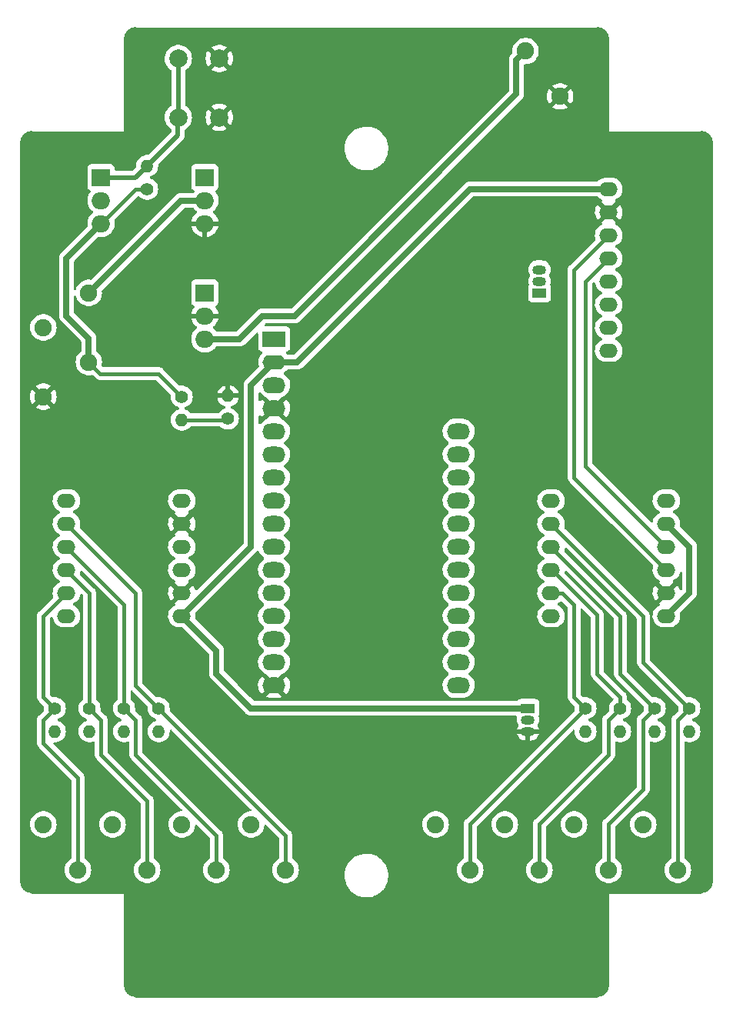
<source format=gbr>
%TF.GenerationSoftware,KiCad,Pcbnew,7.0.1-0*%
%TF.CreationDate,2023-12-13T16:09:33-05:00*%
%TF.ProjectId,Untitled,556e7469-746c-4656-942e-6b696361645f,rev?*%
%TF.SameCoordinates,Original*%
%TF.FileFunction,Copper,L1,Top*%
%TF.FilePolarity,Positive*%
%FSLAX46Y46*%
G04 Gerber Fmt 4.6, Leading zero omitted, Abs format (unit mm)*
G04 Created by KiCad (PCBNEW 7.0.1-0) date 2023-12-13 16:09:33*
%MOMM*%
%LPD*%
G01*
G04 APERTURE LIST*
%TA.AperFunction,ComponentPad*%
%ADD10C,1.400000*%
%TD*%
%TA.AperFunction,ComponentPad*%
%ADD11O,1.400000X1.400000*%
%TD*%
%TA.AperFunction,ComponentPad*%
%ADD12C,1.905000*%
%TD*%
%TA.AperFunction,ComponentPad*%
%ADD13R,1.500000X1.050000*%
%TD*%
%TA.AperFunction,ComponentPad*%
%ADD14O,1.500000X1.050000*%
%TD*%
%TA.AperFunction,ComponentPad*%
%ADD15R,2.000000X1.905000*%
%TD*%
%TA.AperFunction,ComponentPad*%
%ADD16O,2.000000X1.905000*%
%TD*%
%TA.AperFunction,ComponentPad*%
%ADD17O,2.032000X1.524000*%
%TD*%
%TA.AperFunction,ComponentPad*%
%ADD18R,2.540000X1.778000*%
%TD*%
%TA.AperFunction,ComponentPad*%
%ADD19O,2.500000X1.600000*%
%TD*%
%TA.AperFunction,ComponentPad*%
%ADD20O,2.540000X1.778000*%
%TD*%
%TA.AperFunction,ComponentPad*%
%ADD21C,2.000000*%
%TD*%
%TA.AperFunction,Conductor*%
%ADD22C,0.381000*%
%TD*%
%TA.AperFunction,Conductor*%
%ADD23C,0.508000*%
%TD*%
%TA.AperFunction,Conductor*%
%ADD24C,0.635000*%
%TD*%
%TA.AperFunction,Profile*%
%ADD25C,0.100000*%
%TD*%
G04 APERTURE END LIST*
D10*
%TO.P,R11,1*%
%TO.N,Net-(J6-Pin_3)*%
X63500000Y-67310000D03*
D11*
%TO.P,R11,2*%
%TO.N,Net-(Q1-G)*%
X63500000Y-64770000D03*
%TD*%
D12*
%TO.P,J2,1,Pin_1*%
%TO.N,Net-(J1-Pin_1)*%
X95250000Y-137240000D03*
%TO.P,J2,2,Pin_2*%
%TO.N,Net-(J2-Pin_2)*%
X99060000Y-142240000D03*
%TO.P,J2,3,Pin_3*%
%TO.N,Net-(J1-Pin_1)*%
X102870000Y-137240000D03*
%TO.P,J2,4,Pin_4*%
%TO.N,Net-(J2-Pin_4)*%
X106680000Y-142240000D03*
%TO.P,J2,5,Pin_5*%
%TO.N,Net-(J1-Pin_1)*%
X110490000Y-137240000D03*
%TO.P,J2,6,Pin_6*%
%TO.N,Net-(J2-Pin_6)*%
X114300000Y-142240000D03*
%TO.P,J2,7,Pin_7*%
%TO.N,Net-(J1-Pin_1)*%
X118110000Y-137240000D03*
%TO.P,J2,8,Pin_8*%
%TO.N,Net-(J2-Pin_8)*%
X121920000Y-142240000D03*
%TD*%
D10*
%TO.P,R13,1*%
%TO.N,Net-(A1-DAC0{slash}A0)*%
X72390000Y-92600000D03*
D11*
%TO.P,R13,2*%
%TO.N,GND*%
X72390000Y-90060000D03*
%TD*%
D10*
%TO.P,R6,1*%
%TO.N,Net-(J2-Pin_6)*%
X119380000Y-124460000D03*
D11*
%TO.P,R6,2*%
%TO.N,Net-(U3-A-)*%
X119380000Y-127000000D03*
%TD*%
D13*
%TO.P,U7,1,Vin*%
%TO.N,+3V3*%
X105410000Y-124460000D03*
D14*
%TO.P,U7,2,Vout*%
%TO.N,Net-(J1-Pin_1)*%
X105410000Y-125730000D03*
%TO.P,U7,3,GND*%
%TO.N,GND*%
X105410000Y-127000000D03*
%TD*%
D15*
%TO.P,U6,1,IN*%
%TO.N,Net-(Q1-D)*%
X69850000Y-78740000D03*
D16*
%TO.P,U6,2,GND*%
%TO.N,GND*%
X69850000Y-81280000D03*
%TO.P,U6,3,OUT*%
%TO.N,Net-(J4-Pin_2)*%
X69850000Y-83820000D03*
%TD*%
D10*
%TO.P,R5,1*%
%TO.N,Net-(J2-Pin_8)*%
X123190000Y-124460000D03*
D11*
%TO.P,R5,2*%
%TO.N,Net-(U3-A-)*%
X123190000Y-127000000D03*
%TD*%
D13*
%TO.P,Q3,1,S*%
%TO.N,Net-(Q3-S)*%
X106680000Y-78740000D03*
D14*
%TO.P,Q3,2,G*%
%TO.N,Net-(Q3-G)*%
X106680000Y-77470000D03*
%TO.P,Q3,3,D*%
%TO.N,Net-(Q1-G)*%
X106680000Y-76200000D03*
%TD*%
D10*
%TO.P,R2,1*%
%TO.N,Net-(J1-Pin_6)*%
X60960000Y-124460000D03*
D11*
%TO.P,R2,2*%
%TO.N,Net-(U2-A-)*%
X60960000Y-127000000D03*
%TD*%
D17*
%TO.P,U2,1,VIN*%
%TO.N,+3V3*%
X67310000Y-114300000D03*
%TO.P,U2,2,GND*%
%TO.N,GND*%
X67310000Y-111760000D03*
%TO.P,U2,3,SCL*%
%TO.N,SCL*%
X67310000Y-109220000D03*
%TO.P,U2,4,SDA*%
%TO.N,SDA*%
X67310000Y-106680000D03*
%TO.P,U2,5,ADDR*%
%TO.N,GND*%
X67310000Y-104140000D03*
%TO.P,U2,6,ALRT*%
%TO.N,unconnected-(U2-ALRT-Pad6)*%
X67310000Y-101600000D03*
%TO.P,U2,7,A-*%
%TO.N,Net-(U2-A-)*%
X54610000Y-101600000D03*
%TO.P,U2,8,A0*%
%TO.N,Net-(J1-Pin_8)*%
X54610000Y-104140000D03*
%TO.P,U2,9,A1*%
%TO.N,Net-(J1-Pin_6)*%
X54610000Y-106680000D03*
%TO.P,U2,10,A2*%
%TO.N,Net-(J1-Pin_4)*%
X54610000Y-109220000D03*
%TO.P,U2,11,A3*%
%TO.N,Net-(J1-Pin_2)*%
X54610000Y-111760000D03*
%TO.P,U2,12,A+*%
%TO.N,unconnected-(U2-A+-Pad12)*%
X54610000Y-114300000D03*
%TD*%
D10*
%TO.P,R3,1*%
%TO.N,Net-(J1-Pin_4)*%
X57150000Y-124460000D03*
D11*
%TO.P,R3,2*%
%TO.N,Net-(U2-A-)*%
X57150000Y-127000000D03*
%TD*%
D15*
%TO.P,Q1,1,G*%
%TO.N,Net-(Q1-G)*%
X58420000Y-66040000D03*
D16*
%TO.P,Q1,2,D*%
%TO.N,Net-(Q1-D)*%
X58420000Y-68580000D03*
%TO.P,Q1,3,S*%
%TO.N,Net-(J6-Pin_3)*%
X58420000Y-71120000D03*
%TD*%
D17*
%TO.P,U3,1,VIN*%
%TO.N,+3V3*%
X120650000Y-114300000D03*
%TO.P,U3,2,GND*%
%TO.N,GND*%
X120650000Y-111760000D03*
%TO.P,U3,3,SCL*%
%TO.N,SCL*%
X120650000Y-109220000D03*
%TO.P,U3,4,SDA*%
%TO.N,SDA*%
X120650000Y-106680000D03*
%TO.P,U3,5,ADDR*%
%TO.N,+3V3*%
X120650000Y-104140000D03*
%TO.P,U3,6,ALRT*%
%TO.N,unconnected-(U3-ALRT-Pad6)*%
X120650000Y-101600000D03*
%TO.P,U3,7,A-*%
%TO.N,Net-(U3-A-)*%
X107950000Y-101600000D03*
%TO.P,U3,8,A0*%
%TO.N,Net-(J2-Pin_8)*%
X107950000Y-104140000D03*
%TO.P,U3,9,A1*%
%TO.N,Net-(J2-Pin_6)*%
X107950000Y-106680000D03*
%TO.P,U3,10,A2*%
%TO.N,Net-(J2-Pin_4)*%
X107950000Y-109220000D03*
%TO.P,U3,11,A3*%
%TO.N,Net-(J2-Pin_2)*%
X107950000Y-111760000D03*
%TO.P,U3,12,A+*%
%TO.N,unconnected-(U3-A+-Pad12)*%
X107950000Y-114300000D03*
%TD*%
D18*
%TO.P,A1,1,~{RESET}*%
%TO.N,unconnected-(A1-~{RESET}-Pad1)*%
X77470000Y-83820000D03*
D19*
%TO.P,A1,2,3V3*%
%TO.N,+3V3*%
X77470000Y-86360000D03*
D20*
%TO.P,A1,3,AREF*%
%TO.N,unconnected-(A1-AREF-Pad3)*%
X77470000Y-88900000D03*
%TO.P,A1,4,GND*%
%TO.N,GND*%
X77470000Y-91440000D03*
%TO.P,A1,5,DAC0/A0*%
%TO.N,Net-(A1-DAC0{slash}A0)*%
X77470000Y-93980000D03*
%TO.P,A1,6,A1*%
%TO.N,unconnected-(A1-A1-Pad6)*%
X77470000Y-96520000D03*
%TO.P,A1,7,A2*%
%TO.N,unconnected-(A1-A2-Pad7)*%
X77470000Y-99060000D03*
%TO.P,A1,8,A3*%
%TO.N,unconnected-(A1-A3-Pad8)*%
X77470000Y-101600000D03*
%TO.P,A1,9,A4*%
%TO.N,unconnected-(A1-A4-Pad9)*%
X77470000Y-104140000D03*
%TO.P,A1,10,A5*%
%TO.N,unconnected-(A1-A5-Pad10)*%
X77470000Y-106680000D03*
%TO.P,A1,11,SCK/D24*%
%TO.N,unconnected-(A1-SCK{slash}D24-Pad11)*%
X77470000Y-109220000D03*
%TO.P,A1,12,MOSI/D23*%
%TO.N,unconnected-(A1-MOSI{slash}D23-Pad12)*%
X77470000Y-111760000D03*
%TO.P,A1,13,MISO/D22*%
%TO.N,unconnected-(A1-MISO{slash}D22-Pad13)*%
X77470000Y-114300000D03*
%TO.P,A1,14,RX/D0*%
%TO.N,unconnected-(A1-RX{slash}D0-Pad14)*%
X77470000Y-116840000D03*
%TO.P,A1,15,TX/D1*%
%TO.N,unconnected-(A1-TX{slash}D1-Pad15)*%
X77470000Y-119380000D03*
%TO.P,A1,16,GND*%
%TO.N,GND*%
X77470000Y-121920000D03*
%TO.P,A1,17,SDA/D20*%
%TO.N,SDA*%
X97790000Y-121920000D03*
%TO.P,A1,18,SCL/D21*%
%TO.N,SCL*%
X97790000Y-119380000D03*
%TO.P,A1,19,D5*%
%TO.N,unconnected-(A1-D5-Pad19)*%
X97790000Y-116840000D03*
%TO.P,A1,20,D6*%
%TO.N,HEAT*%
X97790000Y-114300000D03*
%TO.P,A1,21,D9*%
%TO.N,unconnected-(A1-D9-Pad21)*%
X97790000Y-111760000D03*
%TO.P,A1,22,D10*%
%TO.N,unconnected-(A1-D10-Pad22)*%
X97790000Y-109220000D03*
%TO.P,A1,23,D11*%
%TO.N,unconnected-(A1-D11-Pad23)*%
X97790000Y-106680000D03*
%TO.P,A1,24,D12*%
%TO.N,unconnected-(A1-D12-Pad24)*%
X97790000Y-104140000D03*
%TO.P,A1,25,D13*%
%TO.N,unconnected-(A1-D13-Pad25)*%
X97790000Y-101600000D03*
%TO.P,A1,26,USB*%
%TO.N,Net-(A1-USB)*%
X97790000Y-99060000D03*
%TO.P,A1,27,EN*%
%TO.N,unconnected-(A1-EN-Pad27)*%
X97790000Y-96520000D03*
%TO.P,A1,28,VBAT*%
%TO.N,unconnected-(A1-VBAT-Pad28)*%
X97790000Y-93980000D03*
%TD*%
D21*
%TO.P,SW1,1,1*%
%TO.N,Net-(Q1-G)*%
X66929000Y-59436000D03*
X66929000Y-52936000D03*
%TO.P,SW1,2,2*%
%TO.N,GND*%
X71429000Y-59436000D03*
X71429000Y-52936000D03*
%TD*%
D10*
%TO.P,R4,1*%
%TO.N,Net-(J1-Pin_2)*%
X53340000Y-124460000D03*
D11*
%TO.P,R4,2*%
%TO.N,Net-(U2-A-)*%
X53340000Y-127000000D03*
%TD*%
D12*
%TO.P,J1,1,Pin_1*%
%TO.N,Net-(J1-Pin_1)*%
X52070000Y-137240000D03*
%TO.P,J1,2,Pin_2*%
%TO.N,Net-(J1-Pin_2)*%
X55880000Y-142240000D03*
%TO.P,J1,3,Pin_3*%
%TO.N,Net-(J1-Pin_1)*%
X59690000Y-137240000D03*
%TO.P,J1,4,Pin_4*%
%TO.N,Net-(J1-Pin_4)*%
X63500000Y-142240000D03*
%TO.P,J1,5,Pin_5*%
%TO.N,Net-(J1-Pin_1)*%
X67310000Y-137240000D03*
%TO.P,J1,6,Pin_6*%
%TO.N,Net-(J1-Pin_6)*%
X71120000Y-142240000D03*
%TO.P,J1,7,Pin_7*%
%TO.N,Net-(J1-Pin_1)*%
X74930000Y-137240000D03*
%TO.P,J1,8,Pin_8*%
%TO.N,Net-(J1-Pin_8)*%
X78740000Y-142240000D03*
%TD*%
%TO.P,J6,1,Pin_1*%
%TO.N,Net-(J6-Pin_1)*%
X57070000Y-78740000D03*
%TO.P,J6,2,Pin_2*%
%TO.N,Net-(J4-Pin_2)*%
X52070000Y-82550000D03*
%TO.P,J6,3,Pin_3*%
%TO.N,Net-(J6-Pin_3)*%
X57070000Y-86360000D03*
%TO.P,J6,4,Pin_4*%
%TO.N,GND*%
X52070000Y-90170000D03*
%TD*%
D15*
%TO.P,Q2,1,G*%
%TO.N,HEAT*%
X69850000Y-66040000D03*
D16*
%TO.P,Q2,2,D*%
%TO.N,Net-(J6-Pin_1)*%
X69850000Y-68580000D03*
%TO.P,Q2,3,S*%
%TO.N,GND*%
X69850000Y-71120000D03*
%TD*%
D10*
%TO.P,R1,1*%
%TO.N,Net-(J1-Pin_8)*%
X64770000Y-124460000D03*
D11*
%TO.P,R1,2*%
%TO.N,Net-(U2-A-)*%
X64770000Y-127000000D03*
%TD*%
D17*
%TO.P,U4,1,Vin*%
%TO.N,+3V3*%
X114300000Y-67310000D03*
%TO.P,U4,2,GND*%
%TO.N,GND*%
X114300000Y-69850000D03*
%TO.P,U4,3,SCL*%
%TO.N,SCL*%
X114300000Y-72390000D03*
%TO.P,U4,4,SDA*%
%TO.N,SDA*%
X114300000Y-74930000D03*
%TO.P,U4,5,BAT*%
%TO.N,Net-(Q3-G)*%
X114300000Y-77470000D03*
%TO.P,U4,6,32K*%
%TO.N,unconnected-(U4-32K-Pad6)*%
X114300000Y-80010000D03*
%TO.P,U4,7,SQW*%
%TO.N,Net-(Q3-S)*%
X114300000Y-82550000D03*
%TO.P,U4,8,~{RST}*%
%TO.N,unconnected-(U4-~{RST}-Pad8)*%
X114300000Y-85090000D03*
%TD*%
D10*
%TO.P,R7,1*%
%TO.N,Net-(J2-Pin_4)*%
X115570000Y-124460000D03*
D11*
%TO.P,R7,2*%
%TO.N,Net-(U3-A-)*%
X115570000Y-127000000D03*
%TD*%
D10*
%TO.P,R8,1*%
%TO.N,Net-(J2-Pin_2)*%
X111760000Y-124460000D03*
D11*
%TO.P,R8,2*%
%TO.N,Net-(U3-A-)*%
X111760000Y-127000000D03*
%TD*%
D12*
%TO.P,J4,1,Pin_1*%
%TO.N,GND*%
X108950000Y-57125000D03*
%TO.P,J4,2,Pin_2*%
%TO.N,Net-(J4-Pin_2)*%
X105140000Y-52125000D03*
%TD*%
D10*
%TO.P,R12,1*%
%TO.N,Net-(J6-Pin_3)*%
X67310000Y-90170000D03*
D11*
%TO.P,R12,2*%
%TO.N,Net-(A1-DAC0{slash}A0)*%
X67310000Y-92710000D03*
%TD*%
D22*
%TO.N,Net-(J1-Pin_2)*%
X55880000Y-132080000D02*
X52070000Y-128270000D01*
X55880000Y-142240000D02*
X55880000Y-132080000D01*
X53340000Y-124460000D02*
X52070000Y-123190000D01*
X52070000Y-123190000D02*
X52070000Y-114300000D01*
X52070000Y-114300000D02*
X54610000Y-111760000D01*
X52070000Y-128270000D02*
X52070000Y-125730000D01*
X52070000Y-125730000D02*
X53340000Y-124460000D01*
%TO.N,Net-(J2-Pin_2)*%
X110490000Y-113030000D02*
X109220000Y-111760000D01*
X99060000Y-137160000D02*
X99060000Y-142240000D01*
X110490000Y-123190000D02*
X110490000Y-113030000D01*
X109220000Y-111760000D02*
X107950000Y-111760000D01*
X111760000Y-124460000D02*
X99060000Y-137160000D01*
X111760000Y-124460000D02*
X110490000Y-123190000D01*
D23*
%TO.N,Net-(Q1-G)*%
X66929000Y-59436000D02*
X66929000Y-52936000D01*
X62230000Y-66040000D02*
X58420000Y-66040000D01*
X66890000Y-61380000D02*
X66890000Y-59420000D01*
X63500000Y-64770000D02*
X66890000Y-61380000D01*
X63500000Y-64770000D02*
X62230000Y-66040000D01*
D24*
%TO.N,+3V3*%
X120650000Y-114300000D02*
X123190000Y-111760000D01*
X123190000Y-106680000D02*
X120650000Y-104140000D01*
X71120000Y-118110000D02*
X71120000Y-120650000D01*
X77470000Y-86360000D02*
X74930000Y-88900000D01*
X71120000Y-120650000D02*
X74930000Y-124460000D01*
X67310000Y-114300000D02*
X71120000Y-118110000D01*
X74930000Y-124460000D02*
X105410000Y-124460000D01*
X80010000Y-86360000D02*
X99060000Y-67310000D01*
X99060000Y-67310000D02*
X114300000Y-67310000D01*
X74930000Y-106680000D02*
X67310000Y-114300000D01*
X77470000Y-86360000D02*
X80010000Y-86360000D01*
X74930000Y-88900000D02*
X74930000Y-106680000D01*
X123190000Y-111760000D02*
X123190000Y-106680000D01*
D22*
%TO.N,SCL*%
X110490000Y-99060000D02*
X110490000Y-76200000D01*
X110490000Y-76200000D02*
X114300000Y-72390000D01*
X120650000Y-109220000D02*
X110490000Y-99060000D01*
%TO.N,SDA*%
X114300000Y-74930000D02*
X111760000Y-77470000D01*
X111760000Y-77470000D02*
X111760000Y-97790000D01*
X111760000Y-97790000D02*
X120650000Y-106680000D01*
%TO.N,Net-(J1-Pin_4)*%
X57150000Y-111760000D02*
X57150000Y-124460000D01*
X58420000Y-125730000D02*
X58420000Y-129540000D01*
X54610000Y-109220000D02*
X57150000Y-111760000D01*
X58420000Y-129540000D02*
X63500000Y-134620000D01*
X63500000Y-134620000D02*
X63500000Y-142240000D01*
X57150000Y-124460000D02*
X58420000Y-125730000D01*
%TO.N,Net-(J1-Pin_6)*%
X71120000Y-138430000D02*
X71120000Y-142240000D01*
X62230000Y-129540000D02*
X71120000Y-138430000D01*
X60960000Y-113030000D02*
X60960000Y-124460000D01*
X54610000Y-106680000D02*
X60960000Y-113030000D01*
X62230000Y-125730000D02*
X62230000Y-129540000D01*
X60960000Y-124460000D02*
X62230000Y-125730000D01*
%TO.N,Net-(J1-Pin_8)*%
X64770000Y-124460000D02*
X62230000Y-121920000D01*
X62230000Y-121920000D02*
X62230000Y-111760000D01*
X62230000Y-111760000D02*
X54610000Y-104140000D01*
X78740000Y-138430000D02*
X64770000Y-124460000D01*
X78740000Y-142240000D02*
X78740000Y-138430000D01*
%TO.N,Net-(J2-Pin_4)*%
X115570000Y-124460000D02*
X115570000Y-123190000D01*
X113030000Y-114141599D02*
X108108401Y-109220000D01*
X106680000Y-137160000D02*
X106680000Y-142240000D01*
X114300000Y-125730000D02*
X114300000Y-129540000D01*
X115570000Y-124460000D02*
X114300000Y-125730000D01*
X115570000Y-123190000D02*
X113030000Y-120650000D01*
X114300000Y-129540000D02*
X106680000Y-137160000D01*
X113030000Y-120650000D02*
X113030000Y-114141599D01*
%TO.N,Net-(J2-Pin_6)*%
X115570000Y-120650000D02*
X115570000Y-114300000D01*
X118110000Y-125730000D02*
X118110000Y-133350000D01*
X115570000Y-114300000D02*
X107950000Y-106680000D01*
X118110000Y-133350000D02*
X114300000Y-137160000D01*
X114300000Y-137160000D02*
X114300000Y-142240000D01*
X119380000Y-124460000D02*
X115570000Y-120650000D01*
X119380000Y-124460000D02*
X118110000Y-125730000D01*
%TO.N,Net-(J2-Pin_8)*%
X118110000Y-119380000D02*
X118110000Y-114300000D01*
X118110000Y-114300000D02*
X107950000Y-104140000D01*
X123190000Y-124460000D02*
X118110000Y-119380000D01*
X121920000Y-125730000D02*
X123190000Y-124460000D01*
X121920000Y-142240000D02*
X121920000Y-125730000D01*
D24*
%TO.N,Net-(J6-Pin_1)*%
X69850000Y-68580000D02*
X67230000Y-68580000D01*
X67230000Y-68580000D02*
X57070000Y-78740000D01*
D22*
%TO.N,Net-(J6-Pin_3)*%
X67310000Y-90170000D02*
X64770000Y-87630000D01*
X58340000Y-87630000D02*
X57070000Y-86360000D01*
X64770000Y-87630000D02*
X58340000Y-87630000D01*
X62230000Y-67310000D02*
X58420000Y-71120000D01*
D24*
X57070000Y-86360000D02*
X57070000Y-83740000D01*
D22*
X63500000Y-67310000D02*
X62230000Y-67310000D01*
D24*
X57070000Y-83740000D02*
X54610000Y-81280000D01*
X54610000Y-74930000D02*
X58420000Y-71120000D01*
X54610000Y-81280000D02*
X54610000Y-74930000D01*
D22*
%TO.N,Net-(A1-DAC0{slash}A0)*%
X67310000Y-92710000D02*
X72390000Y-92710000D01*
D24*
%TO.N,Net-(J4-Pin_2)*%
X104140000Y-56885000D02*
X104140000Y-53110000D01*
X79745000Y-81280000D02*
X104140000Y-56885000D01*
X104140000Y-53110000D02*
X105150000Y-52100000D01*
X76200000Y-81280000D02*
X79745000Y-81280000D01*
X73660000Y-83820000D02*
X76200000Y-81280000D01*
X69850000Y-83820000D02*
X73660000Y-83820000D01*
%TD*%
%TA.AperFunction,Conductor*%
%TO.N,GND*%
G36*
X113034853Y-49530882D02*
G01*
X113037530Y-49531092D01*
X113086632Y-49534957D01*
X113087244Y-49535008D01*
X113227579Y-49547285D01*
X113245698Y-49550236D01*
X113324494Y-49569153D01*
X113327476Y-49569910D01*
X113432793Y-49598130D01*
X113448150Y-49603343D01*
X113476451Y-49615065D01*
X113528496Y-49636622D01*
X113533376Y-49638770D01*
X113626788Y-49682329D01*
X113639135Y-49688963D01*
X113715163Y-49735553D01*
X113721477Y-49739694D01*
X113804166Y-49797594D01*
X113813551Y-49804860D01*
X113881975Y-49863299D01*
X113889124Y-49869908D01*
X113960090Y-49940874D01*
X113966699Y-49948023D01*
X114025135Y-50016442D01*
X114032414Y-50025844D01*
X114090299Y-50108513D01*
X114094451Y-50114845D01*
X114141028Y-50190852D01*
X114147680Y-50203231D01*
X114191208Y-50296577D01*
X114193388Y-50301531D01*
X114226655Y-50381848D01*
X114231868Y-50397205D01*
X114260067Y-50502442D01*
X114260866Y-50505589D01*
X114279760Y-50584290D01*
X114282714Y-50602430D01*
X114294967Y-50742487D01*
X114295057Y-50743562D01*
X114299118Y-50795145D01*
X114299500Y-50804877D01*
X114299500Y-60935240D01*
X114299459Y-60935446D01*
X114299459Y-60960000D01*
X114299500Y-60960099D01*
X114299617Y-60960383D01*
X114299618Y-60960384D01*
X114299808Y-60960462D01*
X114300000Y-60960541D01*
X114300002Y-60960539D01*
X114324616Y-60960524D01*
X114324616Y-60960528D01*
X114324760Y-60960500D01*
X124455126Y-60960500D01*
X124464853Y-60960882D01*
X124467530Y-60961092D01*
X124516632Y-60964957D01*
X124517244Y-60965008D01*
X124657579Y-60977285D01*
X124675698Y-60980236D01*
X124754494Y-60999153D01*
X124757476Y-60999910D01*
X124862793Y-61028130D01*
X124878150Y-61033343D01*
X124906451Y-61045065D01*
X124958496Y-61066622D01*
X124963376Y-61068770D01*
X125056788Y-61112329D01*
X125069135Y-61118963D01*
X125145163Y-61165553D01*
X125151477Y-61169694D01*
X125234166Y-61227594D01*
X125243551Y-61234860D01*
X125311975Y-61293299D01*
X125319124Y-61299908D01*
X125390090Y-61370874D01*
X125396699Y-61378023D01*
X125455135Y-61446442D01*
X125462414Y-61455844D01*
X125520299Y-61538513D01*
X125524451Y-61544845D01*
X125571028Y-61620852D01*
X125577676Y-61633224D01*
X125613678Y-61710429D01*
X125621208Y-61726577D01*
X125623388Y-61731531D01*
X125656655Y-61811848D01*
X125661868Y-61827205D01*
X125690067Y-61932442D01*
X125690866Y-61935589D01*
X125709760Y-62014290D01*
X125712714Y-62032430D01*
X125724967Y-62172487D01*
X125725057Y-62173562D01*
X125729118Y-62225145D01*
X125729500Y-62234877D01*
X125729500Y-143505123D01*
X125729117Y-143514855D01*
X125725056Y-143566436D01*
X125724967Y-143567511D01*
X125712714Y-143707568D01*
X125709760Y-143725708D01*
X125690866Y-143804409D01*
X125690067Y-143807556D01*
X125661868Y-143912793D01*
X125656655Y-143928150D01*
X125623388Y-144008467D01*
X125621208Y-144013421D01*
X125577680Y-144106767D01*
X125571025Y-144119153D01*
X125524451Y-144195153D01*
X125520299Y-144201485D01*
X125462414Y-144284154D01*
X125455129Y-144293563D01*
X125396699Y-144361975D01*
X125390090Y-144369124D01*
X125319124Y-144440090D01*
X125311975Y-144446699D01*
X125243563Y-144505129D01*
X125234154Y-144512414D01*
X125151485Y-144570299D01*
X125145153Y-144574451D01*
X125069153Y-144621025D01*
X125056767Y-144627680D01*
X124963421Y-144671208D01*
X124958467Y-144673388D01*
X124878150Y-144706655D01*
X124862793Y-144711868D01*
X124757556Y-144740067D01*
X124754409Y-144740866D01*
X124675708Y-144759760D01*
X124657568Y-144762714D01*
X124517511Y-144774967D01*
X124516436Y-144775056D01*
X124464855Y-144779117D01*
X124455123Y-144779500D01*
X114324760Y-144779500D01*
X114324554Y-144779459D01*
X114299998Y-144779459D01*
X114299807Y-144779538D01*
X114299619Y-144779615D01*
X114299615Y-144779618D01*
X114299459Y-144779999D01*
X114299476Y-144804616D01*
X114299471Y-144804616D01*
X114299500Y-144804760D01*
X114299500Y-154935123D01*
X114299117Y-154944855D01*
X114295056Y-154996436D01*
X114294967Y-154997511D01*
X114282714Y-155137568D01*
X114279760Y-155155708D01*
X114260866Y-155234409D01*
X114260067Y-155237556D01*
X114231868Y-155342793D01*
X114226655Y-155358150D01*
X114193388Y-155438467D01*
X114191208Y-155443421D01*
X114147680Y-155536767D01*
X114141025Y-155549153D01*
X114094451Y-155625153D01*
X114090299Y-155631485D01*
X114032414Y-155714154D01*
X114025129Y-155723563D01*
X113966699Y-155791975D01*
X113960090Y-155799124D01*
X113889124Y-155870090D01*
X113881975Y-155876699D01*
X113813563Y-155935129D01*
X113804154Y-155942414D01*
X113721485Y-156000299D01*
X113715153Y-156004451D01*
X113639153Y-156051025D01*
X113626767Y-156057680D01*
X113533421Y-156101208D01*
X113528467Y-156103388D01*
X113448150Y-156136655D01*
X113432793Y-156141868D01*
X113327556Y-156170067D01*
X113324409Y-156170866D01*
X113245708Y-156189760D01*
X113227568Y-156192714D01*
X113087511Y-156204967D01*
X113086436Y-156205056D01*
X113034855Y-156209117D01*
X113025123Y-156209500D01*
X62234877Y-156209500D01*
X62225147Y-156209118D01*
X62220829Y-156208778D01*
X62173562Y-156205057D01*
X62172487Y-156204967D01*
X62032430Y-156192714D01*
X62014290Y-156189760D01*
X61935589Y-156170866D01*
X61932442Y-156170067D01*
X61827205Y-156141868D01*
X61811848Y-156136655D01*
X61731531Y-156103388D01*
X61726577Y-156101208D01*
X61633224Y-156057676D01*
X61620852Y-156051028D01*
X61573554Y-156022044D01*
X61544845Y-156004451D01*
X61538513Y-156000299D01*
X61503624Y-155975869D01*
X61455839Y-155942410D01*
X61446442Y-155935135D01*
X61378023Y-155876699D01*
X61370874Y-155870090D01*
X61299908Y-155799124D01*
X61293299Y-155791975D01*
X61272545Y-155767675D01*
X61234860Y-155723551D01*
X61227594Y-155714166D01*
X61169694Y-155631477D01*
X61165547Y-155625153D01*
X61118963Y-155549135D01*
X61112329Y-155536788D01*
X61068770Y-155443376D01*
X61066622Y-155438496D01*
X61033343Y-155358150D01*
X61028130Y-155342793D01*
X60999910Y-155237476D01*
X60999153Y-155234494D01*
X60980236Y-155155698D01*
X60977285Y-155137579D01*
X60965008Y-154997244D01*
X60964957Y-154996632D01*
X60960882Y-154944853D01*
X60960500Y-154935126D01*
X60960500Y-144804760D01*
X60960528Y-144804616D01*
X60960524Y-144804616D01*
X60960539Y-144780002D01*
X60960541Y-144780000D01*
X60960461Y-144779808D01*
X60960384Y-144779618D01*
X60960380Y-144779614D01*
X60960194Y-144779538D01*
X60960002Y-144779459D01*
X60935446Y-144779459D01*
X60935240Y-144779500D01*
X50804877Y-144779500D01*
X50795147Y-144779118D01*
X50790829Y-144778778D01*
X50743562Y-144775057D01*
X50742487Y-144774967D01*
X50602430Y-144762714D01*
X50584290Y-144759760D01*
X50505589Y-144740866D01*
X50502442Y-144740067D01*
X50397205Y-144711868D01*
X50381848Y-144706655D01*
X50301531Y-144673388D01*
X50296577Y-144671208D01*
X50203224Y-144627676D01*
X50190852Y-144621028D01*
X50143554Y-144592044D01*
X50114845Y-144574451D01*
X50108513Y-144570299D01*
X50073624Y-144545869D01*
X50025839Y-144512410D01*
X50016442Y-144505135D01*
X49948023Y-144446699D01*
X49940874Y-144440090D01*
X49869908Y-144369124D01*
X49863299Y-144361975D01*
X49842545Y-144337675D01*
X49804860Y-144293551D01*
X49797594Y-144284166D01*
X49739694Y-144201477D01*
X49735547Y-144195153D01*
X49688963Y-144119135D01*
X49682329Y-144106788D01*
X49638770Y-144013376D01*
X49636622Y-144008496D01*
X49603343Y-143928150D01*
X49598130Y-143912793D01*
X49569910Y-143807476D01*
X49569153Y-143804494D01*
X49550236Y-143725698D01*
X49547285Y-143707579D01*
X49535008Y-143567244D01*
X49534957Y-143566632D01*
X49530882Y-143514853D01*
X49530500Y-143505126D01*
X49530500Y-137240000D01*
X50612019Y-137240000D01*
X50631904Y-137479971D01*
X50631904Y-137479974D01*
X50631905Y-137479976D01*
X50636364Y-137497584D01*
X50691017Y-137713406D01*
X50785636Y-137929114D01*
X50787745Y-137933922D01*
X50919449Y-138135510D01*
X51082537Y-138312671D01*
X51272561Y-138460572D01*
X51484336Y-138575179D01*
X51712087Y-138653366D01*
X51949601Y-138693000D01*
X52190399Y-138693000D01*
X52427913Y-138653366D01*
X52655664Y-138575179D01*
X52867439Y-138460572D01*
X53057463Y-138312671D01*
X53220551Y-138135510D01*
X53352255Y-137933922D01*
X53448983Y-137713405D01*
X53508095Y-137479976D01*
X53527980Y-137240000D01*
X53508095Y-137000024D01*
X53448983Y-136766595D01*
X53352255Y-136546078D01*
X53220551Y-136344490D01*
X53057463Y-136167329D01*
X52867439Y-136019428D01*
X52655664Y-135904821D01*
X52655660Y-135904819D01*
X52655659Y-135904819D01*
X52427915Y-135826634D01*
X52190399Y-135787000D01*
X51949601Y-135787000D01*
X51712084Y-135826634D01*
X51484340Y-135904819D01*
X51272559Y-136019429D01*
X51082536Y-136167329D01*
X50919448Y-136344491D01*
X50787745Y-136546077D01*
X50691017Y-136766593D01*
X50631904Y-137000028D01*
X50612019Y-137240000D01*
X49530500Y-137240000D01*
X49530500Y-128312029D01*
X51375195Y-128312029D01*
X51385879Y-128370332D01*
X51387006Y-128377735D01*
X51394152Y-128436583D01*
X51397643Y-128445788D01*
X51403668Y-128467400D01*
X51405442Y-128477083D01*
X51429772Y-128531143D01*
X51432630Y-128538044D01*
X51453655Y-128593481D01*
X51453656Y-128593482D01*
X51459249Y-128601585D01*
X51470273Y-128621132D01*
X51474311Y-128630104D01*
X51510863Y-128676759D01*
X51515303Y-128682793D01*
X51548979Y-128731582D01*
X51593352Y-128770893D01*
X51598805Y-128776027D01*
X55152681Y-132329902D01*
X55179561Y-132370130D01*
X55189000Y-132417583D01*
X55189000Y-140887938D01*
X55171523Y-140951411D01*
X55124018Y-140996992D01*
X55082564Y-141019426D01*
X54892536Y-141167329D01*
X54729448Y-141344491D01*
X54597745Y-141546077D01*
X54501017Y-141766593D01*
X54441904Y-142000028D01*
X54422019Y-142239999D01*
X54441904Y-142479971D01*
X54441904Y-142479974D01*
X54441905Y-142479976D01*
X54501017Y-142713405D01*
X54597745Y-142933922D01*
X54729449Y-143135510D01*
X54892537Y-143312671D01*
X55082561Y-143460572D01*
X55294336Y-143575179D01*
X55522087Y-143653366D01*
X55759601Y-143693000D01*
X56000399Y-143693000D01*
X56237913Y-143653366D01*
X56465664Y-143575179D01*
X56677439Y-143460572D01*
X56867463Y-143312671D01*
X57030551Y-143135510D01*
X57162255Y-142933922D01*
X57258983Y-142713405D01*
X57318095Y-142479976D01*
X57337980Y-142240000D01*
X57318095Y-142000024D01*
X57258983Y-141766595D01*
X57162255Y-141546078D01*
X57030551Y-141344490D01*
X56867463Y-141167329D01*
X56677439Y-141019428D01*
X56667975Y-141014306D01*
X56635982Y-140996992D01*
X56588477Y-140951411D01*
X56571000Y-140887938D01*
X56571000Y-137240000D01*
X58232019Y-137240000D01*
X58251904Y-137479971D01*
X58251904Y-137479974D01*
X58251905Y-137479976D01*
X58256364Y-137497584D01*
X58311017Y-137713406D01*
X58405636Y-137929114D01*
X58407745Y-137933922D01*
X58539449Y-138135510D01*
X58702537Y-138312671D01*
X58892561Y-138460572D01*
X59104336Y-138575179D01*
X59332087Y-138653366D01*
X59569601Y-138693000D01*
X59810399Y-138693000D01*
X60047913Y-138653366D01*
X60275664Y-138575179D01*
X60487439Y-138460572D01*
X60677463Y-138312671D01*
X60840551Y-138135510D01*
X60972255Y-137933922D01*
X61068983Y-137713405D01*
X61128095Y-137479976D01*
X61147980Y-137240000D01*
X61128095Y-137000024D01*
X61068983Y-136766595D01*
X60972255Y-136546078D01*
X60840551Y-136344490D01*
X60677463Y-136167329D01*
X60487439Y-136019428D01*
X60275664Y-135904821D01*
X60275660Y-135904819D01*
X60275659Y-135904819D01*
X60047915Y-135826634D01*
X59810399Y-135787000D01*
X59569601Y-135787000D01*
X59332084Y-135826634D01*
X59104340Y-135904819D01*
X58892559Y-136019429D01*
X58702536Y-136167329D01*
X58539448Y-136344491D01*
X58407745Y-136546077D01*
X58311017Y-136766593D01*
X58251904Y-137000028D01*
X58232019Y-137240000D01*
X56571000Y-137240000D01*
X56571000Y-132104626D01*
X56571226Y-132097139D01*
X56571259Y-132096581D01*
X56574805Y-132037972D01*
X56564114Y-131979636D01*
X56562994Y-131972274D01*
X56555848Y-131913418D01*
X56552359Y-131904219D01*
X56546331Y-131882593D01*
X56544558Y-131872916D01*
X56520227Y-131818854D01*
X56517360Y-131811933D01*
X56496344Y-131756518D01*
X56490751Y-131748415D01*
X56479724Y-131728862D01*
X56475688Y-131719895D01*
X56439140Y-131673245D01*
X56434700Y-131667211D01*
X56418795Y-131644170D01*
X56401020Y-131618417D01*
X56356630Y-131579091D01*
X56351192Y-131573971D01*
X53189402Y-128412181D01*
X53159152Y-128362818D01*
X53154610Y-128305102D01*
X53176765Y-128251615D01*
X53220788Y-128214015D01*
X53277083Y-128200500D01*
X53451241Y-128200500D01*
X53451243Y-128200500D01*
X53669940Y-128159618D01*
X53877401Y-128079247D01*
X54066562Y-127962124D01*
X54230981Y-127812236D01*
X54365058Y-127634689D01*
X54464229Y-127435528D01*
X54525115Y-127221536D01*
X54545643Y-127000000D01*
X54525115Y-126778464D01*
X54497675Y-126682023D01*
X54464230Y-126564473D01*
X54365058Y-126365311D01*
X54230980Y-126187762D01*
X54066562Y-126037875D01*
X53877404Y-125920754D01*
X53842007Y-125907041D01*
X53683474Y-125845625D01*
X53635106Y-125811831D01*
X53607832Y-125759504D01*
X53607832Y-125700496D01*
X53635106Y-125648169D01*
X53683474Y-125614374D01*
X53877401Y-125539247D01*
X54066562Y-125422124D01*
X54123854Y-125369895D01*
X54230980Y-125272237D01*
X54234397Y-125267712D01*
X54365058Y-125094689D01*
X54464229Y-124895528D01*
X54525115Y-124681536D01*
X54545643Y-124460000D01*
X54525115Y-124238464D01*
X54502227Y-124158021D01*
X54464230Y-124024473D01*
X54365058Y-123825311D01*
X54230980Y-123647762D01*
X54066562Y-123497875D01*
X53877404Y-123380754D01*
X53815009Y-123356582D01*
X53669940Y-123300382D01*
X53451243Y-123259500D01*
X53228757Y-123259500D01*
X53228755Y-123259500D01*
X53198611Y-123265134D01*
X53139148Y-123261695D01*
X53088148Y-123230926D01*
X52797319Y-122940097D01*
X52770439Y-122899869D01*
X52761000Y-122852416D01*
X52761000Y-114637584D01*
X52770439Y-114590132D01*
X52797318Y-114549904D01*
X52803995Y-114543226D01*
X52900860Y-114446361D01*
X52960267Y-114413309D01*
X53028177Y-114416549D01*
X53084170Y-114455109D01*
X53111417Y-114517397D01*
X53120177Y-114582067D01*
X53132265Y-114619269D01*
X53190404Y-114798200D01*
X53298092Y-114998319D01*
X53402488Y-115129227D01*
X53439783Y-115175993D01*
X53610918Y-115325509D01*
X53610919Y-115325510D01*
X53610922Y-115325512D01*
X53806008Y-115442071D01*
X53806009Y-115442071D01*
X53806012Y-115442073D01*
X54018770Y-115521922D01*
X54242372Y-115562500D01*
X54242373Y-115562500D01*
X54920696Y-115562500D01*
X54920699Y-115562500D01*
X55090339Y-115547232D01*
X55309404Y-115486774D01*
X55408264Y-115439165D01*
X55514150Y-115388174D01*
X55514153Y-115388172D01*
X55698005Y-115254596D01*
X55855052Y-115090338D01*
X55980246Y-114900677D01*
X56039789Y-114761366D01*
X56069562Y-114691712D01*
X56086096Y-114619269D01*
X56120131Y-114470154D01*
X56130327Y-114243129D01*
X56099822Y-114017932D01*
X56029596Y-113801800D01*
X55921908Y-113601681D01*
X55780217Y-113424007D01*
X55728327Y-113378672D01*
X55609081Y-113274490D01*
X55601266Y-113269821D01*
X55413992Y-113157929D01*
X55413989Y-113157927D01*
X55380402Y-113145322D01*
X55332822Y-113113298D01*
X55304742Y-113063288D01*
X55302170Y-113005993D01*
X55325654Y-112953668D01*
X55370167Y-112917512D01*
X55514153Y-112848172D01*
X55698005Y-112714596D01*
X55855052Y-112550338D01*
X55980246Y-112360677D01*
X56049796Y-112197956D01*
X56069562Y-112151712D01*
X56077447Y-112117163D01*
X56111609Y-111967487D01*
X56142393Y-111909896D01*
X56198171Y-111875929D01*
X56263471Y-111875013D01*
X56320180Y-111907402D01*
X56422681Y-112009903D01*
X56449561Y-112050131D01*
X56459000Y-112097584D01*
X56459000Y-123410706D01*
X56448434Y-123460792D01*
X56418538Y-123502343D01*
X56259019Y-123647762D01*
X56124941Y-123825311D01*
X56025769Y-124024473D01*
X55964885Y-124238462D01*
X55944357Y-124459999D01*
X55964885Y-124681537D01*
X56025769Y-124895526D01*
X56124941Y-125094688D01*
X56259019Y-125272237D01*
X56423437Y-125422124D01*
X56487759Y-125461950D01*
X56612599Y-125539247D01*
X56806523Y-125614373D01*
X56854893Y-125648169D01*
X56882167Y-125700496D01*
X56882167Y-125759504D01*
X56854893Y-125811831D01*
X56806523Y-125845626D01*
X56675346Y-125896444D01*
X56612596Y-125920754D01*
X56423437Y-126037875D01*
X56259019Y-126187762D01*
X56124941Y-126365311D01*
X56025769Y-126564473D01*
X55964885Y-126778462D01*
X55944357Y-126999999D01*
X55964885Y-127221537D01*
X56025769Y-127435526D01*
X56124941Y-127634688D01*
X56259019Y-127812237D01*
X56423437Y-127962124D01*
X56612595Y-128079245D01*
X56612597Y-128079245D01*
X56612599Y-128079247D01*
X56820060Y-128159618D01*
X57038757Y-128200500D01*
X57261241Y-128200500D01*
X57261243Y-128200500D01*
X57479940Y-128159618D01*
X57529176Y-128140543D01*
X57560206Y-128128523D01*
X57619290Y-128120975D01*
X57675077Y-128141849D01*
X57714694Y-128186328D01*
X57729000Y-128244149D01*
X57729000Y-129515374D01*
X57728774Y-129522861D01*
X57725195Y-129582029D01*
X57735879Y-129640332D01*
X57737006Y-129647735D01*
X57744152Y-129706583D01*
X57747643Y-129715788D01*
X57753667Y-129737398D01*
X57754018Y-129739311D01*
X57755442Y-129747083D01*
X57779772Y-129801143D01*
X57782630Y-129808044D01*
X57782637Y-129808061D01*
X57803656Y-129863482D01*
X57809249Y-129871585D01*
X57820273Y-129891132D01*
X57824311Y-129900104D01*
X57860863Y-129946759D01*
X57865303Y-129952793D01*
X57898979Y-130001582D01*
X57943352Y-130040893D01*
X57948805Y-130046027D01*
X62772681Y-134869902D01*
X62799561Y-134910130D01*
X62809000Y-134957583D01*
X62809000Y-140887938D01*
X62791523Y-140951411D01*
X62744018Y-140996992D01*
X62702564Y-141019426D01*
X62512536Y-141167329D01*
X62349448Y-141344491D01*
X62217745Y-141546077D01*
X62121017Y-141766593D01*
X62061904Y-142000028D01*
X62042019Y-142239999D01*
X62061904Y-142479971D01*
X62061904Y-142479974D01*
X62061905Y-142479976D01*
X62121017Y-142713405D01*
X62217745Y-142933922D01*
X62349449Y-143135510D01*
X62512537Y-143312671D01*
X62702561Y-143460572D01*
X62914336Y-143575179D01*
X63142087Y-143653366D01*
X63379601Y-143693000D01*
X63620399Y-143693000D01*
X63857913Y-143653366D01*
X64085664Y-143575179D01*
X64297439Y-143460572D01*
X64487463Y-143312671D01*
X64650551Y-143135510D01*
X64782255Y-142933922D01*
X64878983Y-142713405D01*
X64938095Y-142479976D01*
X64957980Y-142240000D01*
X64938095Y-142000024D01*
X64878983Y-141766595D01*
X64782255Y-141546078D01*
X64650551Y-141344490D01*
X64487463Y-141167329D01*
X64297439Y-141019428D01*
X64287975Y-141014306D01*
X64255982Y-140996992D01*
X64208477Y-140951411D01*
X64191000Y-140887938D01*
X64191000Y-134644626D01*
X64191226Y-134637139D01*
X64191261Y-134636546D01*
X64194805Y-134577972D01*
X64184115Y-134519641D01*
X64182991Y-134512253D01*
X64175848Y-134453419D01*
X64175848Y-134453418D01*
X64172355Y-134444208D01*
X64166332Y-134422602D01*
X64164557Y-134412915D01*
X64140221Y-134358842D01*
X64137362Y-134351938D01*
X64116345Y-134296519D01*
X64110752Y-134288417D01*
X64099722Y-134268859D01*
X64095687Y-134259893D01*
X64059140Y-134213245D01*
X64054700Y-134207211D01*
X64038795Y-134184170D01*
X64021020Y-134158417D01*
X63976630Y-134119091D01*
X63971192Y-134113971D01*
X59147319Y-129290097D01*
X59120439Y-129249869D01*
X59111000Y-129202416D01*
X59111000Y-125754626D01*
X59111226Y-125747139D01*
X59111261Y-125746546D01*
X59114805Y-125687972D01*
X59104115Y-125629641D01*
X59102991Y-125622253D01*
X59102671Y-125619618D01*
X59095848Y-125563418D01*
X59092355Y-125554208D01*
X59086332Y-125532602D01*
X59084557Y-125522915D01*
X59060225Y-125468851D01*
X59057361Y-125461936D01*
X59036344Y-125406518D01*
X59030752Y-125398417D01*
X59019727Y-125378870D01*
X59015688Y-125369894D01*
X59015687Y-125369893D01*
X59015687Y-125369892D01*
X58988867Y-125335659D01*
X58979132Y-125323233D01*
X58974703Y-125317214D01*
X58956774Y-125291240D01*
X58941020Y-125268417D01*
X58896639Y-125229099D01*
X58891201Y-125223979D01*
X58377432Y-124710210D01*
X58348483Y-124664640D01*
X58341642Y-124611087D01*
X58355643Y-124460000D01*
X58335115Y-124238464D01*
X58312227Y-124158021D01*
X58274230Y-124024473D01*
X58175058Y-123825311D01*
X58040980Y-123647762D01*
X57881462Y-123502343D01*
X57851566Y-123460792D01*
X57841000Y-123410706D01*
X57841000Y-111784625D01*
X57841226Y-111777138D01*
X57841261Y-111776545D01*
X57844805Y-111717971D01*
X57834113Y-111659630D01*
X57832994Y-111652276D01*
X57825848Y-111593418D01*
X57822355Y-111584208D01*
X57816332Y-111562602D01*
X57814557Y-111552915D01*
X57790225Y-111498851D01*
X57787361Y-111491936D01*
X57779429Y-111471021D01*
X57766344Y-111436518D01*
X57760752Y-111428417D01*
X57749727Y-111408870D01*
X57745688Y-111399894D01*
X57745687Y-111399893D01*
X57745687Y-111399892D01*
X57721049Y-111368444D01*
X57709132Y-111353233D01*
X57704703Y-111347214D01*
X57692219Y-111329129D01*
X57671020Y-111298417D01*
X57626639Y-111259099D01*
X57621201Y-111253979D01*
X56101180Y-109733958D01*
X56069707Y-109680605D01*
X56067970Y-109618685D01*
X56069562Y-109611711D01*
X56111609Y-109427487D01*
X56142393Y-109369896D01*
X56198171Y-109335929D01*
X56263471Y-109335013D01*
X56320180Y-109367402D01*
X60232681Y-113279903D01*
X60259561Y-113320131D01*
X60269000Y-113367584D01*
X60269000Y-123410706D01*
X60258434Y-123460792D01*
X60228538Y-123502343D01*
X60069019Y-123647762D01*
X59934941Y-123825311D01*
X59835769Y-124024473D01*
X59774885Y-124238462D01*
X59754357Y-124459999D01*
X59774885Y-124681537D01*
X59835769Y-124895526D01*
X59934941Y-125094688D01*
X60069019Y-125272237D01*
X60233437Y-125422124D01*
X60297759Y-125461950D01*
X60422599Y-125539247D01*
X60616523Y-125614373D01*
X60664893Y-125648169D01*
X60692167Y-125700496D01*
X60692167Y-125759504D01*
X60664893Y-125811831D01*
X60616523Y-125845626D01*
X60485346Y-125896444D01*
X60422596Y-125920754D01*
X60233437Y-126037875D01*
X60069019Y-126187762D01*
X59934941Y-126365311D01*
X59835769Y-126564473D01*
X59774885Y-126778462D01*
X59754357Y-126999999D01*
X59774885Y-127221537D01*
X59835769Y-127435526D01*
X59934941Y-127634688D01*
X60069019Y-127812237D01*
X60233437Y-127962124D01*
X60422595Y-128079245D01*
X60422597Y-128079245D01*
X60422599Y-128079247D01*
X60630060Y-128159618D01*
X60848757Y-128200500D01*
X61071241Y-128200500D01*
X61071243Y-128200500D01*
X61289940Y-128159618D01*
X61339176Y-128140543D01*
X61370206Y-128128523D01*
X61429290Y-128120975D01*
X61485077Y-128141849D01*
X61524694Y-128186328D01*
X61539000Y-128244149D01*
X61539000Y-129515374D01*
X61538774Y-129522861D01*
X61535195Y-129582029D01*
X61545879Y-129640332D01*
X61547006Y-129647735D01*
X61554152Y-129706583D01*
X61557643Y-129715788D01*
X61563667Y-129737398D01*
X61564018Y-129739311D01*
X61565442Y-129747083D01*
X61589772Y-129801143D01*
X61592630Y-129808044D01*
X61592637Y-129808061D01*
X61613656Y-129863482D01*
X61619249Y-129871585D01*
X61630273Y-129891132D01*
X61634311Y-129900104D01*
X61670863Y-129946759D01*
X61675303Y-129952793D01*
X61708979Y-130001582D01*
X61753352Y-130040893D01*
X61758805Y-130046027D01*
X67288097Y-135575319D01*
X67318347Y-135624682D01*
X67322889Y-135682398D01*
X67300734Y-135735885D01*
X67256711Y-135773485D01*
X67200416Y-135787000D01*
X67189601Y-135787000D01*
X66952084Y-135826634D01*
X66724340Y-135904819D01*
X66512559Y-136019429D01*
X66322536Y-136167329D01*
X66159448Y-136344491D01*
X66027745Y-136546077D01*
X65931017Y-136766593D01*
X65871904Y-137000028D01*
X65852019Y-137240000D01*
X65871904Y-137479971D01*
X65871904Y-137479974D01*
X65871905Y-137479976D01*
X65876364Y-137497584D01*
X65931017Y-137713406D01*
X66025636Y-137929114D01*
X66027745Y-137933922D01*
X66159449Y-138135510D01*
X66322537Y-138312671D01*
X66512561Y-138460572D01*
X66724336Y-138575179D01*
X66952087Y-138653366D01*
X67189601Y-138693000D01*
X67430399Y-138693000D01*
X67667913Y-138653366D01*
X67895664Y-138575179D01*
X68107439Y-138460572D01*
X68297463Y-138312671D01*
X68460551Y-138135510D01*
X68592255Y-137933922D01*
X68688983Y-137713405D01*
X68748095Y-137479976D01*
X68760029Y-137335944D01*
X68784969Y-137271041D01*
X68840927Y-137229764D01*
X68910304Y-137225097D01*
X68971286Y-137258507D01*
X70392681Y-138679902D01*
X70419561Y-138720130D01*
X70429000Y-138767583D01*
X70429000Y-140887938D01*
X70411523Y-140951411D01*
X70364018Y-140996992D01*
X70322564Y-141019426D01*
X70132536Y-141167329D01*
X69969448Y-141344491D01*
X69837745Y-141546077D01*
X69741017Y-141766593D01*
X69681904Y-142000028D01*
X69662019Y-142239999D01*
X69681904Y-142479971D01*
X69681904Y-142479974D01*
X69681905Y-142479976D01*
X69741017Y-142713405D01*
X69837745Y-142933922D01*
X69969449Y-143135510D01*
X70132537Y-143312671D01*
X70322561Y-143460572D01*
X70534336Y-143575179D01*
X70762087Y-143653366D01*
X70999601Y-143693000D01*
X71240399Y-143693000D01*
X71477913Y-143653366D01*
X71705664Y-143575179D01*
X71917439Y-143460572D01*
X72107463Y-143312671D01*
X72270551Y-143135510D01*
X72402255Y-142933922D01*
X72498983Y-142713405D01*
X72558095Y-142479976D01*
X72577980Y-142240000D01*
X72558095Y-142000024D01*
X72498983Y-141766595D01*
X72402255Y-141546078D01*
X72270551Y-141344490D01*
X72107463Y-141167329D01*
X71917439Y-141019428D01*
X71907975Y-141014306D01*
X71875982Y-140996992D01*
X71828477Y-140951411D01*
X71811000Y-140887938D01*
X71811000Y-138454637D01*
X71811226Y-138447150D01*
X71811385Y-138444518D01*
X71814806Y-138387972D01*
X71804114Y-138329636D01*
X71802989Y-138322236D01*
X71795848Y-138263418D01*
X71792362Y-138254228D01*
X71786331Y-138232594D01*
X71784558Y-138222916D01*
X71760224Y-138168848D01*
X71757360Y-138161933D01*
X71747338Y-138135508D01*
X71736344Y-138106518D01*
X71730751Y-138098415D01*
X71719724Y-138078862D01*
X71715688Y-138069895D01*
X71679140Y-138023245D01*
X71674700Y-138017211D01*
X71658795Y-137994170D01*
X71641020Y-137968417D01*
X71596630Y-137929091D01*
X71591192Y-137923971D01*
X62957319Y-129290097D01*
X62930439Y-129249869D01*
X62921000Y-129202416D01*
X62921000Y-125754626D01*
X62921226Y-125747139D01*
X62921261Y-125746546D01*
X62924805Y-125687972D01*
X62914115Y-125629641D01*
X62912991Y-125622253D01*
X62912671Y-125619618D01*
X62905848Y-125563418D01*
X62902355Y-125554208D01*
X62896332Y-125532602D01*
X62894557Y-125522915D01*
X62870225Y-125468851D01*
X62867361Y-125461936D01*
X62846344Y-125406518D01*
X62840752Y-125398417D01*
X62829727Y-125378870D01*
X62825688Y-125369894D01*
X62825687Y-125369893D01*
X62825687Y-125369892D01*
X62798867Y-125335659D01*
X62789132Y-125323233D01*
X62784703Y-125317214D01*
X62766774Y-125291240D01*
X62751020Y-125268417D01*
X62706639Y-125229099D01*
X62701201Y-125223979D01*
X62187432Y-124710210D01*
X62158483Y-124664640D01*
X62151642Y-124611087D01*
X62165643Y-124460000D01*
X62145115Y-124238464D01*
X62122227Y-124158021D01*
X62084230Y-124024473D01*
X61985058Y-123825311D01*
X61850980Y-123647762D01*
X61691462Y-123502343D01*
X61661566Y-123460792D01*
X61651000Y-123410706D01*
X61651000Y-122617584D01*
X61664515Y-122561289D01*
X61702115Y-122517266D01*
X61755602Y-122495111D01*
X61813318Y-122499653D01*
X61862681Y-122529903D01*
X63542567Y-124209789D01*
X63571516Y-124255358D01*
X63578357Y-124308911D01*
X63564357Y-124459999D01*
X63584885Y-124681537D01*
X63645769Y-124895526D01*
X63744941Y-125094688D01*
X63879019Y-125272237D01*
X64043437Y-125422124D01*
X64107759Y-125461950D01*
X64232599Y-125539247D01*
X64426523Y-125614373D01*
X64474893Y-125648169D01*
X64502167Y-125700496D01*
X64502167Y-125759504D01*
X64474893Y-125811831D01*
X64426523Y-125845626D01*
X64295346Y-125896444D01*
X64232596Y-125920754D01*
X64043437Y-126037875D01*
X63879019Y-126187762D01*
X63744941Y-126365311D01*
X63645769Y-126564473D01*
X63584885Y-126778462D01*
X63564357Y-126999999D01*
X63584885Y-127221537D01*
X63645769Y-127435526D01*
X63744941Y-127634688D01*
X63879019Y-127812237D01*
X64043437Y-127962124D01*
X64232595Y-128079245D01*
X64232597Y-128079245D01*
X64232599Y-128079247D01*
X64440060Y-128159618D01*
X64658757Y-128200500D01*
X64881241Y-128200500D01*
X64881243Y-128200500D01*
X65099940Y-128159618D01*
X65307401Y-128079247D01*
X65496562Y-127962124D01*
X65660981Y-127812236D01*
X65795058Y-127634689D01*
X65894229Y-127435528D01*
X65955115Y-127221536D01*
X65975643Y-127000000D01*
X65970857Y-126948350D01*
X65979987Y-126888931D01*
X66015996Y-126840787D01*
X66070418Y-126815239D01*
X66130460Y-126818293D01*
X66182009Y-126849231D01*
X74908097Y-135575319D01*
X74938347Y-135624682D01*
X74942889Y-135682398D01*
X74920734Y-135735885D01*
X74876711Y-135773485D01*
X74820416Y-135787000D01*
X74809601Y-135787000D01*
X74572084Y-135826634D01*
X74344340Y-135904819D01*
X74132559Y-136019429D01*
X73942536Y-136167329D01*
X73779448Y-136344491D01*
X73647745Y-136546077D01*
X73551017Y-136766593D01*
X73491904Y-137000028D01*
X73472019Y-137240000D01*
X73491904Y-137479971D01*
X73491904Y-137479974D01*
X73491905Y-137479976D01*
X73496364Y-137497584D01*
X73551017Y-137713406D01*
X73645636Y-137929114D01*
X73647745Y-137933922D01*
X73779449Y-138135510D01*
X73942537Y-138312671D01*
X74132561Y-138460572D01*
X74344336Y-138575179D01*
X74572087Y-138653366D01*
X74809601Y-138693000D01*
X75050399Y-138693000D01*
X75287913Y-138653366D01*
X75515664Y-138575179D01*
X75727439Y-138460572D01*
X75917463Y-138312671D01*
X76080551Y-138135510D01*
X76212255Y-137933922D01*
X76308983Y-137713405D01*
X76368095Y-137479976D01*
X76380029Y-137335945D01*
X76404969Y-137271042D01*
X76460927Y-137229765D01*
X76530304Y-137225098D01*
X76591286Y-137258508D01*
X78012681Y-138679903D01*
X78039561Y-138720131D01*
X78049000Y-138767584D01*
X78049000Y-140887938D01*
X78031523Y-140951411D01*
X77984018Y-140996992D01*
X77942564Y-141019426D01*
X77752536Y-141167329D01*
X77589448Y-141344491D01*
X77457745Y-141546077D01*
X77361017Y-141766593D01*
X77301904Y-142000028D01*
X77282019Y-142239999D01*
X77301904Y-142479971D01*
X77301904Y-142479974D01*
X77301905Y-142479976D01*
X77361017Y-142713405D01*
X77457745Y-142933922D01*
X77589449Y-143135510D01*
X77752537Y-143312671D01*
X77942561Y-143460572D01*
X78154336Y-143575179D01*
X78382087Y-143653366D01*
X78619601Y-143693000D01*
X78860399Y-143693000D01*
X79097913Y-143653366D01*
X79325664Y-143575179D01*
X79537439Y-143460572D01*
X79727463Y-143312671D01*
X79890551Y-143135510D01*
X80022255Y-142933922D01*
X80081919Y-142797903D01*
X85225794Y-142797903D01*
X85235672Y-143105972D01*
X85284867Y-143410261D01*
X85372570Y-143705760D01*
X85497334Y-143987604D01*
X85497336Y-143987608D01*
X85497337Y-143987609D01*
X85657123Y-144251193D01*
X85849304Y-144492181D01*
X86070724Y-144706614D01*
X86317747Y-144890972D01*
X86586318Y-145042228D01*
X86872025Y-145157899D01*
X87170179Y-145236084D01*
X87475883Y-145275500D01*
X87706974Y-145275500D01*
X87706978Y-145275500D01*
X87756639Y-145272311D01*
X87937601Y-145260693D01*
X88240151Y-145201772D01*
X88532683Y-145104644D01*
X88810393Y-144970907D01*
X89068720Y-144802754D01*
X89095450Y-144779999D01*
X89142356Y-144740067D01*
X89303424Y-144602948D01*
X89451327Y-144440090D01*
X89510646Y-144374774D01*
X89510647Y-144374771D01*
X89510650Y-144374769D01*
X89686996Y-144121963D01*
X89829567Y-143848683D01*
X89881121Y-143708594D01*
X89936020Y-143559416D01*
X90004609Y-143258907D01*
X90034206Y-142952098D01*
X90024327Y-142644022D01*
X89975133Y-142339739D01*
X89945531Y-142240000D01*
X97602019Y-142240000D01*
X97621904Y-142479971D01*
X97621904Y-142479974D01*
X97621905Y-142479976D01*
X97681017Y-142713405D01*
X97777745Y-142933922D01*
X97909449Y-143135510D01*
X98072537Y-143312671D01*
X98262561Y-143460572D01*
X98474336Y-143575179D01*
X98702087Y-143653366D01*
X98939601Y-143693000D01*
X99180399Y-143693000D01*
X99417913Y-143653366D01*
X99645664Y-143575179D01*
X99857439Y-143460572D01*
X100047463Y-143312671D01*
X100210551Y-143135510D01*
X100342255Y-142933922D01*
X100438983Y-142713405D01*
X100498095Y-142479976D01*
X100517980Y-142240000D01*
X100498095Y-142000024D01*
X100438983Y-141766595D01*
X100342255Y-141546078D01*
X100210551Y-141344490D01*
X100047463Y-141167329D01*
X99857439Y-141019428D01*
X99847975Y-141014306D01*
X99815982Y-140996992D01*
X99768477Y-140951411D01*
X99751000Y-140887938D01*
X99751000Y-137497584D01*
X99760439Y-137450131D01*
X99787319Y-137409903D01*
X99957222Y-137240000D01*
X101412019Y-137240000D01*
X101431904Y-137479971D01*
X101431904Y-137479974D01*
X101431905Y-137479976D01*
X101436364Y-137497584D01*
X101491017Y-137713406D01*
X101585636Y-137929114D01*
X101587745Y-137933922D01*
X101719449Y-138135510D01*
X101882537Y-138312671D01*
X102072561Y-138460572D01*
X102284336Y-138575179D01*
X102512087Y-138653366D01*
X102749601Y-138693000D01*
X102990399Y-138693000D01*
X103227913Y-138653366D01*
X103455664Y-138575179D01*
X103667439Y-138460572D01*
X103857463Y-138312671D01*
X104020551Y-138135510D01*
X104152255Y-137933922D01*
X104248983Y-137713405D01*
X104308095Y-137479976D01*
X104327980Y-137240000D01*
X104308095Y-137000024D01*
X104248983Y-136766595D01*
X104152255Y-136546078D01*
X104020551Y-136344490D01*
X103857463Y-136167329D01*
X103667439Y-136019428D01*
X103455664Y-135904821D01*
X103455660Y-135904819D01*
X103455659Y-135904819D01*
X103227915Y-135826634D01*
X102990399Y-135787000D01*
X102749601Y-135787000D01*
X102512084Y-135826634D01*
X102284340Y-135904819D01*
X102072559Y-136019429D01*
X101882536Y-136167329D01*
X101719448Y-136344491D01*
X101587745Y-136546077D01*
X101491017Y-136766593D01*
X101431904Y-137000028D01*
X101412019Y-137240000D01*
X99957222Y-137240000D01*
X102327320Y-134869902D01*
X110347992Y-126849228D01*
X110399538Y-126818292D01*
X110459580Y-126815238D01*
X110514002Y-126840785D01*
X110550011Y-126888928D01*
X110559142Y-126948350D01*
X110554356Y-126999998D01*
X110574885Y-127221537D01*
X110635769Y-127435526D01*
X110734941Y-127634688D01*
X110869019Y-127812237D01*
X111033437Y-127962124D01*
X111222595Y-128079245D01*
X111222597Y-128079245D01*
X111222599Y-128079247D01*
X111430060Y-128159618D01*
X111648757Y-128200500D01*
X111871241Y-128200500D01*
X111871243Y-128200500D01*
X112089940Y-128159618D01*
X112297401Y-128079247D01*
X112486562Y-127962124D01*
X112650981Y-127812236D01*
X112785058Y-127634689D01*
X112884229Y-127435528D01*
X112945115Y-127221536D01*
X112965643Y-127000000D01*
X112945115Y-126778464D01*
X112917675Y-126682023D01*
X112884230Y-126564473D01*
X112785058Y-126365311D01*
X112650980Y-126187762D01*
X112486562Y-126037875D01*
X112297404Y-125920754D01*
X112262007Y-125907041D01*
X112103474Y-125845625D01*
X112055106Y-125811831D01*
X112027832Y-125759504D01*
X112027832Y-125700496D01*
X112055106Y-125648169D01*
X112103474Y-125614374D01*
X112297401Y-125539247D01*
X112486562Y-125422124D01*
X112543854Y-125369895D01*
X112650980Y-125272237D01*
X112654397Y-125267712D01*
X112785058Y-125094689D01*
X112884229Y-124895528D01*
X112945115Y-124681536D01*
X112965643Y-124460000D01*
X112945115Y-124238464D01*
X112922227Y-124158021D01*
X112884230Y-124024473D01*
X112785058Y-123825311D01*
X112650980Y-123647762D01*
X112486562Y-123497875D01*
X112297404Y-123380754D01*
X112235009Y-123356582D01*
X112089940Y-123300382D01*
X111871243Y-123259500D01*
X111648757Y-123259500D01*
X111648755Y-123259500D01*
X111618611Y-123265134D01*
X111559148Y-123261695D01*
X111508148Y-123230926D01*
X111217319Y-122940097D01*
X111190439Y-122899869D01*
X111181000Y-122852416D01*
X111181000Y-113569183D01*
X111194515Y-113512888D01*
X111232115Y-113468865D01*
X111285602Y-113446710D01*
X111343318Y-113451252D01*
X111392681Y-113481502D01*
X112302681Y-114391502D01*
X112329561Y-114431730D01*
X112339000Y-114479183D01*
X112339000Y-120625374D01*
X112338774Y-120632861D01*
X112335195Y-120692029D01*
X112345879Y-120750332D01*
X112347006Y-120757735D01*
X112354152Y-120816583D01*
X112357643Y-120825788D01*
X112363668Y-120847400D01*
X112365442Y-120857083D01*
X112389772Y-120911143D01*
X112392630Y-120918044D01*
X112412373Y-120970098D01*
X112413656Y-120973482D01*
X112419249Y-120981585D01*
X112430273Y-121001132D01*
X112434311Y-121010104D01*
X112470863Y-121056759D01*
X112475303Y-121062793D01*
X112508979Y-121111582D01*
X112553352Y-121150893D01*
X112558805Y-121156027D01*
X114781540Y-123378762D01*
X114814114Y-123436198D01*
X114812589Y-123502210D01*
X114777397Y-123558080D01*
X114679019Y-123647762D01*
X114544941Y-123825311D01*
X114445769Y-124024473D01*
X114384885Y-124238462D01*
X114364357Y-124459999D01*
X114378357Y-124611087D01*
X114371516Y-124664639D01*
X114342567Y-124710209D01*
X113828804Y-125223972D01*
X113823352Y-125229104D01*
X113778980Y-125268415D01*
X113745298Y-125317212D01*
X113740861Y-125323243D01*
X113704312Y-125369894D01*
X113704312Y-125369895D01*
X113700269Y-125378875D01*
X113689252Y-125398409D01*
X113683656Y-125406515D01*
X113662632Y-125461950D01*
X113659768Y-125468864D01*
X113635441Y-125522917D01*
X113633666Y-125532604D01*
X113627645Y-125554203D01*
X113624153Y-125563413D01*
X113624152Y-125563416D01*
X113624152Y-125563418D01*
X113617328Y-125619618D01*
X113617006Y-125622266D01*
X113615879Y-125629668D01*
X113605195Y-125687971D01*
X113608774Y-125747139D01*
X113609000Y-125754626D01*
X113609000Y-129202416D01*
X113599561Y-129249869D01*
X113572681Y-129290097D01*
X106208804Y-136653972D01*
X106203352Y-136659104D01*
X106158980Y-136698415D01*
X106125298Y-136747212D01*
X106120861Y-136753243D01*
X106084312Y-136799894D01*
X106084312Y-136799895D01*
X106080269Y-136808875D01*
X106069252Y-136828409D01*
X106063656Y-136836515D01*
X106042632Y-136891950D01*
X106039768Y-136898864D01*
X106015441Y-136952917D01*
X106013666Y-136962604D01*
X106007645Y-136984203D01*
X106004153Y-136993413D01*
X106004152Y-136993416D01*
X106004152Y-136993418D01*
X105998677Y-137038504D01*
X105997006Y-137052266D01*
X105995879Y-137059668D01*
X105985195Y-137117971D01*
X105988774Y-137177139D01*
X105989000Y-137184626D01*
X105989000Y-140887938D01*
X105971523Y-140951411D01*
X105924018Y-140996992D01*
X105882564Y-141019426D01*
X105692536Y-141167329D01*
X105529448Y-141344491D01*
X105397745Y-141546077D01*
X105301017Y-141766593D01*
X105241904Y-142000028D01*
X105222019Y-142240000D01*
X105241904Y-142479971D01*
X105241904Y-142479974D01*
X105241905Y-142479976D01*
X105301017Y-142713405D01*
X105397745Y-142933922D01*
X105529449Y-143135510D01*
X105692537Y-143312671D01*
X105882561Y-143460572D01*
X106094336Y-143575179D01*
X106322087Y-143653366D01*
X106559601Y-143693000D01*
X106800399Y-143693000D01*
X107037913Y-143653366D01*
X107265664Y-143575179D01*
X107477439Y-143460572D01*
X107667463Y-143312671D01*
X107830551Y-143135510D01*
X107962255Y-142933922D01*
X108058983Y-142713405D01*
X108118095Y-142479976D01*
X108137980Y-142240000D01*
X108118095Y-142000024D01*
X108058983Y-141766595D01*
X107962255Y-141546078D01*
X107830551Y-141344490D01*
X107667463Y-141167329D01*
X107477439Y-141019428D01*
X107467975Y-141014306D01*
X107435982Y-140996992D01*
X107388477Y-140951411D01*
X107371000Y-140887938D01*
X107371000Y-137497584D01*
X107380439Y-137450131D01*
X107407319Y-137409903D01*
X107577222Y-137240000D01*
X109032019Y-137240000D01*
X109051904Y-137479971D01*
X109051904Y-137479974D01*
X109051905Y-137479976D01*
X109056364Y-137497584D01*
X109111017Y-137713406D01*
X109205636Y-137929114D01*
X109207745Y-137933922D01*
X109339449Y-138135510D01*
X109502537Y-138312671D01*
X109692561Y-138460572D01*
X109904336Y-138575179D01*
X110132087Y-138653366D01*
X110369601Y-138693000D01*
X110610399Y-138693000D01*
X110847913Y-138653366D01*
X111075664Y-138575179D01*
X111287439Y-138460572D01*
X111477463Y-138312671D01*
X111640551Y-138135510D01*
X111772255Y-137933922D01*
X111868983Y-137713405D01*
X111928095Y-137479976D01*
X111947980Y-137240000D01*
X111928095Y-137000024D01*
X111868983Y-136766595D01*
X111772255Y-136546078D01*
X111640551Y-136344490D01*
X111477463Y-136167329D01*
X111287439Y-136019428D01*
X111075664Y-135904821D01*
X111075660Y-135904819D01*
X111075659Y-135904819D01*
X110847915Y-135826634D01*
X110610399Y-135787000D01*
X110369601Y-135787000D01*
X110132084Y-135826634D01*
X109904340Y-135904819D01*
X109692559Y-136019429D01*
X109502536Y-136167329D01*
X109339448Y-136344491D01*
X109207745Y-136546077D01*
X109111017Y-136766593D01*
X109051904Y-137000028D01*
X109032019Y-137240000D01*
X107577222Y-137240000D01*
X109241903Y-135575319D01*
X114771217Y-130046003D01*
X114776635Y-130040902D01*
X114821020Y-130001583D01*
X114854719Y-129952760D01*
X114859100Y-129946806D01*
X114895688Y-129900106D01*
X114899727Y-129891128D01*
X114910754Y-129871578D01*
X114916344Y-129863482D01*
X114937372Y-129808032D01*
X114940229Y-129801138D01*
X114964557Y-129747085D01*
X114966332Y-129737398D01*
X114972356Y-129715788D01*
X114975848Y-129706582D01*
X114982993Y-129647727D01*
X114984114Y-129640364D01*
X114994805Y-129582029D01*
X114991226Y-129522861D01*
X114991000Y-129515375D01*
X114991000Y-128244149D01*
X115005306Y-128186328D01*
X115044923Y-128141849D01*
X115100710Y-128120975D01*
X115159794Y-128128523D01*
X115194193Y-128141849D01*
X115240060Y-128159618D01*
X115458757Y-128200500D01*
X115681241Y-128200500D01*
X115681243Y-128200500D01*
X115899940Y-128159618D01*
X116107401Y-128079247D01*
X116296562Y-127962124D01*
X116460981Y-127812236D01*
X116595058Y-127634689D01*
X116694229Y-127435528D01*
X116755115Y-127221536D01*
X116775643Y-127000000D01*
X116755115Y-126778464D01*
X116727675Y-126682023D01*
X116694230Y-126564473D01*
X116595058Y-126365311D01*
X116460980Y-126187762D01*
X116296562Y-126037875D01*
X116107404Y-125920754D01*
X116072007Y-125907041D01*
X115913474Y-125845625D01*
X115865106Y-125811831D01*
X115837832Y-125759504D01*
X115837832Y-125700496D01*
X115865106Y-125648169D01*
X115913474Y-125614374D01*
X116107401Y-125539247D01*
X116296562Y-125422124D01*
X116353854Y-125369895D01*
X116460980Y-125272237D01*
X116464397Y-125267712D01*
X116595058Y-125094689D01*
X116694229Y-124895528D01*
X116755115Y-124681536D01*
X116775643Y-124460000D01*
X116755115Y-124238464D01*
X116732227Y-124158021D01*
X116694230Y-124024473D01*
X116595058Y-123825311D01*
X116460980Y-123647762D01*
X116301462Y-123502343D01*
X116271566Y-123460792D01*
X116261000Y-123410706D01*
X116261000Y-123214625D01*
X116261226Y-123207138D01*
X116261638Y-123200319D01*
X116264805Y-123147971D01*
X116254113Y-123089630D01*
X116252994Y-123082276D01*
X116245848Y-123023418D01*
X116242355Y-123014208D01*
X116236332Y-122992602D01*
X116234557Y-122982915D01*
X116210225Y-122928851D01*
X116207361Y-122921936D01*
X116205043Y-122915824D01*
X116186344Y-122866518D01*
X116180752Y-122858417D01*
X116169727Y-122838870D01*
X116165688Y-122829894D01*
X116165687Y-122829893D01*
X116165687Y-122829892D01*
X116146882Y-122805890D01*
X116129132Y-122783233D01*
X116124703Y-122777214D01*
X116105181Y-122748933D01*
X116091020Y-122728417D01*
X116046639Y-122689099D01*
X116041201Y-122683979D01*
X113757319Y-120400097D01*
X113730439Y-120359869D01*
X113721000Y-120312416D01*
X113721000Y-114166225D01*
X113721226Y-114158738D01*
X113721261Y-114158145D01*
X113724805Y-114099571D01*
X113714115Y-114041240D01*
X113712991Y-114033852D01*
X113712760Y-114031950D01*
X113705848Y-113975017D01*
X113702355Y-113965807D01*
X113696332Y-113944201D01*
X113694557Y-113934514D01*
X113670221Y-113880441D01*
X113667362Y-113873537D01*
X113646345Y-113818118D01*
X113640752Y-113810016D01*
X113629722Y-113790458D01*
X113625688Y-113781495D01*
X113625688Y-113781494D01*
X113589119Y-113734818D01*
X113584696Y-113728805D01*
X113551020Y-113680015D01*
X113506656Y-113640713D01*
X113501201Y-113635578D01*
X109470615Y-109604992D01*
X109439142Y-109551639D01*
X109437405Y-109489722D01*
X109451609Y-109427487D01*
X109482393Y-109369896D01*
X109538171Y-109335929D01*
X109603471Y-109335013D01*
X109660180Y-109367402D01*
X114842681Y-114549903D01*
X114869561Y-114590131D01*
X114879000Y-114637584D01*
X114879000Y-120625374D01*
X114878774Y-120632861D01*
X114875195Y-120692029D01*
X114885879Y-120750332D01*
X114887006Y-120757735D01*
X114894152Y-120816583D01*
X114897643Y-120825788D01*
X114903668Y-120847400D01*
X114905442Y-120857083D01*
X114929772Y-120911143D01*
X114932630Y-120918044D01*
X114952373Y-120970098D01*
X114953656Y-120973482D01*
X114959249Y-120981585D01*
X114970273Y-121001132D01*
X114974311Y-121010104D01*
X115010863Y-121056759D01*
X115015303Y-121062793D01*
X115048979Y-121111582D01*
X115093352Y-121150893D01*
X115098805Y-121156027D01*
X116631892Y-122689114D01*
X118152567Y-124209788D01*
X118181516Y-124255357D01*
X118188357Y-124308910D01*
X118174357Y-124459999D01*
X118188357Y-124611087D01*
X118181516Y-124664639D01*
X118152567Y-124710209D01*
X117638804Y-125223972D01*
X117633352Y-125229104D01*
X117588980Y-125268415D01*
X117555298Y-125317212D01*
X117550861Y-125323243D01*
X117514312Y-125369894D01*
X117514312Y-125369895D01*
X117510269Y-125378875D01*
X117499252Y-125398409D01*
X117493656Y-125406515D01*
X117472632Y-125461950D01*
X117469768Y-125468864D01*
X117445441Y-125522917D01*
X117443666Y-125532604D01*
X117437645Y-125554203D01*
X117434153Y-125563413D01*
X117434152Y-125563416D01*
X117434152Y-125563418D01*
X117427328Y-125619618D01*
X117427006Y-125622266D01*
X117425879Y-125629668D01*
X117415195Y-125687971D01*
X117418774Y-125747139D01*
X117419000Y-125754626D01*
X117419000Y-133012417D01*
X117409561Y-133059870D01*
X117382681Y-133100098D01*
X113828804Y-136653972D01*
X113823352Y-136659104D01*
X113778980Y-136698415D01*
X113745298Y-136747212D01*
X113740861Y-136753243D01*
X113704312Y-136799894D01*
X113704312Y-136799895D01*
X113700269Y-136808875D01*
X113689252Y-136828409D01*
X113683656Y-136836515D01*
X113662632Y-136891950D01*
X113659768Y-136898864D01*
X113635441Y-136952917D01*
X113633666Y-136962604D01*
X113627645Y-136984203D01*
X113624153Y-136993413D01*
X113624152Y-136993416D01*
X113624152Y-136993418D01*
X113618677Y-137038504D01*
X113617006Y-137052266D01*
X113615879Y-137059668D01*
X113605195Y-137117971D01*
X113608774Y-137177139D01*
X113609000Y-137184626D01*
X113609000Y-140887938D01*
X113591523Y-140951411D01*
X113544018Y-140996992D01*
X113502564Y-141019426D01*
X113312536Y-141167329D01*
X113149448Y-141344491D01*
X113017745Y-141546077D01*
X112921017Y-141766593D01*
X112861904Y-142000028D01*
X112842019Y-142240000D01*
X112861904Y-142479971D01*
X112861904Y-142479974D01*
X112861905Y-142479976D01*
X112921017Y-142713405D01*
X113017745Y-142933922D01*
X113149449Y-143135510D01*
X113312537Y-143312671D01*
X113502561Y-143460572D01*
X113714336Y-143575179D01*
X113942087Y-143653366D01*
X114179601Y-143693000D01*
X114420399Y-143693000D01*
X114657913Y-143653366D01*
X114885664Y-143575179D01*
X115097439Y-143460572D01*
X115287463Y-143312671D01*
X115450551Y-143135510D01*
X115582255Y-142933922D01*
X115678983Y-142713405D01*
X115738095Y-142479976D01*
X115757980Y-142240000D01*
X115738095Y-142000024D01*
X115678983Y-141766595D01*
X115582255Y-141546078D01*
X115450551Y-141344490D01*
X115287463Y-141167329D01*
X115097439Y-141019428D01*
X115087975Y-141014306D01*
X115055982Y-140996992D01*
X115008477Y-140951411D01*
X114991000Y-140887938D01*
X114991000Y-137497584D01*
X115000439Y-137450131D01*
X115027319Y-137409903D01*
X115197222Y-137240000D01*
X116652019Y-137240000D01*
X116671904Y-137479971D01*
X116671904Y-137479974D01*
X116671905Y-137479976D01*
X116676364Y-137497584D01*
X116731017Y-137713406D01*
X116825636Y-137929114D01*
X116827745Y-137933922D01*
X116959449Y-138135510D01*
X117122537Y-138312671D01*
X117312561Y-138460572D01*
X117524336Y-138575179D01*
X117752087Y-138653366D01*
X117989601Y-138693000D01*
X118230399Y-138693000D01*
X118467913Y-138653366D01*
X118695664Y-138575179D01*
X118907439Y-138460572D01*
X119097463Y-138312671D01*
X119260551Y-138135510D01*
X119392255Y-137933922D01*
X119488983Y-137713405D01*
X119548095Y-137479976D01*
X119567980Y-137240000D01*
X119548095Y-137000024D01*
X119488983Y-136766595D01*
X119392255Y-136546078D01*
X119260551Y-136344490D01*
X119097463Y-136167329D01*
X118907439Y-136019428D01*
X118695664Y-135904821D01*
X118695660Y-135904819D01*
X118695659Y-135904819D01*
X118467915Y-135826634D01*
X118230399Y-135787000D01*
X117989601Y-135787000D01*
X117752084Y-135826634D01*
X117524340Y-135904819D01*
X117312559Y-136019429D01*
X117122536Y-136167329D01*
X116959448Y-136344491D01*
X116827745Y-136546077D01*
X116731017Y-136766593D01*
X116671904Y-137000028D01*
X116652019Y-137240000D01*
X115197222Y-137240000D01*
X115618080Y-136819142D01*
X118581208Y-133856011D01*
X118586628Y-133850909D01*
X118631020Y-133811583D01*
X118664714Y-133762765D01*
X118669108Y-133756793D01*
X118705688Y-133710105D01*
X118709723Y-133701137D01*
X118720751Y-133681584D01*
X118726344Y-133673482D01*
X118747378Y-133618019D01*
X118750217Y-133611165D01*
X118774558Y-133557084D01*
X118776331Y-133547404D01*
X118782359Y-133525780D01*
X118785848Y-133516582D01*
X118792994Y-133457724D01*
X118794113Y-133450372D01*
X118804805Y-133392028D01*
X118801226Y-133332861D01*
X118801000Y-133325374D01*
X118801000Y-128244149D01*
X118815306Y-128186328D01*
X118854923Y-128141849D01*
X118910710Y-128120975D01*
X118969794Y-128128523D01*
X119004193Y-128141849D01*
X119050060Y-128159618D01*
X119268757Y-128200500D01*
X119491241Y-128200500D01*
X119491243Y-128200500D01*
X119709940Y-128159618D01*
X119917401Y-128079247D01*
X120106562Y-127962124D01*
X120270981Y-127812236D01*
X120405058Y-127634689D01*
X120504229Y-127435528D01*
X120565115Y-127221536D01*
X120585643Y-127000000D01*
X120565115Y-126778464D01*
X120537675Y-126682023D01*
X120504230Y-126564473D01*
X120405058Y-126365311D01*
X120270980Y-126187762D01*
X120106562Y-126037875D01*
X119917404Y-125920754D01*
X119882007Y-125907041D01*
X119723474Y-125845625D01*
X119675106Y-125811831D01*
X119647832Y-125759504D01*
X119647832Y-125700496D01*
X119675106Y-125648169D01*
X119723474Y-125614374D01*
X119917401Y-125539247D01*
X120106562Y-125422124D01*
X120163854Y-125369895D01*
X120270980Y-125272237D01*
X120274397Y-125267712D01*
X120405058Y-125094689D01*
X120504229Y-124895528D01*
X120565115Y-124681536D01*
X120585643Y-124460000D01*
X120565115Y-124238464D01*
X120542227Y-124158021D01*
X120504230Y-124024473D01*
X120405058Y-123825311D01*
X120270980Y-123647762D01*
X120106562Y-123497875D01*
X119917404Y-123380754D01*
X119855009Y-123356582D01*
X119709940Y-123300382D01*
X119491243Y-123259500D01*
X119268757Y-123259500D01*
X119268755Y-123259500D01*
X119238611Y-123265134D01*
X119179148Y-123261695D01*
X119128148Y-123230926D01*
X116297319Y-120400097D01*
X116270439Y-120359869D01*
X116261000Y-120312416D01*
X116261000Y-114324625D01*
X116261226Y-114317138D01*
X116261261Y-114316545D01*
X116264805Y-114257971D01*
X116254113Y-114199630D01*
X116252993Y-114192266D01*
X116245848Y-114133418D01*
X116242355Y-114124208D01*
X116236332Y-114102602D01*
X116234557Y-114092915D01*
X116210225Y-114038851D01*
X116207361Y-114031936D01*
X116202050Y-114017932D01*
X116186344Y-113976518D01*
X116180752Y-113968417D01*
X116169727Y-113948870D01*
X116165688Y-113939894D01*
X116165687Y-113939893D01*
X116165687Y-113939892D01*
X116146882Y-113915890D01*
X116129132Y-113893233D01*
X116124703Y-113887214D01*
X116112219Y-113869129D01*
X116091020Y-113838417D01*
X116046639Y-113799099D01*
X116041201Y-113793979D01*
X109441180Y-107193958D01*
X109409707Y-107140605D01*
X109407970Y-107078685D01*
X109417447Y-107037163D01*
X109451609Y-106887487D01*
X109482393Y-106829896D01*
X109538171Y-106795929D01*
X109603471Y-106795013D01*
X109660180Y-106827402D01*
X117382681Y-114549902D01*
X117409561Y-114590130D01*
X117419000Y-114637583D01*
X117419000Y-119355374D01*
X117418774Y-119362861D01*
X117415195Y-119422029D01*
X117425879Y-119480332D01*
X117427006Y-119487735D01*
X117434152Y-119546583D01*
X117437643Y-119555788D01*
X117443668Y-119577400D01*
X117445442Y-119587083D01*
X117469772Y-119641143D01*
X117472630Y-119648044D01*
X117482397Y-119673796D01*
X117493656Y-119703482D01*
X117499249Y-119711585D01*
X117510273Y-119731132D01*
X117514311Y-119740104D01*
X117550863Y-119786759D01*
X117555303Y-119792793D01*
X117588979Y-119841582D01*
X117633352Y-119880893D01*
X117638805Y-119886027D01*
X121962567Y-124209788D01*
X121991516Y-124255357D01*
X121998357Y-124308910D01*
X121984357Y-124459999D01*
X121998357Y-124611087D01*
X121991516Y-124664639D01*
X121962567Y-124710209D01*
X121448804Y-125223972D01*
X121443352Y-125229104D01*
X121398980Y-125268415D01*
X121365298Y-125317212D01*
X121360861Y-125323243D01*
X121324312Y-125369894D01*
X121324312Y-125369895D01*
X121320269Y-125378875D01*
X121309252Y-125398409D01*
X121303656Y-125406515D01*
X121282632Y-125461950D01*
X121279768Y-125468864D01*
X121255441Y-125522917D01*
X121253666Y-125532604D01*
X121247645Y-125554203D01*
X121244153Y-125563413D01*
X121244152Y-125563416D01*
X121244152Y-125563418D01*
X121237328Y-125619618D01*
X121237006Y-125622266D01*
X121235879Y-125629668D01*
X121225195Y-125687971D01*
X121228774Y-125747139D01*
X121229000Y-125754626D01*
X121229000Y-140887938D01*
X121211523Y-140951411D01*
X121164018Y-140996992D01*
X121122564Y-141019426D01*
X120932536Y-141167329D01*
X120769448Y-141344491D01*
X120637745Y-141546077D01*
X120541017Y-141766593D01*
X120481904Y-142000028D01*
X120462019Y-142240000D01*
X120481904Y-142479971D01*
X120481904Y-142479974D01*
X120481905Y-142479976D01*
X120541017Y-142713405D01*
X120637745Y-142933922D01*
X120769449Y-143135510D01*
X120932537Y-143312671D01*
X121122561Y-143460572D01*
X121334336Y-143575179D01*
X121562087Y-143653366D01*
X121799601Y-143693000D01*
X122040399Y-143693000D01*
X122277913Y-143653366D01*
X122505664Y-143575179D01*
X122717439Y-143460572D01*
X122907463Y-143312671D01*
X123070551Y-143135510D01*
X123202255Y-142933922D01*
X123298983Y-142713405D01*
X123358095Y-142479976D01*
X123377980Y-142240000D01*
X123358095Y-142000024D01*
X123298983Y-141766595D01*
X123202255Y-141546078D01*
X123070551Y-141344490D01*
X122907463Y-141167329D01*
X122717439Y-141019428D01*
X122707975Y-141014306D01*
X122675982Y-140996992D01*
X122628477Y-140951411D01*
X122611000Y-140887938D01*
X122611000Y-128244149D01*
X122625306Y-128186328D01*
X122664923Y-128141849D01*
X122720710Y-128120975D01*
X122779794Y-128128523D01*
X122814193Y-128141849D01*
X122860060Y-128159618D01*
X123078757Y-128200500D01*
X123301241Y-128200500D01*
X123301243Y-128200500D01*
X123519940Y-128159618D01*
X123727401Y-128079247D01*
X123916562Y-127962124D01*
X124080981Y-127812236D01*
X124215058Y-127634689D01*
X124314229Y-127435528D01*
X124375115Y-127221536D01*
X124395643Y-127000000D01*
X124375115Y-126778464D01*
X124347675Y-126682023D01*
X124314230Y-126564473D01*
X124215058Y-126365311D01*
X124080980Y-126187762D01*
X123916562Y-126037875D01*
X123727404Y-125920754D01*
X123692007Y-125907041D01*
X123533474Y-125845625D01*
X123485106Y-125811831D01*
X123457832Y-125759504D01*
X123457832Y-125700496D01*
X123485106Y-125648169D01*
X123533474Y-125614374D01*
X123727401Y-125539247D01*
X123916562Y-125422124D01*
X123973854Y-125369895D01*
X124080980Y-125272237D01*
X124084397Y-125267712D01*
X124215058Y-125094689D01*
X124314229Y-124895528D01*
X124375115Y-124681536D01*
X124395643Y-124460000D01*
X124375115Y-124238464D01*
X124352227Y-124158021D01*
X124314230Y-124024473D01*
X124215058Y-123825311D01*
X124080980Y-123647762D01*
X123916562Y-123497875D01*
X123727404Y-123380754D01*
X123665009Y-123356582D01*
X123519940Y-123300382D01*
X123301243Y-123259500D01*
X123078757Y-123259500D01*
X123078755Y-123259500D01*
X123048611Y-123265134D01*
X122989148Y-123261695D01*
X122938148Y-123230926D01*
X118837319Y-119130097D01*
X118810439Y-119089869D01*
X118801000Y-119042416D01*
X118801000Y-114324626D01*
X118801226Y-114317139D01*
X118801261Y-114316546D01*
X118804805Y-114257972D01*
X118794115Y-114199641D01*
X118792991Y-114192253D01*
X118785848Y-114133419D01*
X118784493Y-114129846D01*
X118782355Y-114124208D01*
X118776332Y-114102602D01*
X118774557Y-114092915D01*
X118750221Y-114038842D01*
X118747362Y-114031938D01*
X118726345Y-113976519D01*
X118720752Y-113968417D01*
X118709722Y-113948859D01*
X118705687Y-113939893D01*
X118669140Y-113893245D01*
X118664700Y-113887211D01*
X118648795Y-113864170D01*
X118631020Y-113838417D01*
X118586630Y-113799091D01*
X118581192Y-113793971D01*
X116604067Y-111816846D01*
X119130174Y-111816846D01*
X119160668Y-112041957D01*
X119230864Y-112258000D01*
X119338513Y-112458045D01*
X119453815Y-112602630D01*
X119453816Y-112602630D01*
X120296447Y-111760001D01*
X120296447Y-111760000D01*
X119454747Y-110918299D01*
X119454746Y-110918299D01*
X119405341Y-110969974D01*
X119280197Y-111159560D01*
X119190914Y-111368444D01*
X119140367Y-111589912D01*
X119130174Y-111816846D01*
X116604067Y-111816846D01*
X109441180Y-104653958D01*
X109409707Y-104600605D01*
X109407970Y-104538684D01*
X109409562Y-104531711D01*
X109460131Y-104310154D01*
X109470327Y-104083129D01*
X109439822Y-103857932D01*
X109369596Y-103641800D01*
X109261908Y-103441681D01*
X109120217Y-103264007D01*
X109030251Y-103185406D01*
X108949081Y-103114490D01*
X108753989Y-102997927D01*
X108720402Y-102985322D01*
X108672822Y-102953298D01*
X108644742Y-102903288D01*
X108642170Y-102845993D01*
X108665654Y-102793668D01*
X108710167Y-102757512D01*
X108854153Y-102688172D01*
X109038005Y-102554596D01*
X109195052Y-102390338D01*
X109320246Y-102200677D01*
X109379790Y-102061366D01*
X109409562Y-101991712D01*
X109434587Y-101882068D01*
X109460131Y-101770154D01*
X109470327Y-101543129D01*
X109439822Y-101317932D01*
X109369596Y-101101800D01*
X109261908Y-100901681D01*
X109120217Y-100724007D01*
X109030251Y-100645406D01*
X108949081Y-100574490D01*
X108753987Y-100457926D01*
X108541229Y-100378077D01*
X108317628Y-100337500D01*
X108317627Y-100337500D01*
X107639301Y-100337500D01*
X107566598Y-100344043D01*
X107469657Y-100352768D01*
X107250594Y-100413226D01*
X107045849Y-100511825D01*
X106861992Y-100645406D01*
X106704947Y-100809661D01*
X106579753Y-100999324D01*
X106490437Y-101208287D01*
X106439869Y-101429845D01*
X106429672Y-101656869D01*
X106460177Y-101882067D01*
X106495803Y-101991711D01*
X106530404Y-102098200D01*
X106638092Y-102298319D01*
X106742488Y-102429227D01*
X106779783Y-102475993D01*
X106950918Y-102625509D01*
X106950919Y-102625510D01*
X106950922Y-102625512D01*
X107146008Y-102742071D01*
X107146011Y-102742072D01*
X107179596Y-102754677D01*
X107227176Y-102786700D01*
X107255256Y-102836709D01*
X107257830Y-102894005D01*
X107234345Y-102946330D01*
X107189828Y-102982490D01*
X107045847Y-103051827D01*
X106861992Y-103185406D01*
X106704947Y-103349661D01*
X106579753Y-103539324D01*
X106490437Y-103748287D01*
X106439869Y-103969845D01*
X106429672Y-104196869D01*
X106460177Y-104422067D01*
X106495753Y-104531555D01*
X106530404Y-104638200D01*
X106638092Y-104838319D01*
X106753177Y-104982630D01*
X106779783Y-105015993D01*
X106950918Y-105165509D01*
X106950919Y-105165510D01*
X106950922Y-105165512D01*
X107146008Y-105282071D01*
X107146011Y-105282072D01*
X107179596Y-105294677D01*
X107227176Y-105326700D01*
X107255256Y-105376709D01*
X107257830Y-105434005D01*
X107234345Y-105486330D01*
X107189828Y-105522490D01*
X107045847Y-105591827D01*
X106861992Y-105725406D01*
X106704947Y-105889661D01*
X106579753Y-106079324D01*
X106490437Y-106288287D01*
X106439869Y-106509845D01*
X106429672Y-106736869D01*
X106460177Y-106962067D01*
X106478620Y-107018827D01*
X106530404Y-107178200D01*
X106638092Y-107378319D01*
X106742488Y-107509227D01*
X106779783Y-107555993D01*
X106950918Y-107705509D01*
X106950919Y-107705510D01*
X106950922Y-107705512D01*
X107146008Y-107822071D01*
X107146011Y-107822072D01*
X107179596Y-107834677D01*
X107227176Y-107866700D01*
X107255256Y-107916709D01*
X107257830Y-107974005D01*
X107234345Y-108026330D01*
X107189828Y-108062490D01*
X107045847Y-108131827D01*
X106861992Y-108265406D01*
X106704947Y-108429661D01*
X106579753Y-108619324D01*
X106490437Y-108828287D01*
X106439869Y-109049845D01*
X106429672Y-109276869D01*
X106460177Y-109502067D01*
X106493620Y-109604992D01*
X106530404Y-109718200D01*
X106638092Y-109918319D01*
X106742488Y-110049227D01*
X106779783Y-110095993D01*
X106950918Y-110245509D01*
X106950919Y-110245510D01*
X106950922Y-110245512D01*
X107146008Y-110362071D01*
X107146011Y-110362072D01*
X107179596Y-110374677D01*
X107227176Y-110406700D01*
X107255256Y-110456709D01*
X107257830Y-110514005D01*
X107234345Y-110566330D01*
X107189828Y-110602490D01*
X107045847Y-110671827D01*
X106861992Y-110805406D01*
X106704947Y-110969661D01*
X106579753Y-111159324D01*
X106490437Y-111368287D01*
X106439869Y-111589845D01*
X106429672Y-111816869D01*
X106460177Y-112042067D01*
X106501209Y-112168348D01*
X106530404Y-112258200D01*
X106638092Y-112458319D01*
X106725893Y-112568417D01*
X106779783Y-112635993D01*
X106950918Y-112785509D01*
X106950919Y-112785510D01*
X106950922Y-112785512D01*
X107146008Y-112902071D01*
X107146011Y-112902072D01*
X107179596Y-112914677D01*
X107227176Y-112946700D01*
X107255256Y-112996709D01*
X107257830Y-113054005D01*
X107234345Y-113106330D01*
X107189828Y-113142490D01*
X107045847Y-113211827D01*
X106861992Y-113345406D01*
X106704947Y-113509661D01*
X106579753Y-113699324D01*
X106490437Y-113908287D01*
X106439869Y-114129845D01*
X106429672Y-114356869D01*
X106460177Y-114582067D01*
X106472265Y-114619269D01*
X106530404Y-114798200D01*
X106638092Y-114998319D01*
X106742488Y-115129227D01*
X106779783Y-115175993D01*
X106950918Y-115325509D01*
X106950919Y-115325510D01*
X106950922Y-115325512D01*
X107146008Y-115442071D01*
X107146009Y-115442071D01*
X107146012Y-115442073D01*
X107358770Y-115521922D01*
X107582372Y-115562500D01*
X107582373Y-115562500D01*
X108260696Y-115562500D01*
X108260699Y-115562500D01*
X108430339Y-115547232D01*
X108649404Y-115486774D01*
X108748264Y-115439165D01*
X108854150Y-115388174D01*
X108854153Y-115388172D01*
X109038005Y-115254596D01*
X109195052Y-115090338D01*
X109320246Y-114900677D01*
X109379789Y-114761366D01*
X109409562Y-114691712D01*
X109426096Y-114619269D01*
X109460131Y-114470154D01*
X109470327Y-114243129D01*
X109439822Y-114017932D01*
X109369596Y-113801800D01*
X109261908Y-113601681D01*
X109120217Y-113424007D01*
X109068327Y-113378672D01*
X108949081Y-113274490D01*
X108941266Y-113269821D01*
X108753992Y-113157929D01*
X108753989Y-113157927D01*
X108720402Y-113145322D01*
X108672822Y-113113298D01*
X108644742Y-113063288D01*
X108642170Y-113005993D01*
X108665654Y-112953668D01*
X108710167Y-112917512D01*
X108854153Y-112848172D01*
X109038005Y-112714596D01*
X109038012Y-112714588D01*
X109044629Y-112709781D01*
X109098117Y-112687626D01*
X109155833Y-112692168D01*
X109205196Y-112722418D01*
X109762681Y-113279903D01*
X109789561Y-113320131D01*
X109799000Y-113367584D01*
X109799000Y-123165374D01*
X109798774Y-123172861D01*
X109795195Y-123232029D01*
X109805879Y-123290332D01*
X109807006Y-123297735D01*
X109814152Y-123356583D01*
X109817643Y-123365788D01*
X109823668Y-123387400D01*
X109825442Y-123397083D01*
X109849772Y-123451143D01*
X109852630Y-123458044D01*
X109859439Y-123475996D01*
X109873656Y-123513482D01*
X109879249Y-123521585D01*
X109890273Y-123541132D01*
X109894311Y-123550104D01*
X109930863Y-123596759D01*
X109935303Y-123602793D01*
X109968979Y-123651582D01*
X110013352Y-123690893D01*
X110018805Y-123696027D01*
X110532567Y-124209789D01*
X110561516Y-124255358D01*
X110568357Y-124308911D01*
X110554357Y-124459999D01*
X110568357Y-124611087D01*
X110561516Y-124664639D01*
X110532567Y-124710209D01*
X98588804Y-136653972D01*
X98583352Y-136659104D01*
X98538980Y-136698415D01*
X98505298Y-136747212D01*
X98500861Y-136753243D01*
X98464312Y-136799894D01*
X98464312Y-136799895D01*
X98460269Y-136808875D01*
X98449252Y-136828409D01*
X98443656Y-136836515D01*
X98422632Y-136891950D01*
X98419768Y-136898864D01*
X98395441Y-136952917D01*
X98393666Y-136962604D01*
X98387645Y-136984203D01*
X98384153Y-136993413D01*
X98384152Y-136993416D01*
X98384152Y-136993418D01*
X98378677Y-137038504D01*
X98377006Y-137052266D01*
X98375879Y-137059668D01*
X98365195Y-137117971D01*
X98368774Y-137177139D01*
X98369000Y-137184626D01*
X98369000Y-140887938D01*
X98351523Y-140951411D01*
X98304018Y-140996992D01*
X98262564Y-141019426D01*
X98072536Y-141167329D01*
X97909448Y-141344491D01*
X97777745Y-141546077D01*
X97681017Y-141766593D01*
X97621904Y-142000028D01*
X97602019Y-142240000D01*
X89945531Y-142240000D01*
X89887431Y-142044244D01*
X89867856Y-142000024D01*
X89762665Y-141762395D01*
X89681218Y-141628039D01*
X89602877Y-141498807D01*
X89410696Y-141257819D01*
X89189276Y-141043386D01*
X89157174Y-141019428D01*
X88942256Y-140859030D01*
X88942254Y-140859029D01*
X88942253Y-140859028D01*
X88673682Y-140707772D01*
X88387975Y-140592101D01*
X88153417Y-140530592D01*
X88089818Y-140513915D01*
X87837227Y-140481347D01*
X87784117Y-140474500D01*
X87553026Y-140474500D01*
X87553022Y-140474500D01*
X87322397Y-140489307D01*
X87019854Y-140548226D01*
X86887711Y-140592101D01*
X86727317Y-140645356D01*
X86727314Y-140645357D01*
X86727312Y-140645358D01*
X86449612Y-140779089D01*
X86191274Y-140947249D01*
X85956575Y-141147052D01*
X85749353Y-141375225D01*
X85573002Y-141628039D01*
X85430432Y-141901316D01*
X85323979Y-142190583D01*
X85255390Y-142491092D01*
X85225794Y-142797903D01*
X80081919Y-142797903D01*
X80118983Y-142713405D01*
X80178095Y-142479976D01*
X80197980Y-142240000D01*
X80178095Y-142000024D01*
X80118983Y-141766595D01*
X80022255Y-141546078D01*
X79890551Y-141344490D01*
X79727463Y-141167329D01*
X79537439Y-141019428D01*
X79527975Y-141014306D01*
X79495982Y-140996992D01*
X79448477Y-140951411D01*
X79431000Y-140887938D01*
X79431000Y-138454625D01*
X79431226Y-138447138D01*
X79431261Y-138446545D01*
X79434805Y-138387971D01*
X79424113Y-138329630D01*
X79422994Y-138322276D01*
X79415848Y-138263418D01*
X79412355Y-138254208D01*
X79406332Y-138232602D01*
X79404557Y-138222915D01*
X79380225Y-138168851D01*
X79377361Y-138161936D01*
X79367338Y-138135508D01*
X79356344Y-138106518D01*
X79350751Y-138098415D01*
X79339727Y-138078870D01*
X79335688Y-138069894D01*
X79335687Y-138069893D01*
X79335687Y-138069892D01*
X79316882Y-138045890D01*
X79299132Y-138023233D01*
X79294703Y-138017214D01*
X79282219Y-137999129D01*
X79261020Y-137968417D01*
X79216639Y-137929099D01*
X79211201Y-137923979D01*
X78527222Y-137240000D01*
X93792019Y-137240000D01*
X93811904Y-137479971D01*
X93811904Y-137479974D01*
X93811905Y-137479976D01*
X93816364Y-137497584D01*
X93871017Y-137713406D01*
X93965636Y-137929114D01*
X93967745Y-137933922D01*
X94099449Y-138135510D01*
X94262537Y-138312671D01*
X94452561Y-138460572D01*
X94664336Y-138575179D01*
X94892087Y-138653366D01*
X95129601Y-138693000D01*
X95370399Y-138693000D01*
X95607913Y-138653366D01*
X95835664Y-138575179D01*
X96047439Y-138460572D01*
X96237463Y-138312671D01*
X96400551Y-138135510D01*
X96532255Y-137933922D01*
X96628983Y-137713405D01*
X96688095Y-137479976D01*
X96707980Y-137240000D01*
X96688095Y-137000024D01*
X96628983Y-136766595D01*
X96532255Y-136546078D01*
X96400551Y-136344490D01*
X96237463Y-136167329D01*
X96047439Y-136019428D01*
X95835664Y-135904821D01*
X95835660Y-135904819D01*
X95835659Y-135904819D01*
X95607915Y-135826634D01*
X95370399Y-135787000D01*
X95129601Y-135787000D01*
X94892084Y-135826634D01*
X94664340Y-135904819D01*
X94452559Y-136019429D01*
X94262536Y-136167329D01*
X94099448Y-136344491D01*
X93967745Y-136546077D01*
X93871017Y-136766593D01*
X93811904Y-137000028D01*
X93792019Y-137240000D01*
X78527222Y-137240000D01*
X68537222Y-127250000D01*
X104189715Y-127250000D01*
X104233441Y-127394150D01*
X104328620Y-127572215D01*
X104456707Y-127728292D01*
X104612784Y-127856379D01*
X104790848Y-127951557D01*
X104984067Y-128010170D01*
X105134639Y-128025000D01*
X105160000Y-128025000D01*
X105160000Y-127250000D01*
X105660000Y-127250000D01*
X105660000Y-128025000D01*
X105685361Y-128025000D01*
X105835932Y-128010170D01*
X106029151Y-127951557D01*
X106207215Y-127856379D01*
X106363292Y-127728292D01*
X106491379Y-127572215D01*
X106586558Y-127394150D01*
X106630285Y-127250000D01*
X105660000Y-127250000D01*
X105160000Y-127250000D01*
X104189715Y-127250000D01*
X68537222Y-127250000D01*
X65997432Y-124710210D01*
X65968483Y-124664640D01*
X65961642Y-124611087D01*
X65975643Y-124460000D01*
X65955115Y-124238464D01*
X65932227Y-124158021D01*
X65894230Y-124024473D01*
X65795058Y-123825311D01*
X65660980Y-123647762D01*
X65496562Y-123497875D01*
X65307404Y-123380754D01*
X65245009Y-123356582D01*
X65099940Y-123300382D01*
X64881243Y-123259500D01*
X64658757Y-123259500D01*
X64658755Y-123259500D01*
X64628611Y-123265134D01*
X64569148Y-123261695D01*
X64518148Y-123230926D01*
X62957319Y-121670097D01*
X62930439Y-121629869D01*
X62921000Y-121582416D01*
X62921000Y-114356869D01*
X65789672Y-114356869D01*
X65820177Y-114582067D01*
X65832265Y-114619269D01*
X65890404Y-114798200D01*
X65998092Y-114998319D01*
X66102488Y-115129227D01*
X66139783Y-115175993D01*
X66310918Y-115325509D01*
X66310919Y-115325510D01*
X66310922Y-115325512D01*
X66506008Y-115442071D01*
X66506009Y-115442071D01*
X66506012Y-115442073D01*
X66718770Y-115521922D01*
X66942372Y-115562500D01*
X66942373Y-115562500D01*
X67364312Y-115562500D01*
X67411765Y-115571939D01*
X67451993Y-115598819D01*
X70265681Y-118412508D01*
X70292561Y-118452736D01*
X70302000Y-118500189D01*
X70302000Y-120742169D01*
X70310737Y-120780451D01*
X70313066Y-120794157D01*
X70317462Y-120833173D01*
X70330430Y-120870232D01*
X70334280Y-120883594D01*
X70343018Y-120921879D01*
X70360053Y-120957252D01*
X70365374Y-120970098D01*
X70378342Y-121007160D01*
X70399237Y-121040414D01*
X70405963Y-121052585D01*
X70422996Y-121087955D01*
X70447474Y-121118649D01*
X70455522Y-121129991D01*
X70476416Y-121163244D01*
X70620983Y-121307811D01*
X70620988Y-121307814D01*
X74286414Y-124973241D01*
X74286415Y-124973242D01*
X74405656Y-125092483D01*
X74416760Y-125103587D01*
X74450005Y-125124476D01*
X74461343Y-125132520D01*
X74492044Y-125157003D01*
X74527414Y-125174036D01*
X74539582Y-125180760D01*
X74572837Y-125201656D01*
X74609896Y-125214623D01*
X74622738Y-125219943D01*
X74658118Y-125236981D01*
X74658119Y-125236981D01*
X74658123Y-125236983D01*
X74696418Y-125245723D01*
X74709763Y-125249568D01*
X74746826Y-125262537D01*
X74754133Y-125263360D01*
X74785842Y-125266933D01*
X74799548Y-125269261D01*
X74837834Y-125278000D01*
X74884062Y-125278000D01*
X75022167Y-125278000D01*
X104083273Y-125278000D01*
X104139025Y-125291240D01*
X104182871Y-125328133D01*
X104205447Y-125380801D01*
X104201934Y-125437995D01*
X104174337Y-125528968D01*
X104154538Y-125730000D01*
X104174337Y-125931031D01*
X104232978Y-126124343D01*
X104330651Y-126307077D01*
X104345293Y-126365530D01*
X104330651Y-126423983D01*
X104233442Y-126605847D01*
X104189715Y-126750000D01*
X105072685Y-126750000D01*
X105084838Y-126750596D01*
X105134620Y-126755500D01*
X105685380Y-126755500D01*
X105735161Y-126750597D01*
X105747315Y-126750000D01*
X106630285Y-126750000D01*
X106586558Y-126605850D01*
X106489348Y-126423984D01*
X106474706Y-126365530D01*
X106489348Y-126307077D01*
X106491798Y-126302494D01*
X106587023Y-126124341D01*
X106645662Y-125931033D01*
X106665462Y-125730000D01*
X106645662Y-125528967D01*
X106587023Y-125335659D01*
X106587019Y-125335652D01*
X106586693Y-125334576D01*
X106583228Y-125277104D01*
X106597748Y-125243545D01*
X106603794Y-125227332D01*
X106603796Y-125227331D01*
X106654091Y-125092483D01*
X106660500Y-125032873D01*
X106660499Y-123887128D01*
X106654091Y-123827517D01*
X106603796Y-123692669D01*
X106517546Y-123577454D01*
X106402331Y-123491204D01*
X106267483Y-123440909D01*
X106207873Y-123434500D01*
X106207869Y-123434500D01*
X104612130Y-123434500D01*
X104552515Y-123440909D01*
X104417669Y-123491204D01*
X104302453Y-123577454D01*
X104291332Y-123592311D01*
X104247569Y-123628884D01*
X104192065Y-123642000D01*
X75320189Y-123642000D01*
X75272736Y-123632561D01*
X75232508Y-123605681D01*
X74827146Y-123200319D01*
X76543234Y-123200319D01*
X76737739Y-123269042D01*
X76970777Y-123309000D01*
X77910007Y-123309000D01*
X78086589Y-123293970D01*
X78315405Y-123234391D01*
X78394901Y-123198456D01*
X78394902Y-123198455D01*
X77470001Y-122273553D01*
X77470000Y-122273553D01*
X76543234Y-123200318D01*
X76543234Y-123200319D01*
X74827146Y-123200319D01*
X73487664Y-121860838D01*
X75696234Y-121860838D01*
X75706268Y-122097062D01*
X75756084Y-122328204D01*
X75844240Y-122547591D01*
X75968211Y-122748933D01*
X76117681Y-122918764D01*
X76117682Y-122918764D01*
X77116447Y-121920001D01*
X77116447Y-121920000D01*
X77823553Y-121920000D01*
X78819376Y-122915824D01*
X78897454Y-122840994D01*
X79038047Y-122650898D01*
X79144497Y-122439769D01*
X79213733Y-122213692D01*
X79243765Y-121979161D01*
X79238738Y-121860815D01*
X96015733Y-121860815D01*
X96025771Y-122097129D01*
X96050915Y-122213796D01*
X96075603Y-122328350D01*
X96163793Y-122547821D01*
X96287804Y-122749227D01*
X96444074Y-122926784D01*
X96628101Y-123075377D01*
X96834594Y-123190730D01*
X97057613Y-123269528D01*
X97290734Y-123309500D01*
X97290736Y-123309500D01*
X98230028Y-123309500D01*
X98230031Y-123309500D01*
X98305734Y-123303056D01*
X98406676Y-123294465D01*
X98635571Y-123234865D01*
X98851102Y-123137439D01*
X99047068Y-123004990D01*
X99217831Y-122841327D01*
X99358478Y-122651159D01*
X99464964Y-122439957D01*
X99534224Y-122213797D01*
X99564267Y-121979185D01*
X99554229Y-121742871D01*
X99504397Y-121511652D01*
X99416207Y-121292180D01*
X99416206Y-121292178D01*
X99292195Y-121090772D01*
X99135925Y-120913215D01*
X98951895Y-120764620D01*
X98937103Y-120756357D01*
X98891988Y-120713117D01*
X98873690Y-120653366D01*
X98886856Y-120592278D01*
X98928138Y-120545371D01*
X99047068Y-120464990D01*
X99217831Y-120301327D01*
X99358478Y-120111159D01*
X99464964Y-119899957D01*
X99534224Y-119673797D01*
X99564267Y-119439185D01*
X99554229Y-119202871D01*
X99504397Y-118971652D01*
X99416207Y-118752180D01*
X99416206Y-118752178D01*
X99292195Y-118550772D01*
X99135925Y-118373215D01*
X98951895Y-118224620D01*
X98937103Y-118216357D01*
X98891988Y-118173117D01*
X98873690Y-118113366D01*
X98886856Y-118052278D01*
X98928138Y-118005371D01*
X99047068Y-117924990D01*
X99217831Y-117761327D01*
X99358478Y-117571159D01*
X99464964Y-117359957D01*
X99534224Y-117133797D01*
X99564267Y-116899185D01*
X99554229Y-116662871D01*
X99504397Y-116431652D01*
X99416207Y-116212180D01*
X99416206Y-116212178D01*
X99292195Y-116010772D01*
X99135925Y-115833215D01*
X98951895Y-115684620D01*
X98937103Y-115676357D01*
X98891988Y-115633117D01*
X98873690Y-115573366D01*
X98886856Y-115512278D01*
X98928138Y-115465371D01*
X99047068Y-115384990D01*
X99217831Y-115221327D01*
X99358478Y-115031159D01*
X99464964Y-114819957D01*
X99534224Y-114593797D01*
X99564267Y-114359185D01*
X99554229Y-114122871D01*
X99504397Y-113891652D01*
X99502612Y-113887211D01*
X99440199Y-113731887D01*
X99416207Y-113672180D01*
X99372799Y-113601681D01*
X99292195Y-113470772D01*
X99135925Y-113293215D01*
X98951895Y-113144620D01*
X98937103Y-113136357D01*
X98891988Y-113093117D01*
X98873690Y-113033366D01*
X98886856Y-112972278D01*
X98928138Y-112925371D01*
X99047068Y-112844990D01*
X99217831Y-112681327D01*
X99358478Y-112491159D01*
X99464964Y-112279957D01*
X99534224Y-112053797D01*
X99564267Y-111819185D01*
X99554229Y-111582871D01*
X99504397Y-111351652D01*
X99416207Y-111132180D01*
X99372967Y-111061954D01*
X99292195Y-110930772D01*
X99135925Y-110753215D01*
X98951895Y-110604620D01*
X98937103Y-110596357D01*
X98891988Y-110553117D01*
X98873690Y-110493366D01*
X98886856Y-110432278D01*
X98928138Y-110385371D01*
X99047068Y-110304990D01*
X99217831Y-110141327D01*
X99358478Y-109951159D01*
X99464964Y-109739957D01*
X99534224Y-109513797D01*
X99564267Y-109279185D01*
X99554229Y-109042871D01*
X99504397Y-108811652D01*
X99416207Y-108592180D01*
X99372799Y-108521681D01*
X99292195Y-108390772D01*
X99135925Y-108213215D01*
X98951895Y-108064620D01*
X98937103Y-108056357D01*
X98891988Y-108013117D01*
X98873690Y-107953366D01*
X98886856Y-107892278D01*
X98928138Y-107845371D01*
X99047068Y-107764990D01*
X99217831Y-107601327D01*
X99358478Y-107411159D01*
X99464964Y-107199957D01*
X99534224Y-106973797D01*
X99564267Y-106739185D01*
X99554229Y-106502871D01*
X99504397Y-106271652D01*
X99492500Y-106242046D01*
X99416206Y-106052178D01*
X99292195Y-105850772D01*
X99135925Y-105673215D01*
X98951895Y-105524620D01*
X98937103Y-105516357D01*
X98891988Y-105473117D01*
X98873690Y-105413366D01*
X98886856Y-105352278D01*
X98928138Y-105305371D01*
X99047068Y-105224990D01*
X99217831Y-105061327D01*
X99358478Y-104871159D01*
X99464964Y-104659957D01*
X99534224Y-104433797D01*
X99564267Y-104199185D01*
X99554229Y-103962871D01*
X99504397Y-103731652D01*
X99416207Y-103512180D01*
X99372799Y-103441681D01*
X99292195Y-103310772D01*
X99135925Y-103133215D01*
X98951895Y-102984620D01*
X98937103Y-102976357D01*
X98891988Y-102933117D01*
X98873690Y-102873366D01*
X98886856Y-102812278D01*
X98928138Y-102765371D01*
X99047068Y-102684990D01*
X99217831Y-102521327D01*
X99358478Y-102331159D01*
X99464964Y-102119957D01*
X99534224Y-101893797D01*
X99564267Y-101659185D01*
X99554229Y-101422871D01*
X99504397Y-101191652D01*
X99416207Y-100972180D01*
X99372799Y-100901681D01*
X99292195Y-100770772D01*
X99135925Y-100593215D01*
X98951895Y-100444620D01*
X98937103Y-100436357D01*
X98891988Y-100393117D01*
X98873690Y-100333366D01*
X98886856Y-100272278D01*
X98928138Y-100225371D01*
X99047068Y-100144990D01*
X99217831Y-99981327D01*
X99358478Y-99791159D01*
X99464964Y-99579957D01*
X99534224Y-99353797D01*
X99564267Y-99119185D01*
X99563538Y-99102029D01*
X109795195Y-99102029D01*
X109805879Y-99160332D01*
X109807006Y-99167735D01*
X109814152Y-99226583D01*
X109817643Y-99235788D01*
X109823668Y-99257400D01*
X109825442Y-99267083D01*
X109849772Y-99321143D01*
X109852630Y-99328044D01*
X109862397Y-99353796D01*
X109873656Y-99383482D01*
X109879249Y-99391585D01*
X109890273Y-99411132D01*
X109894311Y-99420104D01*
X109930863Y-99466759D01*
X109935303Y-99472793D01*
X109968979Y-99521582D01*
X110013352Y-99560893D01*
X110018805Y-99566027D01*
X114592779Y-104140001D01*
X119158819Y-108706040D01*
X119190292Y-108759393D01*
X119192029Y-108821313D01*
X119139869Y-109049845D01*
X119129672Y-109276869D01*
X119160177Y-109502067D01*
X119193620Y-109604992D01*
X119230404Y-109718200D01*
X119338092Y-109918319D01*
X119442488Y-110049227D01*
X119479783Y-110095993D01*
X119650918Y-110245509D01*
X119650919Y-110245510D01*
X119650922Y-110245512D01*
X119846008Y-110362071D01*
X119880243Y-110374919D01*
X119927821Y-110406942D01*
X119955902Y-110456951D01*
X119958476Y-110514247D01*
X119934992Y-110566572D01*
X119890474Y-110602732D01*
X119860649Y-110617094D01*
X119860648Y-110617096D01*
X120650000Y-111406447D01*
X120650001Y-111406447D01*
X121442352Y-110614094D01*
X121442351Y-110614093D01*
X121419780Y-110605622D01*
X121372200Y-110573598D01*
X121344120Y-110523589D01*
X121341547Y-110466293D01*
X121365032Y-110413969D01*
X121409550Y-110377809D01*
X121414600Y-110375377D01*
X121554153Y-110308172D01*
X121738005Y-110174596D01*
X121895052Y-110010338D01*
X122020246Y-109820677D01*
X122082425Y-109675202D01*
X122109562Y-109611712D01*
X122127109Y-109534834D01*
X122154011Y-109481543D01*
X122202698Y-109446998D01*
X122261883Y-109439206D01*
X122317852Y-109459972D01*
X122357630Y-109504485D01*
X122372000Y-109562426D01*
X122372000Y-111369811D01*
X122362560Y-111417267D01*
X122335678Y-111457494D01*
X122326970Y-111466203D01*
X122325522Y-111467651D01*
X122271499Y-111499311D01*
X122208895Y-111500538D01*
X122153672Y-111471020D01*
X122119914Y-111418283D01*
X122069135Y-111261999D01*
X121961486Y-111061954D01*
X121846183Y-110917368D01*
X120650000Y-112113553D01*
X119857646Y-112905904D01*
X119857647Y-112905905D01*
X119880220Y-112914377D01*
X119927799Y-112946401D01*
X119955879Y-112996410D01*
X119958453Y-113053705D01*
X119934968Y-113106030D01*
X119890451Y-113142190D01*
X119745847Y-113211827D01*
X119561992Y-113345406D01*
X119404947Y-113509661D01*
X119279753Y-113699324D01*
X119190437Y-113908287D01*
X119139869Y-114129845D01*
X119129672Y-114356869D01*
X119160177Y-114582067D01*
X119172265Y-114619269D01*
X119230404Y-114798200D01*
X119338092Y-114998319D01*
X119442488Y-115129227D01*
X119479783Y-115175993D01*
X119650918Y-115325509D01*
X119650919Y-115325510D01*
X119650922Y-115325512D01*
X119846008Y-115442071D01*
X119846009Y-115442071D01*
X119846012Y-115442073D01*
X120058770Y-115521922D01*
X120282372Y-115562500D01*
X120282373Y-115562500D01*
X120960696Y-115562500D01*
X120960699Y-115562500D01*
X121130339Y-115547232D01*
X121349404Y-115486774D01*
X121448264Y-115439165D01*
X121554150Y-115388174D01*
X121554153Y-115388172D01*
X121738005Y-115254596D01*
X121895052Y-115090338D01*
X122020246Y-114900677D01*
X122079789Y-114761366D01*
X122109562Y-114691712D01*
X122126096Y-114619269D01*
X122160131Y-114470154D01*
X122170327Y-114243129D01*
X122141993Y-114033959D01*
X122147377Y-113977676D01*
X122177188Y-113929636D01*
X123800896Y-112305931D01*
X123833584Y-112273243D01*
X123833585Y-112273242D01*
X123854479Y-112239986D01*
X123862512Y-112228665D01*
X123887003Y-112197956D01*
X123904048Y-112162559D01*
X123910749Y-112150434D01*
X123931656Y-112117163D01*
X123944622Y-112080105D01*
X123949945Y-112067254D01*
X123962074Y-112042069D01*
X123966982Y-112031878D01*
X123975724Y-111993576D01*
X123979560Y-111980257D01*
X123992537Y-111943174D01*
X123996934Y-111904137D01*
X123999258Y-111890460D01*
X124008000Y-111852167D01*
X124008000Y-111667834D01*
X124008000Y-106634062D01*
X124008000Y-106587833D01*
X123999262Y-106549552D01*
X123996933Y-106535841D01*
X123992537Y-106496827D01*
X123979568Y-106459762D01*
X123975719Y-106446401D01*
X123966982Y-106408122D01*
X123949945Y-106372745D01*
X123944623Y-106359896D01*
X123931656Y-106322837D01*
X123910763Y-106289588D01*
X123904037Y-106277417D01*
X123901259Y-106271649D01*
X123887003Y-106242044D01*
X123862512Y-106211334D01*
X123854477Y-106200009D01*
X123833585Y-106166758D01*
X123703242Y-106036415D01*
X123703241Y-106036414D01*
X122174555Y-104507728D01*
X122143082Y-104454374D01*
X122141345Y-104392458D01*
X122160131Y-104310154D01*
X122170327Y-104083129D01*
X122139822Y-103857932D01*
X122069596Y-103641800D01*
X121961908Y-103441681D01*
X121820217Y-103264007D01*
X121730251Y-103185406D01*
X121649081Y-103114490D01*
X121453989Y-102997927D01*
X121420402Y-102985322D01*
X121372822Y-102953298D01*
X121344742Y-102903288D01*
X121342170Y-102845993D01*
X121365654Y-102793668D01*
X121410167Y-102757512D01*
X121554153Y-102688172D01*
X121738005Y-102554596D01*
X121895052Y-102390338D01*
X122020246Y-102200677D01*
X122079790Y-102061366D01*
X122109562Y-101991712D01*
X122134587Y-101882068D01*
X122160131Y-101770154D01*
X122170327Y-101543129D01*
X122139822Y-101317932D01*
X122069596Y-101101800D01*
X121961908Y-100901681D01*
X121820217Y-100724007D01*
X121730251Y-100645406D01*
X121649081Y-100574490D01*
X121453987Y-100457926D01*
X121241229Y-100378077D01*
X121017628Y-100337500D01*
X121017627Y-100337500D01*
X120339301Y-100337500D01*
X120266598Y-100344043D01*
X120169657Y-100352768D01*
X119950594Y-100413226D01*
X119745849Y-100511825D01*
X119561992Y-100645406D01*
X119404947Y-100809661D01*
X119279753Y-100999324D01*
X119190437Y-101208287D01*
X119139869Y-101429845D01*
X119129672Y-101656869D01*
X119160177Y-101882067D01*
X119195803Y-101991711D01*
X119230404Y-102098200D01*
X119338092Y-102298319D01*
X119442488Y-102429227D01*
X119479783Y-102475993D01*
X119650918Y-102625509D01*
X119650919Y-102625510D01*
X119650922Y-102625512D01*
X119846008Y-102742071D01*
X119846011Y-102742072D01*
X119879596Y-102754677D01*
X119927176Y-102786700D01*
X119955256Y-102836709D01*
X119957830Y-102894005D01*
X119934345Y-102946330D01*
X119889828Y-102982490D01*
X119745847Y-103051827D01*
X119561992Y-103185406D01*
X119404947Y-103349661D01*
X119279753Y-103539324D01*
X119190438Y-103748286D01*
X119148390Y-103932509D01*
X119117605Y-103990104D01*
X119061826Y-104024070D01*
X118996527Y-104024986D01*
X118939818Y-103992597D01*
X115771160Y-100823939D01*
X112487319Y-97540097D01*
X112460439Y-97499869D01*
X112451000Y-97452416D01*
X112451000Y-77807584D01*
X112460439Y-77760132D01*
X112487318Y-77719904D01*
X112493995Y-77713226D01*
X112590860Y-77616361D01*
X112650267Y-77583309D01*
X112718177Y-77586549D01*
X112774170Y-77625109D01*
X112801417Y-77687397D01*
X112810177Y-77752067D01*
X112812798Y-77760132D01*
X112880404Y-77968200D01*
X112988092Y-78168319D01*
X113129782Y-78345992D01*
X113129783Y-78345993D01*
X113300918Y-78495509D01*
X113300919Y-78495510D01*
X113300922Y-78495512D01*
X113496008Y-78612071D01*
X113496011Y-78612072D01*
X113529596Y-78624677D01*
X113577176Y-78656700D01*
X113605256Y-78706709D01*
X113607830Y-78764005D01*
X113584345Y-78816330D01*
X113539828Y-78852490D01*
X113395847Y-78921827D01*
X113211992Y-79055406D01*
X113054947Y-79219661D01*
X112929753Y-79409324D01*
X112840437Y-79618287D01*
X112789869Y-79839845D01*
X112779672Y-80066869D01*
X112810177Y-80292067D01*
X112825834Y-80340252D01*
X112880404Y-80508200D01*
X112988092Y-80708319D01*
X113129783Y-80885993D01*
X113300918Y-81035509D01*
X113300919Y-81035510D01*
X113300922Y-81035512D01*
X113496008Y-81152071D01*
X113496011Y-81152072D01*
X113529596Y-81164677D01*
X113577176Y-81196700D01*
X113605256Y-81246709D01*
X113607830Y-81304005D01*
X113584345Y-81356330D01*
X113539828Y-81392490D01*
X113395847Y-81461827D01*
X113211992Y-81595406D01*
X113054947Y-81759661D01*
X112929753Y-81949324D01*
X112840437Y-82158287D01*
X112789869Y-82379845D01*
X112779672Y-82606869D01*
X112810177Y-82832067D01*
X112845803Y-82941711D01*
X112880404Y-83048200D01*
X112988092Y-83248319D01*
X113095367Y-83382837D01*
X113129783Y-83425993D01*
X113300918Y-83575509D01*
X113300919Y-83575510D01*
X113300922Y-83575512D01*
X113496008Y-83692071D01*
X113496011Y-83692072D01*
X113529596Y-83704677D01*
X113577176Y-83736700D01*
X113605256Y-83786709D01*
X113607830Y-83844005D01*
X113584345Y-83896330D01*
X113539828Y-83932490D01*
X113395847Y-84001827D01*
X113211992Y-84135406D01*
X113054947Y-84299661D01*
X112929753Y-84489324D01*
X112840437Y-84698287D01*
X112789869Y-84919845D01*
X112779672Y-85146869D01*
X112810177Y-85372067D01*
X112840208Y-85464490D01*
X112880404Y-85588200D01*
X112988092Y-85788319D01*
X113129783Y-85965993D01*
X113300918Y-86115509D01*
X113300919Y-86115510D01*
X113300922Y-86115512D01*
X113496008Y-86232071D01*
X113496009Y-86232071D01*
X113496012Y-86232073D01*
X113708770Y-86311922D01*
X113932372Y-86352500D01*
X113932373Y-86352500D01*
X114610696Y-86352500D01*
X114610699Y-86352500D01*
X114780339Y-86337232D01*
X114999404Y-86276774D01*
X115098264Y-86229165D01*
X115204150Y-86178174D01*
X115265900Y-86133310D01*
X115388005Y-86044596D01*
X115545052Y-85880338D01*
X115670246Y-85690677D01*
X115759562Y-85481711D01*
X115810131Y-85260154D01*
X115820327Y-85033129D01*
X115789822Y-84807932D01*
X115719596Y-84591800D01*
X115611908Y-84391681D01*
X115470217Y-84214007D01*
X115380251Y-84135406D01*
X115299081Y-84064490D01*
X115103989Y-83947927D01*
X115070402Y-83935322D01*
X115022822Y-83903298D01*
X114994742Y-83853288D01*
X114992170Y-83795993D01*
X115015654Y-83743668D01*
X115060167Y-83707512D01*
X115204153Y-83638172D01*
X115388005Y-83504596D01*
X115545052Y-83340338D01*
X115670246Y-83150677D01*
X115749317Y-82965681D01*
X115759562Y-82941712D01*
X115772933Y-82883128D01*
X115810131Y-82720154D01*
X115820327Y-82493129D01*
X115789822Y-82267932D01*
X115719596Y-82051800D01*
X115611908Y-81851681D01*
X115470217Y-81674007D01*
X115470216Y-81674006D01*
X115299081Y-81524490D01*
X115280844Y-81513594D01*
X115131153Y-81424157D01*
X115103989Y-81407927D01*
X115070402Y-81395322D01*
X115022822Y-81363298D01*
X114994742Y-81313288D01*
X114992170Y-81255993D01*
X115015654Y-81203668D01*
X115060167Y-81167512D01*
X115204153Y-81098172D01*
X115388005Y-80964596D01*
X115545052Y-80800338D01*
X115670246Y-80610677D01*
X115759562Y-80401711D01*
X115810131Y-80180154D01*
X115820327Y-79953129D01*
X115789822Y-79727932D01*
X115719596Y-79511800D01*
X115611908Y-79311681D01*
X115470217Y-79134007D01*
X115416232Y-79086842D01*
X115299081Y-78984490D01*
X115103989Y-78867927D01*
X115070402Y-78855322D01*
X115022822Y-78823298D01*
X114994742Y-78773288D01*
X114992170Y-78715993D01*
X115015654Y-78663668D01*
X115060167Y-78627512D01*
X115204153Y-78558172D01*
X115388005Y-78424596D01*
X115545052Y-78260338D01*
X115670246Y-78070677D01*
X115759562Y-77861711D01*
X115810131Y-77640154D01*
X115820327Y-77413129D01*
X115789822Y-77187932D01*
X115719596Y-76971800D01*
X115611908Y-76771681D01*
X115470217Y-76594007D01*
X115470216Y-76594006D01*
X115299081Y-76444490D01*
X115226343Y-76401031D01*
X115103992Y-76327929D01*
X115103989Y-76327927D01*
X115070402Y-76315322D01*
X115022822Y-76283298D01*
X114994742Y-76233288D01*
X114992170Y-76175993D01*
X115015654Y-76123668D01*
X115060167Y-76087512D01*
X115204153Y-76018172D01*
X115388005Y-75884596D01*
X115545052Y-75720338D01*
X115670246Y-75530677D01*
X115734195Y-75381061D01*
X115759562Y-75321712D01*
X115789775Y-75189338D01*
X115810131Y-75100154D01*
X115820327Y-74873129D01*
X115789822Y-74647932D01*
X115719596Y-74431800D01*
X115611908Y-74231681D01*
X115470217Y-74054007D01*
X115470216Y-74054006D01*
X115299081Y-73904490D01*
X115103989Y-73787927D01*
X115070402Y-73775322D01*
X115022822Y-73743298D01*
X114994742Y-73693288D01*
X114992170Y-73635993D01*
X115015654Y-73583668D01*
X115060167Y-73547512D01*
X115204153Y-73478172D01*
X115388005Y-73344596D01*
X115545052Y-73180338D01*
X115670246Y-72990677D01*
X115759562Y-72781711D01*
X115761369Y-72773797D01*
X115801216Y-72599211D01*
X115810131Y-72560154D01*
X115820327Y-72333129D01*
X115789822Y-72107932D01*
X115719596Y-71891800D01*
X115611908Y-71691681D01*
X115470217Y-71514007D01*
X115428904Y-71477913D01*
X115299081Y-71364490D01*
X115194203Y-71301828D01*
X115103992Y-71247929D01*
X115103990Y-71247928D01*
X115103988Y-71247927D01*
X115069755Y-71235079D01*
X115022175Y-71203054D01*
X114994095Y-71153045D01*
X114991523Y-71095750D01*
X115015007Y-71043425D01*
X115059525Y-71007265D01*
X115089349Y-70992902D01*
X114300000Y-70203553D01*
X113507646Y-70995904D01*
X113507647Y-70995905D01*
X113530220Y-71004377D01*
X113577799Y-71036401D01*
X113605879Y-71086410D01*
X113608453Y-71143705D01*
X113584968Y-71196030D01*
X113540451Y-71232190D01*
X113395847Y-71301827D01*
X113211992Y-71435406D01*
X113054947Y-71599661D01*
X112929753Y-71789324D01*
X112840437Y-71998287D01*
X112789869Y-72219845D01*
X112779672Y-72446869D01*
X112810178Y-72672069D01*
X112843231Y-72773797D01*
X112845874Y-72841062D01*
X112812981Y-72899796D01*
X110018804Y-75693972D01*
X110013352Y-75699104D01*
X109968980Y-75738415D01*
X109935298Y-75787212D01*
X109930861Y-75793243D01*
X109894312Y-75839894D01*
X109894312Y-75839895D01*
X109890269Y-75848875D01*
X109879252Y-75868409D01*
X109873656Y-75876515D01*
X109852632Y-75931950D01*
X109849768Y-75938864D01*
X109825441Y-75992917D01*
X109823666Y-76002604D01*
X109817645Y-76024203D01*
X109814153Y-76033413D01*
X109807006Y-76092266D01*
X109805879Y-76099668D01*
X109795195Y-76157971D01*
X109798774Y-76217139D01*
X109799000Y-76224626D01*
X109799000Y-99035374D01*
X109798774Y-99042861D01*
X109795195Y-99102029D01*
X99563538Y-99102029D01*
X99554229Y-98882871D01*
X99504397Y-98651652D01*
X99416207Y-98432180D01*
X99416206Y-98432178D01*
X99292195Y-98230772D01*
X99135925Y-98053215D01*
X98951895Y-97904620D01*
X98937103Y-97896357D01*
X98891988Y-97853117D01*
X98873690Y-97793366D01*
X98886856Y-97732278D01*
X98928138Y-97685371D01*
X99047068Y-97604990D01*
X99217831Y-97441327D01*
X99358478Y-97251159D01*
X99464964Y-97039957D01*
X99534224Y-96813797D01*
X99564267Y-96579185D01*
X99554229Y-96342871D01*
X99504397Y-96111652D01*
X99416207Y-95892180D01*
X99416206Y-95892178D01*
X99292195Y-95690772D01*
X99135925Y-95513215D01*
X98951895Y-95364620D01*
X98937103Y-95356357D01*
X98891988Y-95313117D01*
X98873690Y-95253366D01*
X98886856Y-95192278D01*
X98928138Y-95145371D01*
X99047068Y-95064990D01*
X99217831Y-94901327D01*
X99358478Y-94711159D01*
X99464964Y-94499957D01*
X99534224Y-94273797D01*
X99564267Y-94039185D01*
X99554229Y-93802871D01*
X99504397Y-93571652D01*
X99500568Y-93562124D01*
X99459297Y-93459417D01*
X99416207Y-93352180D01*
X99411594Y-93344688D01*
X99292195Y-93150772D01*
X99135925Y-92973215D01*
X98951898Y-92824622D01*
X98745405Y-92709269D01*
X98522386Y-92630471D01*
X98289266Y-92590500D01*
X98289264Y-92590500D01*
X97349972Y-92590500D01*
X97349969Y-92590500D01*
X97173327Y-92605534D01*
X96944425Y-92665136D01*
X96728898Y-92762560D01*
X96532932Y-92895009D01*
X96362168Y-93058672D01*
X96221522Y-93248840D01*
X96173197Y-93344688D01*
X96115036Y-93460043D01*
X96045776Y-93686203D01*
X96015733Y-93920815D01*
X96025771Y-94157129D01*
X96050915Y-94273796D01*
X96075603Y-94388350D01*
X96163793Y-94607821D01*
X96287804Y-94809227D01*
X96444074Y-94986784D01*
X96628101Y-95135377D01*
X96642895Y-95143641D01*
X96688010Y-95186881D01*
X96706309Y-95246632D01*
X96693144Y-95307720D01*
X96651858Y-95354630D01*
X96532932Y-95435009D01*
X96362168Y-95598672D01*
X96221522Y-95788840D01*
X96169420Y-95892178D01*
X96115036Y-96000043D01*
X96045776Y-96226203D01*
X96015733Y-96460815D01*
X96025771Y-96697129D01*
X96050915Y-96813796D01*
X96075603Y-96928350D01*
X96163793Y-97147821D01*
X96287804Y-97349227D01*
X96444074Y-97526784D01*
X96628101Y-97675377D01*
X96642895Y-97683641D01*
X96688010Y-97726881D01*
X96706309Y-97786632D01*
X96693144Y-97847720D01*
X96651858Y-97894630D01*
X96532932Y-97975009D01*
X96362168Y-98138672D01*
X96221522Y-98328840D01*
X96169420Y-98432178D01*
X96115036Y-98540043D01*
X96045776Y-98766203D01*
X96015733Y-99000815D01*
X96025771Y-99237129D01*
X96050915Y-99353796D01*
X96075603Y-99468350D01*
X96163793Y-99687821D01*
X96287804Y-99889227D01*
X96444074Y-100066784D01*
X96628101Y-100215377D01*
X96642895Y-100223641D01*
X96688010Y-100266881D01*
X96706309Y-100326632D01*
X96693144Y-100387720D01*
X96651858Y-100434630D01*
X96532932Y-100515009D01*
X96362168Y-100678672D01*
X96221522Y-100868840D01*
X96204964Y-100901681D01*
X96115036Y-101080043D01*
X96045776Y-101306203D01*
X96015733Y-101540815D01*
X96025771Y-101777129D01*
X96048387Y-101882067D01*
X96075603Y-102008350D01*
X96163793Y-102227821D01*
X96287804Y-102429227D01*
X96444074Y-102606784D01*
X96628101Y-102755377D01*
X96642895Y-102763641D01*
X96688010Y-102806881D01*
X96706309Y-102866632D01*
X96693144Y-102927720D01*
X96651858Y-102974630D01*
X96532932Y-103055009D01*
X96362168Y-103218672D01*
X96221522Y-103408840D01*
X96169420Y-103512178D01*
X96115036Y-103620043D01*
X96045776Y-103846203D01*
X96015733Y-104080815D01*
X96025771Y-104317129D01*
X96048387Y-104422067D01*
X96075603Y-104548350D01*
X96163793Y-104767821D01*
X96287804Y-104969227D01*
X96444074Y-105146784D01*
X96628101Y-105295377D01*
X96642895Y-105303641D01*
X96688010Y-105346881D01*
X96706309Y-105406632D01*
X96693144Y-105467720D01*
X96651858Y-105514630D01*
X96532932Y-105595009D01*
X96362168Y-105758672D01*
X96221522Y-105948840D01*
X96177368Y-106036415D01*
X96115036Y-106160043D01*
X96045776Y-106386203D01*
X96015733Y-106620815D01*
X96025771Y-106857129D01*
X96032315Y-106887491D01*
X96075603Y-107088350D01*
X96163793Y-107307821D01*
X96287804Y-107509227D01*
X96444074Y-107686784D01*
X96628101Y-107835377D01*
X96642895Y-107843641D01*
X96688010Y-107886881D01*
X96706309Y-107946632D01*
X96693144Y-108007720D01*
X96651858Y-108054630D01*
X96532932Y-108135009D01*
X96362168Y-108298672D01*
X96221522Y-108488840D01*
X96204964Y-108521681D01*
X96115036Y-108700043D01*
X96045776Y-108926203D01*
X96015733Y-109160815D01*
X96025771Y-109397129D01*
X96036519Y-109446998D01*
X96075603Y-109628350D01*
X96163793Y-109847821D01*
X96287804Y-110049227D01*
X96444074Y-110226784D01*
X96628101Y-110375377D01*
X96642895Y-110383641D01*
X96688010Y-110426881D01*
X96706309Y-110486632D01*
X96693144Y-110547720D01*
X96651858Y-110594630D01*
X96532932Y-110675009D01*
X96362168Y-110838672D01*
X96221522Y-111028840D01*
X96169420Y-111132178D01*
X96115036Y-111240043D01*
X96045776Y-111466203D01*
X96015733Y-111700815D01*
X96025771Y-111937129D01*
X96048387Y-112042067D01*
X96075603Y-112168350D01*
X96163793Y-112387821D01*
X96287804Y-112589227D01*
X96444074Y-112766784D01*
X96628101Y-112915377D01*
X96642895Y-112923641D01*
X96688010Y-112966881D01*
X96706309Y-113026632D01*
X96693144Y-113087720D01*
X96651858Y-113134630D01*
X96532932Y-113215009D01*
X96362168Y-113378672D01*
X96221522Y-113568840D01*
X96155734Y-113699323D01*
X96115036Y-113780043D01*
X96045776Y-114006203D01*
X96015733Y-114240815D01*
X96025771Y-114477129D01*
X96042005Y-114552453D01*
X96075603Y-114708350D01*
X96163793Y-114927821D01*
X96287804Y-115129227D01*
X96444074Y-115306784D01*
X96628101Y-115455377D01*
X96642895Y-115463641D01*
X96688010Y-115506881D01*
X96706309Y-115566632D01*
X96693144Y-115627720D01*
X96651858Y-115674630D01*
X96532932Y-115755009D01*
X96362168Y-115918672D01*
X96221522Y-116108840D01*
X96169420Y-116212178D01*
X96115036Y-116320043D01*
X96045776Y-116546203D01*
X96015733Y-116780815D01*
X96025771Y-117017129D01*
X96050915Y-117133796D01*
X96075603Y-117248350D01*
X96163793Y-117467821D01*
X96287804Y-117669227D01*
X96444074Y-117846784D01*
X96628101Y-117995377D01*
X96642895Y-118003641D01*
X96688010Y-118046881D01*
X96706309Y-118106632D01*
X96693144Y-118167720D01*
X96651858Y-118214630D01*
X96532932Y-118295009D01*
X96362168Y-118458672D01*
X96221522Y-118648840D01*
X96169420Y-118752178D01*
X96115036Y-118860043D01*
X96045776Y-119086203D01*
X96015733Y-119320815D01*
X96025771Y-119557129D01*
X96050915Y-119673796D01*
X96075603Y-119788350D01*
X96163793Y-120007821D01*
X96287804Y-120209227D01*
X96444074Y-120386784D01*
X96628101Y-120535377D01*
X96642895Y-120543641D01*
X96688010Y-120586881D01*
X96706309Y-120646632D01*
X96693144Y-120707720D01*
X96651858Y-120754630D01*
X96532932Y-120835009D01*
X96362168Y-120998672D01*
X96221522Y-121188840D01*
X96161538Y-121307811D01*
X96115036Y-121400043D01*
X96045776Y-121626203D01*
X96015733Y-121860815D01*
X79238738Y-121860815D01*
X79233731Y-121742937D01*
X79183915Y-121511795D01*
X79095759Y-121292408D01*
X78971788Y-121091066D01*
X78822317Y-120921234D01*
X77823553Y-121920000D01*
X77116447Y-121920000D01*
X76120622Y-120924175D01*
X76042545Y-120999004D01*
X75901952Y-121189101D01*
X75795502Y-121400230D01*
X75726266Y-121626307D01*
X75696234Y-121860838D01*
X73487664Y-121860838D01*
X71974319Y-120347493D01*
X71947439Y-120307265D01*
X71938000Y-120259812D01*
X71938000Y-118017835D01*
X71938000Y-118017834D01*
X71929261Y-117979548D01*
X71926933Y-117965842D01*
X71922537Y-117926827D01*
X71922537Y-117926826D01*
X71909568Y-117889763D01*
X71905723Y-117876418D01*
X71896983Y-117838123D01*
X71896981Y-117838118D01*
X71879943Y-117802738D01*
X71874621Y-117789891D01*
X71861656Y-117752837D01*
X71840760Y-117719582D01*
X71834036Y-117707414D01*
X71817003Y-117672045D01*
X71817003Y-117672044D01*
X71792520Y-117641343D01*
X71784476Y-117630005D01*
X71763587Y-117596760D01*
X71737986Y-117571159D01*
X71633242Y-117466415D01*
X71633241Y-117466414D01*
X68834555Y-114667728D01*
X68803082Y-114614374D01*
X68801345Y-114552458D01*
X68820131Y-114470154D01*
X68830327Y-114243129D01*
X68801993Y-114033959D01*
X68807377Y-113977676D01*
X68837188Y-113929636D01*
X75540896Y-107225931D01*
X75573584Y-107193243D01*
X75580929Y-107181553D01*
X75630853Y-107136420D01*
X75697001Y-107124015D01*
X75759886Y-107147991D01*
X75800984Y-107201285D01*
X75843793Y-107307821D01*
X75967804Y-107509227D01*
X76124074Y-107686784D01*
X76308101Y-107835377D01*
X76322895Y-107843641D01*
X76368010Y-107886881D01*
X76386309Y-107946632D01*
X76373144Y-108007720D01*
X76331858Y-108054630D01*
X76212932Y-108135009D01*
X76042168Y-108298672D01*
X75901522Y-108488840D01*
X75884964Y-108521681D01*
X75795036Y-108700043D01*
X75725776Y-108926203D01*
X75695733Y-109160815D01*
X75705771Y-109397129D01*
X75716519Y-109446998D01*
X75755603Y-109628350D01*
X75843793Y-109847821D01*
X75967804Y-110049227D01*
X76124074Y-110226784D01*
X76308101Y-110375377D01*
X76322895Y-110383641D01*
X76368010Y-110426881D01*
X76386309Y-110486632D01*
X76373144Y-110547720D01*
X76331858Y-110594630D01*
X76212932Y-110675009D01*
X76042168Y-110838672D01*
X75901522Y-111028840D01*
X75849420Y-111132178D01*
X75795036Y-111240043D01*
X75725776Y-111466203D01*
X75695733Y-111700815D01*
X75705771Y-111937129D01*
X75728387Y-112042067D01*
X75755603Y-112168350D01*
X75843793Y-112387821D01*
X75967804Y-112589227D01*
X76124074Y-112766784D01*
X76308101Y-112915377D01*
X76322895Y-112923641D01*
X76368010Y-112966881D01*
X76386309Y-113026632D01*
X76373144Y-113087720D01*
X76331858Y-113134630D01*
X76212932Y-113215009D01*
X76042168Y-113378672D01*
X75901522Y-113568840D01*
X75835734Y-113699323D01*
X75795036Y-113780043D01*
X75725776Y-114006203D01*
X75695733Y-114240815D01*
X75705771Y-114477129D01*
X75722005Y-114552453D01*
X75755603Y-114708350D01*
X75843793Y-114927821D01*
X75967804Y-115129227D01*
X76124074Y-115306784D01*
X76308101Y-115455377D01*
X76322895Y-115463641D01*
X76368010Y-115506881D01*
X76386309Y-115566632D01*
X76373144Y-115627720D01*
X76331858Y-115674630D01*
X76212932Y-115755009D01*
X76042168Y-115918672D01*
X75901522Y-116108840D01*
X75849420Y-116212178D01*
X75795036Y-116320043D01*
X75725776Y-116546203D01*
X75695733Y-116780815D01*
X75705771Y-117017129D01*
X75730915Y-117133796D01*
X75755603Y-117248350D01*
X75843793Y-117467821D01*
X75967804Y-117669227D01*
X76124074Y-117846784D01*
X76308101Y-117995377D01*
X76322895Y-118003641D01*
X76368010Y-118046881D01*
X76386309Y-118106632D01*
X76373144Y-118167720D01*
X76331858Y-118214630D01*
X76212932Y-118295009D01*
X76042168Y-118458672D01*
X75901522Y-118648840D01*
X75849420Y-118752178D01*
X75795036Y-118860043D01*
X75725776Y-119086203D01*
X75695733Y-119320815D01*
X75705771Y-119557129D01*
X75730915Y-119673796D01*
X75755603Y-119788350D01*
X75843793Y-120007821D01*
X75967804Y-120209227D01*
X76124074Y-120386784D01*
X76308101Y-120535377D01*
X76400299Y-120586881D01*
X76514594Y-120650730D01*
X76522055Y-120653366D01*
X76549469Y-120663052D01*
X76595842Y-120692288D01*
X77469998Y-121566446D01*
X77469999Y-121566446D01*
X78347041Y-120689403D01*
X78383639Y-120664096D01*
X78531102Y-120597439D01*
X78727068Y-120464990D01*
X78897831Y-120301327D01*
X79038478Y-120111159D01*
X79144964Y-119899957D01*
X79214224Y-119673797D01*
X79244267Y-119439185D01*
X79234229Y-119202871D01*
X79184397Y-118971652D01*
X79096207Y-118752180D01*
X79096206Y-118752178D01*
X78972195Y-118550772D01*
X78815925Y-118373215D01*
X78631895Y-118224620D01*
X78617103Y-118216357D01*
X78571988Y-118173117D01*
X78553690Y-118113366D01*
X78566856Y-118052278D01*
X78608138Y-118005371D01*
X78727068Y-117924990D01*
X78897831Y-117761327D01*
X79038478Y-117571159D01*
X79144964Y-117359957D01*
X79214224Y-117133797D01*
X79244267Y-116899185D01*
X79234229Y-116662871D01*
X79184397Y-116431652D01*
X79096207Y-116212180D01*
X79096206Y-116212178D01*
X78972195Y-116010772D01*
X78815925Y-115833215D01*
X78631895Y-115684620D01*
X78617103Y-115676357D01*
X78571988Y-115633117D01*
X78553690Y-115573366D01*
X78566856Y-115512278D01*
X78608138Y-115465371D01*
X78727068Y-115384990D01*
X78897831Y-115221327D01*
X79038478Y-115031159D01*
X79144964Y-114819957D01*
X79214224Y-114593797D01*
X79244267Y-114359185D01*
X79234229Y-114122871D01*
X79184397Y-113891652D01*
X79182612Y-113887211D01*
X79120199Y-113731887D01*
X79096207Y-113672180D01*
X79052799Y-113601681D01*
X78972195Y-113470772D01*
X78815925Y-113293215D01*
X78631895Y-113144620D01*
X78617103Y-113136357D01*
X78571988Y-113093117D01*
X78553690Y-113033366D01*
X78566856Y-112972278D01*
X78608138Y-112925371D01*
X78727068Y-112844990D01*
X78897831Y-112681327D01*
X79038478Y-112491159D01*
X79144964Y-112279957D01*
X79214224Y-112053797D01*
X79244267Y-111819185D01*
X79234229Y-111582871D01*
X79184397Y-111351652D01*
X79096207Y-111132180D01*
X79052967Y-111061954D01*
X78972195Y-110930772D01*
X78815925Y-110753215D01*
X78631895Y-110604620D01*
X78617103Y-110596357D01*
X78571988Y-110553117D01*
X78553690Y-110493366D01*
X78566856Y-110432278D01*
X78608138Y-110385371D01*
X78727068Y-110304990D01*
X78897831Y-110141327D01*
X79038478Y-109951159D01*
X79144964Y-109739957D01*
X79214224Y-109513797D01*
X79244267Y-109279185D01*
X79234229Y-109042871D01*
X79184397Y-108811652D01*
X79096207Y-108592180D01*
X79052799Y-108521681D01*
X78972195Y-108390772D01*
X78815925Y-108213215D01*
X78631895Y-108064620D01*
X78617103Y-108056357D01*
X78571988Y-108013117D01*
X78553690Y-107953366D01*
X78566856Y-107892278D01*
X78608138Y-107845371D01*
X78727068Y-107764990D01*
X78897831Y-107601327D01*
X79038478Y-107411159D01*
X79144964Y-107199957D01*
X79214224Y-106973797D01*
X79244267Y-106739185D01*
X79234229Y-106502871D01*
X79184397Y-106271652D01*
X79172500Y-106242046D01*
X79096206Y-106052178D01*
X78972195Y-105850772D01*
X78815925Y-105673215D01*
X78631895Y-105524620D01*
X78617103Y-105516357D01*
X78571988Y-105473117D01*
X78553690Y-105413366D01*
X78566856Y-105352278D01*
X78608138Y-105305371D01*
X78727068Y-105224990D01*
X78897831Y-105061327D01*
X79038478Y-104871159D01*
X79144964Y-104659957D01*
X79214224Y-104433797D01*
X79244267Y-104199185D01*
X79234229Y-103962871D01*
X79184397Y-103731652D01*
X79096207Y-103512180D01*
X79052799Y-103441681D01*
X78972195Y-103310772D01*
X78815925Y-103133215D01*
X78631895Y-102984620D01*
X78617103Y-102976357D01*
X78571988Y-102933117D01*
X78553690Y-102873366D01*
X78566856Y-102812278D01*
X78608138Y-102765371D01*
X78727068Y-102684990D01*
X78897831Y-102521327D01*
X79038478Y-102331159D01*
X79144964Y-102119957D01*
X79214224Y-101893797D01*
X79244267Y-101659185D01*
X79234229Y-101422871D01*
X79184397Y-101191652D01*
X79096207Y-100972180D01*
X79052799Y-100901681D01*
X78972195Y-100770772D01*
X78815925Y-100593215D01*
X78631895Y-100444620D01*
X78617103Y-100436357D01*
X78571988Y-100393117D01*
X78553690Y-100333366D01*
X78566856Y-100272278D01*
X78608138Y-100225371D01*
X78727068Y-100144990D01*
X78897831Y-99981327D01*
X79038478Y-99791159D01*
X79144964Y-99579957D01*
X79214224Y-99353797D01*
X79244267Y-99119185D01*
X79234229Y-98882871D01*
X79184397Y-98651652D01*
X79096207Y-98432180D01*
X79096206Y-98432178D01*
X78972195Y-98230772D01*
X78815925Y-98053215D01*
X78631895Y-97904620D01*
X78617103Y-97896357D01*
X78571988Y-97853117D01*
X78553690Y-97793366D01*
X78566856Y-97732278D01*
X78608138Y-97685371D01*
X78727068Y-97604990D01*
X78897831Y-97441327D01*
X79038478Y-97251159D01*
X79144964Y-97039957D01*
X79214224Y-96813797D01*
X79244267Y-96579185D01*
X79234229Y-96342871D01*
X79184397Y-96111652D01*
X79096207Y-95892180D01*
X79096206Y-95892178D01*
X78972195Y-95690772D01*
X78815925Y-95513215D01*
X78631895Y-95364620D01*
X78617103Y-95356357D01*
X78571988Y-95313117D01*
X78553690Y-95253366D01*
X78566856Y-95192278D01*
X78608138Y-95145371D01*
X78727068Y-95064990D01*
X78897831Y-94901327D01*
X79038478Y-94711159D01*
X79144964Y-94499957D01*
X79214224Y-94273797D01*
X79244267Y-94039185D01*
X79234229Y-93802871D01*
X79184397Y-93571652D01*
X79180568Y-93562124D01*
X79139297Y-93459417D01*
X79096207Y-93352180D01*
X79091594Y-93344688D01*
X78972195Y-93150772D01*
X78815925Y-92973215D01*
X78631897Y-92824622D01*
X78425404Y-92709268D01*
X78390526Y-92696945D01*
X78344156Y-92667710D01*
X77470001Y-91793553D01*
X77470000Y-91793553D01*
X76592956Y-92670596D01*
X76556351Y-92695907D01*
X76408898Y-92762560D01*
X76212932Y-92895009D01*
X76042168Y-93058673D01*
X75971696Y-93153959D01*
X75924034Y-93192779D01*
X75863584Y-93203939D01*
X75805202Y-93184695D01*
X75763237Y-93139778D01*
X75748000Y-93080225D01*
X75748000Y-92347303D01*
X75762241Y-92289606D01*
X75801693Y-92245161D01*
X75857294Y-92224178D01*
X75916274Y-92231476D01*
X75965083Y-92265379D01*
X76117681Y-92438764D01*
X76117682Y-92438764D01*
X77116447Y-91440001D01*
X77116447Y-91440000D01*
X77823553Y-91440000D01*
X78819376Y-92435824D01*
X78897454Y-92360994D01*
X79038047Y-92170898D01*
X79144497Y-91959769D01*
X79213733Y-91733692D01*
X79243765Y-91499161D01*
X79233731Y-91262937D01*
X79183915Y-91031795D01*
X79095759Y-90812408D01*
X78971788Y-90611066D01*
X78822317Y-90441234D01*
X77823553Y-91440000D01*
X77116447Y-91440000D01*
X76120622Y-90444175D01*
X76042545Y-90519005D01*
X75971696Y-90614801D01*
X75924034Y-90653621D01*
X75863584Y-90664781D01*
X75805202Y-90645537D01*
X75763237Y-90600620D01*
X75748000Y-90541067D01*
X75748000Y-89808059D01*
X75762241Y-89750362D01*
X75801693Y-89705917D01*
X75857295Y-89684934D01*
X75916274Y-89692232D01*
X75965083Y-89726135D01*
X76124074Y-89906784D01*
X76308101Y-90055377D01*
X76411348Y-90113053D01*
X76514594Y-90170730D01*
X76549469Y-90183052D01*
X76595842Y-90212288D01*
X77470000Y-91086446D01*
X77470001Y-91086446D01*
X78347041Y-90209403D01*
X78383639Y-90184096D01*
X78531102Y-90117439D01*
X78727068Y-89984990D01*
X78897831Y-89821327D01*
X79038478Y-89631159D01*
X79144964Y-89419957D01*
X79214224Y-89193797D01*
X79244267Y-88959185D01*
X79234229Y-88722871D01*
X79184397Y-88491652D01*
X79172500Y-88462046D01*
X79096206Y-88272178D01*
X78972195Y-88070772D01*
X78815925Y-87893215D01*
X78631897Y-87744622D01*
X78568703Y-87709320D01*
X78521100Y-87661856D01*
X78505260Y-87596527D01*
X78525837Y-87532532D01*
X78565168Y-87498676D01*
X78563848Y-87496790D01*
X78655420Y-87432671D01*
X78759139Y-87360047D01*
X78759140Y-87360045D01*
X78904868Y-87214319D01*
X78945096Y-87187439D01*
X78992549Y-87178000D01*
X80102164Y-87178000D01*
X80102166Y-87178000D01*
X80140459Y-87169258D01*
X80154136Y-87166934D01*
X80193174Y-87162537D01*
X80230239Y-87149566D01*
X80243595Y-87145718D01*
X80281878Y-87136982D01*
X80317267Y-87119938D01*
X80330087Y-87114628D01*
X80367163Y-87101656D01*
X80400434Y-87080749D01*
X80412559Y-87074048D01*
X80447956Y-87057003D01*
X80478654Y-87032520D01*
X80489979Y-87024484D01*
X80523242Y-87003585D01*
X80653585Y-86873242D01*
X80653585Y-86873240D01*
X80663789Y-86863037D01*
X80663792Y-86863032D01*
X90056825Y-77470000D01*
X105424538Y-77470000D01*
X105444337Y-77671031D01*
X105503305Y-77865424D01*
X105506772Y-77922887D01*
X105492249Y-77956457D01*
X105435909Y-78107514D01*
X105429500Y-78167130D01*
X105429500Y-79312869D01*
X105435909Y-79372483D01*
X105486204Y-79507331D01*
X105572454Y-79622546D01*
X105687669Y-79708796D01*
X105822517Y-79759091D01*
X105882127Y-79765500D01*
X107477872Y-79765499D01*
X107537483Y-79759091D01*
X107672331Y-79708796D01*
X107787546Y-79622546D01*
X107873796Y-79507331D01*
X107924091Y-79372483D01*
X107930500Y-79312873D01*
X107930499Y-78167128D01*
X107924091Y-78107517D01*
X107873796Y-77972669D01*
X107873795Y-77972668D01*
X107867751Y-77956462D01*
X107853227Y-77922894D01*
X107856693Y-77865424D01*
X107857019Y-77864347D01*
X107857023Y-77864341D01*
X107915662Y-77671033D01*
X107935462Y-77470000D01*
X107915662Y-77268967D01*
X107857023Y-77075659D01*
X107761798Y-76897506D01*
X107761796Y-76897503D01*
X107759631Y-76893453D01*
X107744989Y-76835000D01*
X107759631Y-76776547D01*
X107761796Y-76772496D01*
X107761798Y-76772494D01*
X107857023Y-76594341D01*
X107915662Y-76401033D01*
X107935462Y-76200000D01*
X107915662Y-75998967D01*
X107857023Y-75805659D01*
X107761798Y-75627506D01*
X107682331Y-75530675D01*
X107633647Y-75471352D01*
X107523625Y-75381061D01*
X107477494Y-75343202D01*
X107299341Y-75247977D01*
X107180964Y-75212068D01*
X107106031Y-75189337D01*
X106971837Y-75176120D01*
X106955380Y-75174500D01*
X106404620Y-75174500D01*
X106389783Y-75175961D01*
X106253968Y-75189337D01*
X106060656Y-75247978D01*
X105882507Y-75343201D01*
X105726352Y-75471352D01*
X105598201Y-75627507D01*
X105502978Y-75805656D01*
X105444337Y-75998968D01*
X105424538Y-76200000D01*
X105444337Y-76401031D01*
X105444338Y-76401033D01*
X105502875Y-76594006D01*
X105502978Y-76594343D01*
X105600368Y-76776547D01*
X105615010Y-76835000D01*
X105600368Y-76893453D01*
X105502978Y-77075656D01*
X105444337Y-77268968D01*
X105424538Y-77470000D01*
X90056825Y-77470000D01*
X97619980Y-69906846D01*
X112780174Y-69906846D01*
X112810668Y-70131957D01*
X112880864Y-70348000D01*
X112988513Y-70548045D01*
X113103815Y-70692630D01*
X113103816Y-70692630D01*
X113946447Y-69850001D01*
X114653553Y-69850001D01*
X115495251Y-70691699D01*
X115495252Y-70691698D01*
X115544659Y-70640025D01*
X115669802Y-70450439D01*
X115759085Y-70241555D01*
X115809632Y-70020087D01*
X115819825Y-69793153D01*
X115789331Y-69568042D01*
X115719135Y-69351999D01*
X115611486Y-69151954D01*
X115496183Y-69007368D01*
X114653553Y-69850000D01*
X114653553Y-69850001D01*
X113946447Y-69850001D01*
X113946447Y-69850000D01*
X113104747Y-69008299D01*
X113104746Y-69008299D01*
X113055341Y-69059974D01*
X112930197Y-69249560D01*
X112840914Y-69458444D01*
X112790367Y-69679912D01*
X112780174Y-69906846D01*
X97619980Y-69906846D01*
X99362507Y-68164319D01*
X99402736Y-68137439D01*
X99450189Y-68128000D01*
X113023820Y-68128000D01*
X113077622Y-68140280D01*
X113120768Y-68174688D01*
X113129784Y-68185994D01*
X113300918Y-68335509D01*
X113300919Y-68335510D01*
X113300922Y-68335512D01*
X113496008Y-68452071D01*
X113530243Y-68464919D01*
X113577821Y-68496942D01*
X113605902Y-68546951D01*
X113608476Y-68604247D01*
X113584992Y-68656572D01*
X113540474Y-68692732D01*
X113510649Y-68707094D01*
X113510648Y-68707096D01*
X114300000Y-69496447D01*
X114300001Y-69496447D01*
X115092352Y-68704094D01*
X115092351Y-68704093D01*
X115069780Y-68695622D01*
X115022200Y-68663598D01*
X114994120Y-68613589D01*
X114991547Y-68556293D01*
X115015032Y-68503969D01*
X115059550Y-68467809D01*
X115204153Y-68398172D01*
X115388005Y-68264596D01*
X115545052Y-68100338D01*
X115670246Y-67910677D01*
X115740835Y-67745526D01*
X115759562Y-67701712D01*
X115784480Y-67592537D01*
X115810131Y-67480154D01*
X115820327Y-67253129D01*
X115789822Y-67027932D01*
X115719596Y-66811800D01*
X115611908Y-66611681D01*
X115470217Y-66434007D01*
X115380251Y-66355406D01*
X115299081Y-66284490D01*
X115103987Y-66167926D01*
X114891229Y-66088077D01*
X114667628Y-66047500D01*
X114667627Y-66047500D01*
X113989301Y-66047500D01*
X113916598Y-66054043D01*
X113819657Y-66062768D01*
X113600594Y-66123226D01*
X113395849Y-66221825D01*
X113211992Y-66355406D01*
X113118021Y-66453692D01*
X113077130Y-66482022D01*
X113028395Y-66492000D01*
X99152166Y-66492000D01*
X98967833Y-66492000D01*
X98953753Y-66495213D01*
X98929547Y-66500738D01*
X98915843Y-66503066D01*
X98876823Y-66507463D01*
X98839752Y-66520433D01*
X98826398Y-66524280D01*
X98788123Y-66533016D01*
X98752741Y-66550055D01*
X98739901Y-66555373D01*
X98702838Y-66568342D01*
X98669589Y-66589234D01*
X98657423Y-66595958D01*
X98622045Y-66612996D01*
X98591351Y-66637474D01*
X98580011Y-66645520D01*
X98546760Y-66666413D01*
X98496628Y-66716544D01*
X98496627Y-66716545D01*
X79707493Y-85505681D01*
X79667265Y-85532561D01*
X79619812Y-85542000D01*
X78992549Y-85542000D01*
X78945096Y-85532561D01*
X78904868Y-85505681D01*
X78805324Y-85406137D01*
X78774028Y-85353391D01*
X78771839Y-85292098D01*
X78799292Y-85237253D01*
X78849670Y-85202275D01*
X78982331Y-85152796D01*
X79097546Y-85066546D01*
X79183796Y-84951331D01*
X79234091Y-84816483D01*
X79240500Y-84756873D01*
X79240499Y-82883128D01*
X79234091Y-82823517D01*
X79183796Y-82688669D01*
X79097546Y-82573454D01*
X78982331Y-82487204D01*
X78847483Y-82436909D01*
X78787873Y-82430500D01*
X78787869Y-82430500D01*
X76505689Y-82430500D01*
X76449394Y-82416985D01*
X76405371Y-82379385D01*
X76383216Y-82325897D01*
X76387758Y-82268181D01*
X76418008Y-82218818D01*
X76502509Y-82134318D01*
X76542738Y-82107439D01*
X76590190Y-82098000D01*
X79837164Y-82098000D01*
X79837166Y-82098000D01*
X79875459Y-82089258D01*
X79889136Y-82086934D01*
X79928174Y-82082537D01*
X79965239Y-82069566D01*
X79978595Y-82065718D01*
X80016878Y-82056982D01*
X80052267Y-82039938D01*
X80065087Y-82034628D01*
X80102163Y-82021656D01*
X80135434Y-82000749D01*
X80147559Y-81994048D01*
X80182956Y-81977003D01*
X80213654Y-81952520D01*
X80224979Y-81944484D01*
X80258242Y-81923585D01*
X80388585Y-81793242D01*
X80388585Y-81793240D01*
X80398789Y-81783037D01*
X80398792Y-81783032D01*
X103867066Y-58314761D01*
X108113790Y-58314761D01*
X108113791Y-58314762D01*
X108152834Y-58345151D01*
X108364539Y-58459719D01*
X108592207Y-58537880D01*
X108829642Y-58577500D01*
X109070358Y-58577500D01*
X109307792Y-58537880D01*
X109535460Y-58459719D01*
X109747166Y-58345151D01*
X109786207Y-58314762D01*
X109786208Y-58314760D01*
X108950001Y-57478553D01*
X108950000Y-57478553D01*
X108113790Y-58314761D01*
X103867066Y-58314761D01*
X104750897Y-57430930D01*
X104787956Y-57393871D01*
X104789803Y-57388345D01*
X104804480Y-57364985D01*
X104812511Y-57353666D01*
X104837003Y-57322956D01*
X104854038Y-57287579D01*
X104860758Y-57275419D01*
X104881656Y-57242163D01*
X104894628Y-57205087D01*
X104899938Y-57192267D01*
X104916982Y-57156878D01*
X104924257Y-57124999D01*
X107492521Y-57124999D01*
X107512399Y-57364888D01*
X107571493Y-57598244D01*
X107668184Y-57818680D01*
X107760881Y-57960563D01*
X108596446Y-57125001D01*
X109303553Y-57125001D01*
X110139117Y-57960564D01*
X110231814Y-57818680D01*
X110328506Y-57598243D01*
X110387600Y-57364888D01*
X110407478Y-57124999D01*
X110387600Y-56885111D01*
X110328506Y-56651755D01*
X110231815Y-56431319D01*
X110139117Y-56289434D01*
X109303553Y-57125000D01*
X109303553Y-57125001D01*
X108596446Y-57125001D01*
X108596446Y-57125000D01*
X107760881Y-56289435D01*
X107668185Y-56431317D01*
X107571493Y-56651755D01*
X107512399Y-56885111D01*
X107492521Y-57124999D01*
X104924257Y-57124999D01*
X104925718Y-57118595D01*
X104929566Y-57105239D01*
X104942537Y-57068174D01*
X104946934Y-57029136D01*
X104949258Y-57015459D01*
X104958000Y-56977166D01*
X104958000Y-56792833D01*
X104958000Y-55935237D01*
X108113791Y-55935237D01*
X108950000Y-56771446D01*
X108950001Y-56771446D01*
X109786208Y-55935237D01*
X109747164Y-55904848D01*
X109535460Y-55790280D01*
X109307792Y-55712119D01*
X109070358Y-55672500D01*
X108829642Y-55672500D01*
X108592207Y-55712119D01*
X108364539Y-55790280D01*
X108152835Y-55904847D01*
X108113791Y-55935236D01*
X108113791Y-55935237D01*
X104958000Y-55935237D01*
X104958000Y-53702000D01*
X104974613Y-53640000D01*
X105020000Y-53594613D01*
X105082000Y-53578000D01*
X105260399Y-53578000D01*
X105497913Y-53538366D01*
X105725664Y-53460179D01*
X105937439Y-53345572D01*
X106127463Y-53197671D01*
X106290551Y-53020510D01*
X106422255Y-52818922D01*
X106518983Y-52598405D01*
X106578095Y-52364976D01*
X106597980Y-52125000D01*
X106578095Y-51885024D01*
X106518983Y-51651595D01*
X106422255Y-51431078D01*
X106290551Y-51229490D01*
X106127463Y-51052329D01*
X105937439Y-50904428D01*
X105725664Y-50789821D01*
X105725660Y-50789819D01*
X105725659Y-50789819D01*
X105497915Y-50711634D01*
X105260399Y-50672000D01*
X105019601Y-50672000D01*
X104782084Y-50711634D01*
X104554340Y-50789819D01*
X104342559Y-50904429D01*
X104152536Y-51052329D01*
X103989448Y-51229491D01*
X103857745Y-51431077D01*
X103761017Y-51651593D01*
X103701904Y-51885028D01*
X103682019Y-52124999D01*
X103699170Y-52331975D01*
X103692018Y-52384892D01*
X103663276Y-52429895D01*
X103626761Y-52466410D01*
X103626760Y-52466413D01*
X103496415Y-52596757D01*
X103475522Y-52630007D01*
X103467480Y-52641342D01*
X103442995Y-52672046D01*
X103425959Y-52707422D01*
X103419237Y-52719584D01*
X103412068Y-52730993D01*
X103398343Y-52752837D01*
X103385374Y-52789901D01*
X103380055Y-52802742D01*
X103363017Y-52838124D01*
X103354279Y-52876404D01*
X103350432Y-52889759D01*
X103337462Y-52926826D01*
X103333066Y-52965844D01*
X103330737Y-52979550D01*
X103322000Y-53017832D01*
X103322000Y-56494811D01*
X103312561Y-56542264D01*
X103285681Y-56582492D01*
X79442493Y-80425681D01*
X79402265Y-80452561D01*
X79354812Y-80462000D01*
X76292166Y-80462000D01*
X76107833Y-80462000D01*
X76093753Y-80465213D01*
X76069547Y-80470738D01*
X76055843Y-80473066D01*
X76016823Y-80477463D01*
X75979752Y-80490433D01*
X75966398Y-80494280D01*
X75928123Y-80503016D01*
X75892741Y-80520055D01*
X75879901Y-80525373D01*
X75842838Y-80538342D01*
X75809589Y-80559234D01*
X75797423Y-80565958D01*
X75762045Y-80582996D01*
X75731351Y-80607474D01*
X75720011Y-80615520D01*
X75686760Y-80636413D01*
X75595483Y-80727687D01*
X75595481Y-80727691D01*
X73357493Y-82965681D01*
X73317265Y-82992561D01*
X73269812Y-83002000D01*
X71162689Y-83002000D01*
X71108229Y-82989400D01*
X71064836Y-82954162D01*
X70970173Y-82832540D01*
X70970171Y-82832537D01*
X70793010Y-82669449D01*
X70793007Y-82669447D01*
X70793006Y-82669446D01*
X70768613Y-82653509D01*
X70727380Y-82608718D01*
X70712435Y-82549700D01*
X70727381Y-82490683D01*
X70768614Y-82445892D01*
X70792700Y-82430155D01*
X70969801Y-82267122D01*
X71117651Y-82077164D01*
X71232219Y-81865460D01*
X71310380Y-81637792D01*
X71328367Y-81530000D01*
X68371633Y-81530000D01*
X68389619Y-81637792D01*
X68467780Y-81865460D01*
X68582348Y-82077164D01*
X68730201Y-82267126D01*
X68907294Y-82430153D01*
X68931385Y-82445892D01*
X68972618Y-82490682D01*
X68987564Y-82549699D01*
X68972620Y-82608717D01*
X68931388Y-82653508D01*
X68906992Y-82669446D01*
X68729829Y-82832536D01*
X68581929Y-83022559D01*
X68467319Y-83234340D01*
X68389134Y-83462084D01*
X68349500Y-83699601D01*
X68349500Y-83940399D01*
X68389134Y-84177915D01*
X68467319Y-84405659D01*
X68467321Y-84405664D01*
X68581928Y-84617439D01*
X68729829Y-84807463D01*
X68906990Y-84970551D01*
X69108578Y-85102255D01*
X69329095Y-85198983D01*
X69562524Y-85258095D01*
X69634474Y-85264057D01*
X69742394Y-85273000D01*
X69742400Y-85273000D01*
X69957600Y-85273000D01*
X69957606Y-85273000D01*
X70055714Y-85264869D01*
X70137476Y-85258095D01*
X70370905Y-85198983D01*
X70591422Y-85102255D01*
X70793010Y-84970551D01*
X70970171Y-84807463D01*
X71027913Y-84733275D01*
X71064836Y-84685838D01*
X71108229Y-84650600D01*
X71162689Y-84638000D01*
X73752164Y-84638000D01*
X73752166Y-84638000D01*
X73790459Y-84629258D01*
X73804136Y-84626934D01*
X73843174Y-84622537D01*
X73880239Y-84609566D01*
X73893595Y-84605718D01*
X73931878Y-84596982D01*
X73967267Y-84579938D01*
X73980087Y-84574628D01*
X74017163Y-84561656D01*
X74050434Y-84540749D01*
X74062559Y-84534048D01*
X74097956Y-84517003D01*
X74128654Y-84492520D01*
X74139979Y-84484484D01*
X74173242Y-84463585D01*
X74303585Y-84333242D01*
X74303585Y-84333240D01*
X74313789Y-84323037D01*
X74313792Y-84323032D01*
X75487821Y-83149004D01*
X75537182Y-83118756D01*
X75594898Y-83114214D01*
X75648385Y-83136369D01*
X75685985Y-83180392D01*
X75699500Y-83236687D01*
X75699500Y-84756869D01*
X75704939Y-84807459D01*
X75705909Y-84816483D01*
X75756204Y-84951331D01*
X75842454Y-85066546D01*
X75957669Y-85152796D01*
X76090327Y-85202274D01*
X76140707Y-85237253D01*
X76168160Y-85292097D01*
X76165971Y-85353390D01*
X76134676Y-85406137D01*
X76019950Y-85520862D01*
X75889432Y-85707264D01*
X75793261Y-85913502D01*
X75734364Y-86133310D01*
X75714531Y-86360000D01*
X75734364Y-86586691D01*
X75790246Y-86795245D01*
X75790246Y-86859432D01*
X75758152Y-86915019D01*
X74416760Y-88256413D01*
X74286415Y-88386757D01*
X74265522Y-88420007D01*
X74257480Y-88431342D01*
X74232995Y-88462046D01*
X74215959Y-88497422D01*
X74209237Y-88509584D01*
X74202068Y-88520993D01*
X74188343Y-88542837D01*
X74175374Y-88579901D01*
X74170055Y-88592742D01*
X74153017Y-88628124D01*
X74144279Y-88666404D01*
X74140432Y-88679759D01*
X74127462Y-88716826D01*
X74123066Y-88755844D01*
X74120737Y-88769550D01*
X74112000Y-88807832D01*
X74112000Y-106289811D01*
X74102561Y-106337264D01*
X74075681Y-106377492D01*
X68985526Y-111467646D01*
X68931503Y-111499309D01*
X68868898Y-111500539D01*
X68813673Y-111471021D01*
X68779914Y-111418283D01*
X68729135Y-111261999D01*
X68621486Y-111061954D01*
X68506183Y-110917368D01*
X67310000Y-112113553D01*
X66517646Y-112905904D01*
X66517647Y-112905905D01*
X66540220Y-112914377D01*
X66587799Y-112946401D01*
X66615879Y-112996410D01*
X66618453Y-113053705D01*
X66594968Y-113106030D01*
X66550451Y-113142190D01*
X66405847Y-113211827D01*
X66221992Y-113345406D01*
X66064947Y-113509661D01*
X65939753Y-113699324D01*
X65850437Y-113908287D01*
X65799869Y-114129845D01*
X65789672Y-114356869D01*
X62921000Y-114356869D01*
X62921000Y-111816846D01*
X65790174Y-111816846D01*
X65820668Y-112041957D01*
X65890864Y-112258000D01*
X65998513Y-112458045D01*
X66113815Y-112602630D01*
X66113816Y-112602630D01*
X66956447Y-111760001D01*
X66956447Y-111760000D01*
X66114747Y-110918299D01*
X66114746Y-110918299D01*
X66065341Y-110969974D01*
X65940197Y-111159560D01*
X65850914Y-111368444D01*
X65800367Y-111589912D01*
X65790174Y-111816846D01*
X62921000Y-111816846D01*
X62921000Y-111784625D01*
X62921226Y-111777138D01*
X62921261Y-111776545D01*
X62924805Y-111717971D01*
X62914113Y-111659630D01*
X62912994Y-111652276D01*
X62905848Y-111593418D01*
X62902355Y-111584208D01*
X62896332Y-111562602D01*
X62894557Y-111552915D01*
X62870225Y-111498851D01*
X62867361Y-111491936D01*
X62859429Y-111471021D01*
X62846344Y-111436518D01*
X62840752Y-111428417D01*
X62829727Y-111408870D01*
X62825688Y-111399894D01*
X62825687Y-111399893D01*
X62825687Y-111399892D01*
X62801049Y-111368444D01*
X62789132Y-111353233D01*
X62784703Y-111347214D01*
X62772219Y-111329129D01*
X62751020Y-111298417D01*
X62706639Y-111259099D01*
X62701201Y-111253979D01*
X60724091Y-109276869D01*
X65789672Y-109276869D01*
X65820177Y-109502067D01*
X65853620Y-109604992D01*
X65890404Y-109718200D01*
X65998092Y-109918319D01*
X66102488Y-110049227D01*
X66139783Y-110095993D01*
X66310918Y-110245509D01*
X66310919Y-110245510D01*
X66310922Y-110245512D01*
X66506008Y-110362071D01*
X66540243Y-110374919D01*
X66587821Y-110406942D01*
X66615902Y-110456951D01*
X66618476Y-110514247D01*
X66594992Y-110566572D01*
X66550474Y-110602732D01*
X66520649Y-110617094D01*
X66520648Y-110617096D01*
X67310000Y-111406447D01*
X67310001Y-111406447D01*
X68102352Y-110614094D01*
X68102351Y-110614093D01*
X68079780Y-110605622D01*
X68032200Y-110573598D01*
X68004120Y-110523589D01*
X68001547Y-110466293D01*
X68025032Y-110413969D01*
X68069550Y-110377809D01*
X68074600Y-110375377D01*
X68214153Y-110308172D01*
X68398005Y-110174596D01*
X68555052Y-110010338D01*
X68680246Y-109820677D01*
X68742425Y-109675202D01*
X68769562Y-109611712D01*
X68783273Y-109551639D01*
X68820131Y-109390154D01*
X68830327Y-109163129D01*
X68799822Y-108937932D01*
X68729596Y-108721800D01*
X68621908Y-108521681D01*
X68480217Y-108344007D01*
X68390251Y-108265406D01*
X68309081Y-108194490D01*
X68113989Y-108077927D01*
X68080402Y-108065322D01*
X68032822Y-108033298D01*
X68004742Y-107983288D01*
X68002170Y-107925993D01*
X68025654Y-107873668D01*
X68070167Y-107837512D01*
X68214153Y-107768172D01*
X68398005Y-107634596D01*
X68555052Y-107470338D01*
X68680246Y-107280677D01*
X68749796Y-107117956D01*
X68769562Y-107071712D01*
X68789922Y-106982508D01*
X68820131Y-106850154D01*
X68830327Y-106623129D01*
X68799822Y-106397932D01*
X68729596Y-106181800D01*
X68621908Y-105981681D01*
X68480217Y-105804007D01*
X68390251Y-105725406D01*
X68309081Y-105654490D01*
X68204203Y-105591828D01*
X68113992Y-105537929D01*
X68113990Y-105537928D01*
X68113988Y-105537927D01*
X68079755Y-105525079D01*
X68032175Y-105493054D01*
X68004095Y-105443045D01*
X68001523Y-105385750D01*
X68025007Y-105333425D01*
X68069525Y-105297265D01*
X68099349Y-105282902D01*
X67310000Y-104493553D01*
X66517646Y-105285904D01*
X66517647Y-105285905D01*
X66540220Y-105294377D01*
X66587799Y-105326401D01*
X66615879Y-105376410D01*
X66618453Y-105433705D01*
X66594968Y-105486030D01*
X66550451Y-105522190D01*
X66405847Y-105591827D01*
X66221992Y-105725406D01*
X66064947Y-105889661D01*
X65939753Y-106079324D01*
X65850437Y-106288287D01*
X65799869Y-106509845D01*
X65789672Y-106736869D01*
X65820177Y-106962067D01*
X65838620Y-107018827D01*
X65890404Y-107178200D01*
X65998092Y-107378319D01*
X66102488Y-107509227D01*
X66139783Y-107555993D01*
X66310918Y-107705509D01*
X66310919Y-107705510D01*
X66310922Y-107705512D01*
X66506008Y-107822071D01*
X66506011Y-107822072D01*
X66539596Y-107834677D01*
X66587176Y-107866700D01*
X66615256Y-107916709D01*
X66617830Y-107974005D01*
X66594345Y-108026330D01*
X66549828Y-108062490D01*
X66405847Y-108131827D01*
X66221992Y-108265406D01*
X66064947Y-108429661D01*
X65939753Y-108619324D01*
X65850437Y-108828287D01*
X65799869Y-109049845D01*
X65789672Y-109276869D01*
X60724091Y-109276869D01*
X56101180Y-104653958D01*
X56069707Y-104600605D01*
X56067970Y-104538684D01*
X56069562Y-104531711D01*
X56120131Y-104310154D01*
X56125220Y-104196846D01*
X65790174Y-104196846D01*
X65820668Y-104421957D01*
X65890864Y-104638000D01*
X65998513Y-104838045D01*
X66113815Y-104982630D01*
X66113816Y-104982630D01*
X66956447Y-104140001D01*
X67663553Y-104140001D01*
X68505251Y-104981699D01*
X68505252Y-104981698D01*
X68554659Y-104930025D01*
X68679802Y-104740439D01*
X68769085Y-104531555D01*
X68819632Y-104310087D01*
X68829825Y-104083153D01*
X68799331Y-103858042D01*
X68729135Y-103641999D01*
X68621486Y-103441954D01*
X68506183Y-103297368D01*
X67663553Y-104140000D01*
X67663553Y-104140001D01*
X66956447Y-104140001D01*
X66956447Y-104140000D01*
X66114747Y-103298299D01*
X66114746Y-103298299D01*
X66065341Y-103349974D01*
X65940197Y-103539560D01*
X65850914Y-103748444D01*
X65800367Y-103969912D01*
X65790174Y-104196846D01*
X56125220Y-104196846D01*
X56130327Y-104083129D01*
X56099822Y-103857932D01*
X56029596Y-103641800D01*
X55921908Y-103441681D01*
X55780217Y-103264007D01*
X55690251Y-103185406D01*
X55609081Y-103114490D01*
X55413989Y-102997927D01*
X55380402Y-102985322D01*
X55332822Y-102953298D01*
X55304742Y-102903288D01*
X55302170Y-102845993D01*
X55325654Y-102793668D01*
X55370167Y-102757512D01*
X55514153Y-102688172D01*
X55698005Y-102554596D01*
X55855052Y-102390338D01*
X55980246Y-102200677D01*
X56039789Y-102061366D01*
X56069562Y-101991712D01*
X56094587Y-101882068D01*
X56120131Y-101770154D01*
X56125219Y-101656869D01*
X65789672Y-101656869D01*
X65820177Y-101882067D01*
X65855803Y-101991711D01*
X65890404Y-102098200D01*
X65998092Y-102298319D01*
X66102488Y-102429227D01*
X66139783Y-102475993D01*
X66310918Y-102625509D01*
X66310919Y-102625510D01*
X66310922Y-102625512D01*
X66506008Y-102742071D01*
X66540243Y-102754919D01*
X66587821Y-102786942D01*
X66615902Y-102836951D01*
X66618476Y-102894247D01*
X66594992Y-102946572D01*
X66550474Y-102982732D01*
X66520649Y-102997094D01*
X66520648Y-102997096D01*
X67310000Y-103786447D01*
X67310001Y-103786447D01*
X68102352Y-102994094D01*
X68102351Y-102994093D01*
X68079780Y-102985622D01*
X68032200Y-102953598D01*
X68004120Y-102903589D01*
X68001547Y-102846293D01*
X68025032Y-102793969D01*
X68069550Y-102757809D01*
X68074600Y-102755377D01*
X68214153Y-102688172D01*
X68398005Y-102554596D01*
X68555052Y-102390338D01*
X68680246Y-102200677D01*
X68739789Y-102061366D01*
X68769562Y-101991712D01*
X68794587Y-101882068D01*
X68820131Y-101770154D01*
X68830327Y-101543129D01*
X68799822Y-101317932D01*
X68729596Y-101101800D01*
X68621908Y-100901681D01*
X68480217Y-100724007D01*
X68390251Y-100645406D01*
X68309081Y-100574490D01*
X68113987Y-100457926D01*
X67901229Y-100378077D01*
X67677628Y-100337500D01*
X67677627Y-100337500D01*
X66999301Y-100337500D01*
X66926598Y-100344043D01*
X66829657Y-100352768D01*
X66610594Y-100413226D01*
X66405849Y-100511825D01*
X66221992Y-100645406D01*
X66064947Y-100809661D01*
X65939753Y-100999324D01*
X65850437Y-101208287D01*
X65799869Y-101429845D01*
X65789672Y-101656869D01*
X56125219Y-101656869D01*
X56130327Y-101543129D01*
X56099822Y-101317932D01*
X56029596Y-101101800D01*
X55921908Y-100901681D01*
X55780217Y-100724007D01*
X55690251Y-100645406D01*
X55609081Y-100574490D01*
X55413987Y-100457926D01*
X55201229Y-100378077D01*
X54977628Y-100337500D01*
X54977627Y-100337500D01*
X54299301Y-100337500D01*
X54226598Y-100344043D01*
X54129657Y-100352768D01*
X53910594Y-100413226D01*
X53705849Y-100511825D01*
X53521992Y-100645406D01*
X53364947Y-100809661D01*
X53239753Y-100999324D01*
X53150437Y-101208287D01*
X53099869Y-101429845D01*
X53089672Y-101656869D01*
X53120177Y-101882067D01*
X53155803Y-101991711D01*
X53190404Y-102098200D01*
X53298092Y-102298319D01*
X53402488Y-102429227D01*
X53439783Y-102475993D01*
X53610918Y-102625509D01*
X53610919Y-102625510D01*
X53610922Y-102625512D01*
X53806008Y-102742071D01*
X53806011Y-102742072D01*
X53839596Y-102754677D01*
X53887176Y-102786700D01*
X53915256Y-102836709D01*
X53917830Y-102894005D01*
X53894345Y-102946330D01*
X53849828Y-102982490D01*
X53705847Y-103051827D01*
X53521992Y-103185406D01*
X53364947Y-103349661D01*
X53239753Y-103539324D01*
X53150437Y-103748287D01*
X53099869Y-103969845D01*
X53089672Y-104196869D01*
X53120177Y-104422067D01*
X53155753Y-104531555D01*
X53190404Y-104638200D01*
X53298092Y-104838319D01*
X53413177Y-104982630D01*
X53439783Y-105015993D01*
X53610918Y-105165509D01*
X53610919Y-105165510D01*
X53610922Y-105165512D01*
X53806008Y-105282071D01*
X53806011Y-105282072D01*
X53839596Y-105294677D01*
X53887176Y-105326700D01*
X53915256Y-105376709D01*
X53917830Y-105434005D01*
X53894345Y-105486330D01*
X53849828Y-105522490D01*
X53705847Y-105591827D01*
X53521992Y-105725406D01*
X53364947Y-105889661D01*
X53239753Y-106079324D01*
X53150437Y-106288287D01*
X53099869Y-106509845D01*
X53089672Y-106736869D01*
X53120177Y-106962067D01*
X53138620Y-107018827D01*
X53190404Y-107178200D01*
X53298092Y-107378319D01*
X53402488Y-107509227D01*
X53439783Y-107555993D01*
X53610918Y-107705509D01*
X53610919Y-107705510D01*
X53610922Y-107705512D01*
X53806008Y-107822071D01*
X53806011Y-107822072D01*
X53839596Y-107834677D01*
X53887176Y-107866700D01*
X53915256Y-107916709D01*
X53917830Y-107974005D01*
X53894345Y-108026330D01*
X53849828Y-108062490D01*
X53705847Y-108131827D01*
X53521992Y-108265406D01*
X53364947Y-108429661D01*
X53239753Y-108619324D01*
X53150437Y-108828287D01*
X53099869Y-109049845D01*
X53089672Y-109276869D01*
X53120177Y-109502067D01*
X53153620Y-109604992D01*
X53190404Y-109718200D01*
X53298092Y-109918319D01*
X53402488Y-110049227D01*
X53439783Y-110095993D01*
X53610918Y-110245509D01*
X53610919Y-110245510D01*
X53610922Y-110245512D01*
X53806008Y-110362071D01*
X53806011Y-110362072D01*
X53839596Y-110374677D01*
X53887176Y-110406700D01*
X53915256Y-110456709D01*
X53917830Y-110514005D01*
X53894345Y-110566330D01*
X53849828Y-110602490D01*
X53705847Y-110671827D01*
X53521992Y-110805406D01*
X53364947Y-110969661D01*
X53239753Y-111159324D01*
X53150437Y-111368287D01*
X53099869Y-111589845D01*
X53089672Y-111816869D01*
X53120178Y-112042069D01*
X53153231Y-112143796D01*
X53155874Y-112211061D01*
X53122981Y-112269795D01*
X51598804Y-113793972D01*
X51593352Y-113799104D01*
X51548980Y-113838415D01*
X51515298Y-113887212D01*
X51510861Y-113893243D01*
X51474312Y-113939894D01*
X51474312Y-113939895D01*
X51470269Y-113948875D01*
X51459252Y-113968409D01*
X51453656Y-113976515D01*
X51432632Y-114031950D01*
X51429768Y-114038864D01*
X51405441Y-114092917D01*
X51403666Y-114102604D01*
X51397645Y-114124203D01*
X51394153Y-114133413D01*
X51394152Y-114133416D01*
X51394152Y-114133418D01*
X51390624Y-114162474D01*
X51387006Y-114192266D01*
X51385879Y-114199668D01*
X51375195Y-114257971D01*
X51378774Y-114317139D01*
X51379000Y-114324626D01*
X51379000Y-123165374D01*
X51378774Y-123172861D01*
X51375195Y-123232029D01*
X51385879Y-123290332D01*
X51387006Y-123297735D01*
X51394152Y-123356583D01*
X51397643Y-123365788D01*
X51403668Y-123387400D01*
X51405442Y-123397083D01*
X51429772Y-123451143D01*
X51432630Y-123458044D01*
X51439439Y-123475996D01*
X51453656Y-123513482D01*
X51459249Y-123521585D01*
X51470273Y-123541132D01*
X51474311Y-123550104D01*
X51510863Y-123596759D01*
X51515303Y-123602793D01*
X51548979Y-123651582D01*
X51593352Y-123690893D01*
X51598805Y-123696027D01*
X52112567Y-124209789D01*
X52141516Y-124255358D01*
X52148357Y-124308911D01*
X52134357Y-124459999D01*
X52148357Y-124611087D01*
X52141516Y-124664639D01*
X52112567Y-124710209D01*
X51598804Y-125223972D01*
X51593352Y-125229104D01*
X51548980Y-125268415D01*
X51515298Y-125317212D01*
X51510861Y-125323243D01*
X51474312Y-125369894D01*
X51474312Y-125369895D01*
X51470269Y-125378875D01*
X51459252Y-125398409D01*
X51453656Y-125406515D01*
X51432632Y-125461950D01*
X51429768Y-125468864D01*
X51405441Y-125522917D01*
X51403666Y-125532604D01*
X51397645Y-125554203D01*
X51394153Y-125563413D01*
X51394152Y-125563416D01*
X51394152Y-125563418D01*
X51387328Y-125619618D01*
X51387006Y-125622266D01*
X51385879Y-125629668D01*
X51375195Y-125687971D01*
X51378774Y-125747139D01*
X51379000Y-125754626D01*
X51379000Y-128245374D01*
X51378774Y-128252861D01*
X51375195Y-128312029D01*
X49530500Y-128312029D01*
X49530500Y-91359761D01*
X51233790Y-91359761D01*
X51233791Y-91359762D01*
X51272834Y-91390151D01*
X51484539Y-91504719D01*
X51712207Y-91582880D01*
X51949642Y-91622500D01*
X52190358Y-91622500D01*
X52427792Y-91582880D01*
X52655460Y-91504719D01*
X52867166Y-91390151D01*
X52906207Y-91359762D01*
X52906208Y-91359760D01*
X52070001Y-90523553D01*
X52070000Y-90523553D01*
X51233790Y-91359761D01*
X49530500Y-91359761D01*
X49530500Y-90170000D01*
X50612521Y-90170000D01*
X50632399Y-90409888D01*
X50691493Y-90643244D01*
X50788184Y-90863680D01*
X50880881Y-91005563D01*
X51716446Y-90170001D01*
X52423553Y-90170001D01*
X53259117Y-91005564D01*
X53351814Y-90863680D01*
X53448506Y-90643243D01*
X53507600Y-90409888D01*
X53527478Y-90170000D01*
X53507600Y-89930111D01*
X53448506Y-89696755D01*
X53351815Y-89476319D01*
X53259117Y-89334434D01*
X52423553Y-90170000D01*
X52423553Y-90170001D01*
X51716446Y-90170001D01*
X51716446Y-90170000D01*
X50880881Y-89334435D01*
X50788185Y-89476317D01*
X50691493Y-89696755D01*
X50632399Y-89930111D01*
X50612521Y-90170000D01*
X49530500Y-90170000D01*
X49530500Y-88980237D01*
X51233791Y-88980237D01*
X52070000Y-89816446D01*
X52070001Y-89816446D01*
X52906208Y-88980237D01*
X52867164Y-88949848D01*
X52655460Y-88835280D01*
X52427792Y-88757119D01*
X52190358Y-88717500D01*
X51949642Y-88717500D01*
X51712207Y-88757119D01*
X51484539Y-88835280D01*
X51272835Y-88949847D01*
X51233791Y-88980236D01*
X51233791Y-88980237D01*
X49530500Y-88980237D01*
X49530500Y-82550000D01*
X50612019Y-82550000D01*
X50631904Y-82789971D01*
X50691017Y-83023406D01*
X50732842Y-83118756D01*
X50787745Y-83243922D01*
X50919449Y-83445510D01*
X51082537Y-83622671D01*
X51272561Y-83770572D01*
X51484336Y-83885179D01*
X51712087Y-83963366D01*
X51949601Y-84003000D01*
X52190399Y-84003000D01*
X52427913Y-83963366D01*
X52655664Y-83885179D01*
X52867439Y-83770572D01*
X53057463Y-83622671D01*
X53220551Y-83445510D01*
X53352255Y-83243922D01*
X53448983Y-83023405D01*
X53508095Y-82789976D01*
X53527980Y-82550000D01*
X53508095Y-82310024D01*
X53448983Y-82076595D01*
X53352255Y-81856078D01*
X53220551Y-81654490D01*
X53057463Y-81477329D01*
X52922353Y-81372169D01*
X53792000Y-81372169D01*
X53800737Y-81410451D01*
X53803066Y-81424157D01*
X53807462Y-81463173D01*
X53820430Y-81500232D01*
X53824280Y-81513594D01*
X53833018Y-81551879D01*
X53850053Y-81587252D01*
X53855374Y-81600098D01*
X53868342Y-81637160D01*
X53889237Y-81670414D01*
X53895963Y-81682585D01*
X53912996Y-81717955D01*
X53937474Y-81748649D01*
X53945522Y-81759991D01*
X53966416Y-81793244D01*
X54110983Y-81937811D01*
X54110989Y-81937815D01*
X56215681Y-84042508D01*
X56242561Y-84082736D01*
X56252000Y-84130189D01*
X56252000Y-85094811D01*
X56239400Y-85149271D01*
X56204162Y-85192664D01*
X56082540Y-85287326D01*
X55919448Y-85464491D01*
X55787745Y-85666077D01*
X55691017Y-85886593D01*
X55631904Y-86120028D01*
X55612019Y-86360000D01*
X55631904Y-86599971D01*
X55691017Y-86833406D01*
X55745513Y-86957643D01*
X55787745Y-87053922D01*
X55919449Y-87255510D01*
X56082537Y-87432671D01*
X56272561Y-87580572D01*
X56484336Y-87695179D01*
X56712087Y-87773366D01*
X56949601Y-87813000D01*
X57190397Y-87813000D01*
X57190399Y-87813000D01*
X57427913Y-87773366D01*
X57427920Y-87773363D01*
X57431998Y-87772683D01*
X57490238Y-87776904D01*
X57540089Y-87807311D01*
X57833979Y-88101201D01*
X57839099Y-88106639D01*
X57878417Y-88151020D01*
X57909129Y-88172219D01*
X57927214Y-88184703D01*
X57933233Y-88189132D01*
X57955890Y-88206882D01*
X57979892Y-88225687D01*
X57979893Y-88225687D01*
X57979894Y-88225688D01*
X57988870Y-88229727D01*
X58008417Y-88240752D01*
X58016518Y-88246344D01*
X58071942Y-88267363D01*
X58078851Y-88270225D01*
X58132915Y-88294557D01*
X58142602Y-88296332D01*
X58164208Y-88302355D01*
X58173418Y-88305848D01*
X58232268Y-88312993D01*
X58239641Y-88314115D01*
X58297972Y-88324805D01*
X58357138Y-88321226D01*
X58364626Y-88321000D01*
X64432416Y-88321000D01*
X64479869Y-88330439D01*
X64520097Y-88357319D01*
X66082567Y-89919789D01*
X66111516Y-89965358D01*
X66118357Y-90018911D01*
X66109227Y-90117439D01*
X66104357Y-90170000D01*
X66108514Y-90214865D01*
X66124885Y-90391537D01*
X66185769Y-90605526D01*
X66284941Y-90804688D01*
X66419019Y-90982237D01*
X66583437Y-91132124D01*
X66715842Y-91214105D01*
X66772599Y-91249247D01*
X66966523Y-91324373D01*
X67014893Y-91358169D01*
X67042167Y-91410496D01*
X67042167Y-91469504D01*
X67014893Y-91521831D01*
X66966523Y-91555626D01*
X66835346Y-91606444D01*
X66772596Y-91630754D01*
X66583437Y-91747875D01*
X66419019Y-91897762D01*
X66284941Y-92075311D01*
X66185769Y-92274473D01*
X66124885Y-92488462D01*
X66104357Y-92709999D01*
X66124885Y-92931537D01*
X66185769Y-93145526D01*
X66284941Y-93344688D01*
X66419019Y-93522237D01*
X66583437Y-93672124D01*
X66772595Y-93789245D01*
X66772597Y-93789245D01*
X66772599Y-93789247D01*
X66980060Y-93869618D01*
X67198757Y-93910500D01*
X67421241Y-93910500D01*
X67421243Y-93910500D01*
X67639940Y-93869618D01*
X67847401Y-93789247D01*
X68036562Y-93672124D01*
X68200981Y-93522236D01*
X68247947Y-93460043D01*
X68255325Y-93450273D01*
X68299007Y-93414000D01*
X68354279Y-93401000D01*
X71438656Y-93401000D01*
X71483450Y-93409373D01*
X71522194Y-93433363D01*
X71663437Y-93562124D01*
X71852595Y-93679245D01*
X71852597Y-93679245D01*
X71852599Y-93679247D01*
X72060060Y-93759618D01*
X72278757Y-93800500D01*
X72501241Y-93800500D01*
X72501243Y-93800500D01*
X72719940Y-93759618D01*
X72927401Y-93679247D01*
X73116562Y-93562124D01*
X73228542Y-93460041D01*
X73280980Y-93412237D01*
X73326333Y-93352180D01*
X73415058Y-93234689D01*
X73514229Y-93035528D01*
X73575115Y-92821536D01*
X73595643Y-92600000D01*
X73575115Y-92378464D01*
X73537187Y-92245161D01*
X73514230Y-92164473D01*
X73415058Y-91965311D01*
X73280980Y-91787762D01*
X73116562Y-91637875D01*
X72927404Y-91520754D01*
X72894909Y-91508165D01*
X72732782Y-91445357D01*
X72684414Y-91411563D01*
X72657140Y-91359236D01*
X72657140Y-91300228D01*
X72684414Y-91247901D01*
X72732785Y-91214105D01*
X72927178Y-91138797D01*
X73116262Y-91021721D01*
X73280609Y-90871899D01*
X73414634Y-90694422D01*
X73513759Y-90495351D01*
X73566495Y-90310000D01*
X71213505Y-90310000D01*
X71266240Y-90495351D01*
X71365365Y-90694422D01*
X71499390Y-90871899D01*
X71663737Y-91021721D01*
X71852821Y-91138797D01*
X72047214Y-91214105D01*
X72095585Y-91247901D01*
X72122859Y-91300228D01*
X72122859Y-91359236D01*
X72095585Y-91411563D01*
X72047215Y-91445358D01*
X71984888Y-91469504D01*
X71852596Y-91520754D01*
X71663437Y-91637875D01*
X71499019Y-91787762D01*
X71361607Y-91969727D01*
X71317925Y-92006000D01*
X71262653Y-92019000D01*
X68354279Y-92019000D01*
X68299007Y-92006000D01*
X68255325Y-91969727D01*
X68200980Y-91897762D01*
X68036562Y-91747875D01*
X67847404Y-91630754D01*
X67812007Y-91617041D01*
X67653474Y-91555625D01*
X67605106Y-91521831D01*
X67577832Y-91469504D01*
X67577832Y-91410496D01*
X67605106Y-91358169D01*
X67653474Y-91324374D01*
X67847401Y-91249247D01*
X68036562Y-91132124D01*
X68086668Y-91086446D01*
X68200980Y-90982237D01*
X68290510Y-90863680D01*
X68335058Y-90804689D01*
X68434229Y-90605528D01*
X68435626Y-90600620D01*
X68465577Y-90495351D01*
X68495115Y-90391536D01*
X68515643Y-90170000D01*
X68495115Y-89948464D01*
X68472227Y-89868021D01*
X68455719Y-89810000D01*
X71213505Y-89810000D01*
X72140000Y-89810000D01*
X72140000Y-88885948D01*
X72640000Y-88885948D01*
X72640000Y-89810000D01*
X73566495Y-89810000D01*
X73513759Y-89624648D01*
X73414634Y-89425577D01*
X73280609Y-89248100D01*
X73116262Y-89098278D01*
X72927178Y-88981202D01*
X72719800Y-88900864D01*
X72640000Y-88885948D01*
X72140000Y-88885948D01*
X72060199Y-88900864D01*
X71852821Y-88981202D01*
X71663737Y-89098278D01*
X71499390Y-89248100D01*
X71365365Y-89425577D01*
X71266240Y-89624648D01*
X71213505Y-89810000D01*
X68455719Y-89810000D01*
X68434230Y-89734473D01*
X68335058Y-89535311D01*
X68200980Y-89357762D01*
X68036562Y-89207875D01*
X67847404Y-89090754D01*
X67786174Y-89067033D01*
X67639940Y-89010382D01*
X67421243Y-88969500D01*
X67198757Y-88969500D01*
X67198755Y-88969500D01*
X67168611Y-88975134D01*
X67109148Y-88971695D01*
X67058148Y-88940926D01*
X65276027Y-87158805D01*
X65270893Y-87153352D01*
X65238621Y-87116924D01*
X65231583Y-87108980D01*
X65231582Y-87108979D01*
X65182793Y-87075303D01*
X65176759Y-87070863D01*
X65130104Y-87034311D01*
X65121132Y-87030273D01*
X65101585Y-87019249D01*
X65093482Y-87013656D01*
X65038044Y-86992630D01*
X65031143Y-86989772D01*
X64977083Y-86965442D01*
X64969311Y-86964018D01*
X64967398Y-86963667D01*
X64945788Y-86957643D01*
X64936583Y-86954152D01*
X64877735Y-86947006D01*
X64870332Y-86945879D01*
X64812029Y-86935195D01*
X64812028Y-86935195D01*
X64760896Y-86938287D01*
X64752861Y-86938774D01*
X64745374Y-86939000D01*
X58677584Y-86939000D01*
X58630131Y-86929561D01*
X58589903Y-86902681D01*
X58513280Y-86826058D01*
X58481410Y-86771295D01*
X58480755Y-86707936D01*
X58508095Y-86599976D01*
X58508095Y-86599972D01*
X58508096Y-86599970D01*
X58527980Y-86360000D01*
X58521084Y-86276774D01*
X58508095Y-86120024D01*
X58448983Y-85886595D01*
X58352255Y-85666078D01*
X58220551Y-85464490D01*
X58057463Y-85287329D01*
X58039053Y-85273000D01*
X57935838Y-85192664D01*
X57900600Y-85149271D01*
X57888000Y-85094811D01*
X57888000Y-83647833D01*
X57879262Y-83609552D01*
X57876933Y-83595841D01*
X57872537Y-83556827D01*
X57859568Y-83519762D01*
X57855719Y-83506401D01*
X57846982Y-83468122D01*
X57829945Y-83432745D01*
X57824623Y-83419896D01*
X57811656Y-83382837D01*
X57790763Y-83349588D01*
X57784037Y-83337417D01*
X57767004Y-83302046D01*
X57767003Y-83302045D01*
X57767003Y-83302044D01*
X57742512Y-83271334D01*
X57734477Y-83260009D01*
X57713585Y-83226758D01*
X57583242Y-83096415D01*
X57583241Y-83096414D01*
X55464318Y-80977492D01*
X55437439Y-80937265D01*
X55428000Y-80889812D01*
X55428000Y-79169560D01*
X55442142Y-79112051D01*
X55481344Y-79067660D01*
X55536662Y-79046512D01*
X55595479Y-79053433D01*
X55644378Y-79086842D01*
X55672206Y-79139120D01*
X55691017Y-79213406D01*
X55734125Y-79311681D01*
X55787745Y-79433922D01*
X55919449Y-79635510D01*
X56082537Y-79812671D01*
X56272561Y-79960572D01*
X56484336Y-80075179D01*
X56712087Y-80153366D01*
X56949601Y-80193000D01*
X57190399Y-80193000D01*
X57427913Y-80153366D01*
X57655664Y-80075179D01*
X57867439Y-79960572D01*
X58057463Y-79812671D01*
X58124022Y-79740369D01*
X68349500Y-79740369D01*
X68355909Y-79799984D01*
X68370777Y-79839846D01*
X68406204Y-79934831D01*
X68492454Y-80050046D01*
X68607669Y-80136296D01*
X68638805Y-80147909D01*
X68686621Y-80180021D01*
X68714771Y-80230274D01*
X68717179Y-80287824D01*
X68693325Y-80340252D01*
X68582347Y-80482836D01*
X68467780Y-80694539D01*
X68389619Y-80922207D01*
X68371633Y-81029999D01*
X68371634Y-81030000D01*
X71328366Y-81030000D01*
X71328366Y-81029999D01*
X71310380Y-80922207D01*
X71232219Y-80694539D01*
X71117651Y-80482835D01*
X71006675Y-80340253D01*
X70982821Y-80287824D01*
X70985228Y-80230274D01*
X71013378Y-80180020D01*
X71061194Y-80147909D01*
X71092331Y-80136296D01*
X71207546Y-80050046D01*
X71293796Y-79934831D01*
X71344091Y-79799983D01*
X71350500Y-79740373D01*
X71350499Y-77739628D01*
X71344091Y-77680017D01*
X71293796Y-77545169D01*
X71207546Y-77429954D01*
X71092331Y-77343704D01*
X70957483Y-77293409D01*
X70897873Y-77287000D01*
X70897869Y-77287000D01*
X68802130Y-77287000D01*
X68742515Y-77293409D01*
X68607669Y-77343704D01*
X68492454Y-77429954D01*
X68406204Y-77545168D01*
X68355909Y-77680016D01*
X68349500Y-77739630D01*
X68349500Y-79740369D01*
X58124022Y-79740369D01*
X58220551Y-79635510D01*
X58352255Y-79433922D01*
X58448983Y-79213405D01*
X58508095Y-78979976D01*
X58527980Y-78740000D01*
X58509681Y-78519167D01*
X58516833Y-78466251D01*
X58545574Y-78421250D01*
X65596826Y-71370000D01*
X68371633Y-71370000D01*
X68389619Y-71477792D01*
X68467780Y-71705460D01*
X68582348Y-71917164D01*
X68730201Y-72107126D01*
X68907292Y-72270151D01*
X69108819Y-72401815D01*
X69329255Y-72498506D01*
X69562606Y-72557599D01*
X69600000Y-72560697D01*
X69600000Y-71370000D01*
X70100000Y-71370000D01*
X70100000Y-72560697D01*
X70137393Y-72557599D01*
X70370744Y-72498506D01*
X70591180Y-72401815D01*
X70792707Y-72270151D01*
X70969798Y-72107126D01*
X71117651Y-71917164D01*
X71232219Y-71705460D01*
X71310380Y-71477792D01*
X71328367Y-71370000D01*
X70100000Y-71370000D01*
X69600000Y-71370000D01*
X68371633Y-71370000D01*
X65596826Y-71370000D01*
X67532507Y-69434319D01*
X67572736Y-69407439D01*
X67620189Y-69398000D01*
X68537311Y-69398000D01*
X68591771Y-69410600D01*
X68635164Y-69445838D01*
X68644976Y-69458444D01*
X68729829Y-69567463D01*
X68906990Y-69730551D01*
X68931387Y-69746490D01*
X68972619Y-69791280D01*
X68987564Y-69850297D01*
X68972619Y-69909314D01*
X68931387Y-69954106D01*
X68907294Y-69969846D01*
X68730201Y-70132873D01*
X68582348Y-70322835D01*
X68467780Y-70534539D01*
X68389619Y-70762207D01*
X68371633Y-70869999D01*
X68371634Y-70870000D01*
X71328366Y-70870000D01*
X71328366Y-70869999D01*
X71310380Y-70762207D01*
X71232219Y-70534539D01*
X71117651Y-70322835D01*
X70969798Y-70132873D01*
X70792704Y-69969846D01*
X70768614Y-69954107D01*
X70727380Y-69909315D01*
X70712435Y-69850297D01*
X70727381Y-69791279D01*
X70768612Y-69746490D01*
X70793010Y-69730551D01*
X70970171Y-69567463D01*
X71118072Y-69377439D01*
X71232679Y-69165664D01*
X71310866Y-68937913D01*
X71350500Y-68700399D01*
X71350500Y-68459601D01*
X71310866Y-68222087D01*
X71232679Y-67994336D01*
X71118072Y-67782561D01*
X71007165Y-67640067D01*
X70983312Y-67587641D01*
X70985720Y-67530091D01*
X71013870Y-67479838D01*
X71061685Y-67447726D01*
X71092331Y-67436296D01*
X71207546Y-67350046D01*
X71293796Y-67234831D01*
X71344091Y-67099983D01*
X71350500Y-67040373D01*
X71350499Y-65039628D01*
X71344091Y-64980017D01*
X71293796Y-64845169D01*
X71207546Y-64729954D01*
X71092331Y-64643704D01*
X70957483Y-64593409D01*
X70897873Y-64587000D01*
X70897869Y-64587000D01*
X68802130Y-64587000D01*
X68742515Y-64593409D01*
X68607669Y-64643704D01*
X68492454Y-64729954D01*
X68406204Y-64845168D01*
X68355909Y-64980016D01*
X68349500Y-65039630D01*
X68349500Y-67040369D01*
X68354671Y-67088464D01*
X68355909Y-67099983D01*
X68406204Y-67234831D01*
X68492454Y-67350046D01*
X68607669Y-67436296D01*
X68638314Y-67447726D01*
X68686130Y-67479838D01*
X68714279Y-67530091D01*
X68716687Y-67587640D01*
X68692833Y-67640069D01*
X68635165Y-67714162D01*
X68591772Y-67749400D01*
X68537311Y-67762000D01*
X67137832Y-67762000D01*
X67099550Y-67770737D01*
X67085844Y-67773066D01*
X67046828Y-67777462D01*
X67009769Y-67790429D01*
X66996413Y-67794276D01*
X66958124Y-67803016D01*
X66922738Y-67820056D01*
X66909898Y-67825374D01*
X66872838Y-67838342D01*
X66839587Y-67859235D01*
X66827422Y-67865959D01*
X66792041Y-67882998D01*
X66761340Y-67907480D01*
X66750009Y-67915520D01*
X66716759Y-67936414D01*
X66666629Y-67986543D01*
X66666628Y-67986544D01*
X57386169Y-77267002D01*
X57336319Y-77297409D01*
X57278080Y-77301630D01*
X57190400Y-77287000D01*
X57190399Y-77287000D01*
X56949601Y-77287000D01*
X56712084Y-77326634D01*
X56484340Y-77404819D01*
X56484336Y-77404820D01*
X56484336Y-77404821D01*
X56363896Y-77470000D01*
X56272559Y-77519429D01*
X56082536Y-77667329D01*
X55919448Y-77844491D01*
X55787745Y-78046077D01*
X55691017Y-78266593D01*
X55672206Y-78340880D01*
X55644378Y-78393158D01*
X55595479Y-78426567D01*
X55536662Y-78433488D01*
X55481344Y-78412340D01*
X55442142Y-78367949D01*
X55428000Y-78310440D01*
X55428000Y-75320188D01*
X55437439Y-75272735D01*
X55464319Y-75232507D01*
X56642820Y-74054006D01*
X58097616Y-72599209D01*
X58142617Y-72570468D01*
X58195534Y-72563316D01*
X58249998Y-72567829D01*
X58312395Y-72573000D01*
X58312400Y-72573000D01*
X58527600Y-72573000D01*
X58527606Y-72573000D01*
X58625714Y-72564870D01*
X58707476Y-72558095D01*
X58940905Y-72498983D01*
X59161422Y-72402255D01*
X59363010Y-72270551D01*
X59540171Y-72107463D01*
X59688072Y-71917439D01*
X59802679Y-71705664D01*
X59880866Y-71477913D01*
X59920500Y-71240399D01*
X59920500Y-70999601D01*
X59880866Y-70762087D01*
X59873866Y-70741699D01*
X59870337Y-70673488D01*
X59903464Y-70613756D01*
X62416170Y-68101050D01*
X62477320Y-68067604D01*
X62546855Y-68072429D01*
X62602801Y-68114003D01*
X62609019Y-68122236D01*
X62773437Y-68272124D01*
X62962595Y-68389245D01*
X62962597Y-68389245D01*
X62962599Y-68389247D01*
X63170060Y-68469618D01*
X63388757Y-68510500D01*
X63611241Y-68510500D01*
X63611243Y-68510500D01*
X63829940Y-68469618D01*
X64037401Y-68389247D01*
X64226562Y-68272124D01*
X64390981Y-68122236D01*
X64525058Y-67944689D01*
X64624229Y-67745528D01*
X64633154Y-67714162D01*
X64654235Y-67640069D01*
X64685115Y-67531536D01*
X64705643Y-67310000D01*
X64685115Y-67088464D01*
X64661703Y-67006181D01*
X64624230Y-66874473D01*
X64525058Y-66675311D01*
X64390980Y-66497762D01*
X64226562Y-66347875D01*
X64037404Y-66230754D01*
X64002007Y-66217041D01*
X63843474Y-66155625D01*
X63795106Y-66121831D01*
X63767832Y-66069504D01*
X63767832Y-66010496D01*
X63795106Y-65958169D01*
X63843474Y-65924374D01*
X64037401Y-65849247D01*
X64226562Y-65732124D01*
X64390981Y-65582236D01*
X64525058Y-65404689D01*
X64624229Y-65205528D01*
X64685115Y-64991536D01*
X64705643Y-64770000D01*
X64699257Y-64701093D01*
X64706097Y-64647545D01*
X64735045Y-64601977D01*
X66549119Y-62787903D01*
X85225794Y-62787903D01*
X85235672Y-63095972D01*
X85284867Y-63400261D01*
X85372570Y-63695760D01*
X85497334Y-63977604D01*
X85497336Y-63977608D01*
X85497337Y-63977609D01*
X85657123Y-64241193D01*
X85849304Y-64482181D01*
X86070724Y-64696614D01*
X86317747Y-64880972D01*
X86586318Y-65032228D01*
X86872025Y-65147899D01*
X87170179Y-65226084D01*
X87475883Y-65265500D01*
X87706974Y-65265500D01*
X87706978Y-65265500D01*
X87756639Y-65262311D01*
X87937601Y-65250693D01*
X88240151Y-65191772D01*
X88532683Y-65094644D01*
X88810393Y-64960907D01*
X89068720Y-64792754D01*
X89303424Y-64592948D01*
X89433298Y-64449941D01*
X89510646Y-64364774D01*
X89510647Y-64364771D01*
X89510650Y-64364769D01*
X89686996Y-64111963D01*
X89829567Y-63838683D01*
X89884006Y-63690754D01*
X89936020Y-63549416D01*
X90004609Y-63248907D01*
X90034206Y-62942098D01*
X90024327Y-62634022D01*
X89975133Y-62329739D01*
X89887431Y-62034244D01*
X89854019Y-61958765D01*
X89762665Y-61752395D01*
X89756544Y-61742297D01*
X89602877Y-61488807D01*
X89410696Y-61247819D01*
X89270798Y-61112336D01*
X89189275Y-61033385D01*
X88942256Y-60849030D01*
X88942254Y-60849029D01*
X88942253Y-60849028D01*
X88673682Y-60697772D01*
X88387975Y-60582101D01*
X88153417Y-60520592D01*
X88089818Y-60503915D01*
X87837227Y-60471347D01*
X87784117Y-60464500D01*
X87553026Y-60464500D01*
X87553022Y-60464500D01*
X87322397Y-60479307D01*
X87019854Y-60538226D01*
X86887711Y-60582101D01*
X86727317Y-60635356D01*
X86727314Y-60635357D01*
X86727312Y-60635358D01*
X86449612Y-60769089D01*
X86191274Y-60937249D01*
X85956575Y-61137052D01*
X85749353Y-61365225D01*
X85573002Y-61618039D01*
X85430432Y-61891316D01*
X85323979Y-62180583D01*
X85255390Y-62481092D01*
X85225794Y-62787903D01*
X66549119Y-62787903D01*
X67378264Y-61958758D01*
X67391883Y-61946988D01*
X67411294Y-61932539D01*
X67443334Y-61894354D01*
X67450620Y-61886402D01*
X67454583Y-61882441D01*
X67473927Y-61857974D01*
X67476161Y-61855232D01*
X67524667Y-61797427D01*
X67524668Y-61797424D01*
X67525449Y-61796494D01*
X67536018Y-61779904D01*
X67536534Y-61778797D01*
X67536539Y-61778791D01*
X67568445Y-61710366D01*
X67569958Y-61707241D01*
X67603824Y-61639811D01*
X67603824Y-61639809D01*
X67604374Y-61638715D01*
X67610830Y-61620142D01*
X67611077Y-61618943D01*
X67611079Y-61618940D01*
X67626345Y-61545001D01*
X67627101Y-61541596D01*
X67644500Y-61468188D01*
X67644500Y-61468185D01*
X67644780Y-61467004D01*
X67646781Y-61447425D01*
X67644552Y-61370804D01*
X67644500Y-61367198D01*
X67644500Y-60828814D01*
X67661977Y-60765341D01*
X67709481Y-60719760D01*
X67722500Y-60712714D01*
X67752509Y-60696474D01*
X67799872Y-60659610D01*
X70558942Y-60659610D01*
X70605766Y-60696055D01*
X70824393Y-60814368D01*
X71059506Y-60895083D01*
X71304707Y-60936000D01*
X71553293Y-60936000D01*
X71798493Y-60895083D01*
X72033606Y-60814368D01*
X72252233Y-60696053D01*
X72299056Y-60659609D01*
X71429000Y-59789553D01*
X70558942Y-60659609D01*
X70558942Y-60659610D01*
X67799872Y-60659610D01*
X67948744Y-60543738D01*
X68117164Y-60360785D01*
X68253173Y-60152607D01*
X68353063Y-59924881D01*
X68414108Y-59683821D01*
X68434643Y-59436000D01*
X68434643Y-59435999D01*
X69923858Y-59435999D01*
X69944386Y-59683732D01*
X70005413Y-59924721D01*
X70105268Y-60152370D01*
X70205563Y-60305882D01*
X70205564Y-60305882D01*
X71075447Y-59436001D01*
X71782553Y-59436001D01*
X72652434Y-60305882D01*
X72752730Y-60152369D01*
X72852586Y-59924721D01*
X72913613Y-59683732D01*
X72934141Y-59436000D01*
X72913613Y-59188267D01*
X72852586Y-58947278D01*
X72752730Y-58719630D01*
X72652434Y-58566116D01*
X71782553Y-59436000D01*
X71782553Y-59436001D01*
X71075447Y-59436001D01*
X71075447Y-59436000D01*
X70205564Y-58566116D01*
X70105266Y-58719634D01*
X70005413Y-58947278D01*
X69944386Y-59188267D01*
X69923858Y-59435999D01*
X68434643Y-59435999D01*
X68414108Y-59188179D01*
X68353063Y-58947119D01*
X68253173Y-58719393D01*
X68117164Y-58511215D01*
X67948744Y-58328262D01*
X67799872Y-58212390D01*
X70558942Y-58212390D01*
X71429000Y-59082447D01*
X71429001Y-59082447D01*
X72299057Y-58212390D01*
X72299056Y-58212388D01*
X72252235Y-58175947D01*
X72033606Y-58057631D01*
X71798493Y-57976916D01*
X71553293Y-57936000D01*
X71304707Y-57936000D01*
X71059506Y-57976916D01*
X70824393Y-58057631D01*
X70605764Y-58175946D01*
X70558942Y-58212388D01*
X70558942Y-58212390D01*
X67799872Y-58212390D01*
X67752509Y-58175526D01*
X67752508Y-58175525D01*
X67748478Y-58173344D01*
X67700976Y-58127764D01*
X67683500Y-58064292D01*
X67683500Y-54307708D01*
X67700976Y-54244236D01*
X67748478Y-54198656D01*
X67750453Y-54197586D01*
X67752509Y-54196474D01*
X67799872Y-54159610D01*
X70558942Y-54159610D01*
X70605766Y-54196055D01*
X70824393Y-54314368D01*
X71059506Y-54395083D01*
X71304707Y-54436000D01*
X71553293Y-54436000D01*
X71798493Y-54395083D01*
X72033606Y-54314368D01*
X72252233Y-54196053D01*
X72299056Y-54159609D01*
X71429000Y-53289553D01*
X70558942Y-54159609D01*
X70558942Y-54159610D01*
X67799872Y-54159610D01*
X67948744Y-54043738D01*
X68117164Y-53860785D01*
X68253173Y-53652607D01*
X68353063Y-53424881D01*
X68414108Y-53183821D01*
X68434643Y-52936000D01*
X69923858Y-52936000D01*
X69944386Y-53183732D01*
X70005413Y-53424721D01*
X70105268Y-53652370D01*
X70205563Y-53805882D01*
X70205564Y-53805882D01*
X71075447Y-52936001D01*
X71782553Y-52936001D01*
X72652434Y-53805882D01*
X72752730Y-53652369D01*
X72852586Y-53424721D01*
X72913613Y-53183732D01*
X72934141Y-52936000D01*
X72913613Y-52688267D01*
X72852586Y-52447278D01*
X72752730Y-52219630D01*
X72652434Y-52066116D01*
X71782553Y-52936000D01*
X71782553Y-52936001D01*
X71075447Y-52936001D01*
X71075447Y-52936000D01*
X70205564Y-52066116D01*
X70105266Y-52219634D01*
X70005413Y-52447278D01*
X69944386Y-52688267D01*
X69923858Y-52936000D01*
X68434643Y-52936000D01*
X68414108Y-52688179D01*
X68353063Y-52447119D01*
X68253173Y-52219393D01*
X68117164Y-52011215D01*
X67948744Y-51828262D01*
X67926612Y-51811036D01*
X67799873Y-51712390D01*
X70558942Y-51712390D01*
X71429000Y-52582447D01*
X71429001Y-52582447D01*
X72299057Y-51712390D01*
X72299056Y-51712388D01*
X72252235Y-51675947D01*
X72033606Y-51557631D01*
X71798493Y-51476916D01*
X71553293Y-51436000D01*
X71304707Y-51436000D01*
X71059506Y-51476916D01*
X70824393Y-51557631D01*
X70605764Y-51675946D01*
X70558942Y-51712388D01*
X70558942Y-51712390D01*
X67799873Y-51712390D01*
X67752514Y-51675529D01*
X67752510Y-51675526D01*
X67752509Y-51675526D01*
X67533810Y-51557172D01*
X67533806Y-51557170D01*
X67533805Y-51557170D01*
X67298615Y-51476429D01*
X67053335Y-51435500D01*
X66804665Y-51435500D01*
X66559384Y-51476429D01*
X66324194Y-51557170D01*
X66105485Y-51675529D01*
X65909259Y-51828259D01*
X65740837Y-52011214D01*
X65604825Y-52219395D01*
X65540970Y-52364971D01*
X65504937Y-52447119D01*
X65467043Y-52596758D01*
X65443891Y-52688183D01*
X65423356Y-52936000D01*
X65443891Y-53183816D01*
X65443891Y-53183819D01*
X65443892Y-53183821D01*
X65504937Y-53424881D01*
X65520421Y-53460180D01*
X65604825Y-53652604D01*
X65604827Y-53652607D01*
X65740836Y-53860785D01*
X65909256Y-54043738D01*
X65909259Y-54043740D01*
X66105491Y-54196474D01*
X66109522Y-54198656D01*
X66157024Y-54244236D01*
X66174500Y-54307708D01*
X66174500Y-58064292D01*
X66157024Y-58127764D01*
X66109522Y-58173344D01*
X66105491Y-58175525D01*
X65909259Y-58328259D01*
X65909256Y-58328261D01*
X65909256Y-58328262D01*
X65740837Y-58511214D01*
X65604825Y-58719395D01*
X65504938Y-58947117D01*
X65443891Y-59188183D01*
X65423356Y-59436000D01*
X65443891Y-59683816D01*
X65443891Y-59683819D01*
X65443892Y-59683821D01*
X65504937Y-59924881D01*
X65549960Y-60027523D01*
X65604825Y-60152604D01*
X65604827Y-60152607D01*
X65740836Y-60360785D01*
X65909256Y-60543738D01*
X66087664Y-60682599D01*
X66122900Y-60725990D01*
X66135500Y-60780450D01*
X66135500Y-61016114D01*
X66126061Y-61063567D01*
X66099181Y-61103795D01*
X63669794Y-63533181D01*
X63629566Y-63560061D01*
X63582113Y-63569500D01*
X63388757Y-63569500D01*
X63170059Y-63610382D01*
X63170060Y-63610382D01*
X62962595Y-63690754D01*
X62773437Y-63807875D01*
X62609019Y-63957762D01*
X62474941Y-64135311D01*
X62375769Y-64334473D01*
X62314885Y-64548462D01*
X62294357Y-64770000D01*
X62300741Y-64838902D01*
X62293900Y-64892454D01*
X62264951Y-64938023D01*
X61953792Y-65249183D01*
X61913567Y-65276061D01*
X61866114Y-65285500D01*
X60044499Y-65285500D01*
X59982499Y-65268887D01*
X59937112Y-65223500D01*
X59920499Y-65161500D01*
X59920499Y-65039630D01*
X59920499Y-65039627D01*
X59914091Y-64980017D01*
X59863796Y-64845169D01*
X59777546Y-64729954D01*
X59662331Y-64643704D01*
X59527483Y-64593409D01*
X59467873Y-64587000D01*
X59467869Y-64587000D01*
X57372130Y-64587000D01*
X57312515Y-64593409D01*
X57177669Y-64643704D01*
X57062454Y-64729954D01*
X56976204Y-64845168D01*
X56925909Y-64980016D01*
X56919500Y-65039630D01*
X56919500Y-67040369D01*
X56924671Y-67088464D01*
X56925909Y-67099983D01*
X56976204Y-67234831D01*
X57062454Y-67350046D01*
X57177669Y-67436296D01*
X57208314Y-67447726D01*
X57256130Y-67479838D01*
X57284279Y-67530091D01*
X57286687Y-67587640D01*
X57262833Y-67640069D01*
X57151929Y-67782559D01*
X57151927Y-67782561D01*
X57151928Y-67782561D01*
X57041539Y-67986543D01*
X57037319Y-67994340D01*
X56959134Y-68222084D01*
X56919500Y-68459601D01*
X56919500Y-68700399D01*
X56959134Y-68937915D01*
X57032614Y-69151954D01*
X57037321Y-69165664D01*
X57151928Y-69377439D01*
X57299829Y-69567463D01*
X57476990Y-69730551D01*
X57495508Y-69742649D01*
X57500930Y-69746192D01*
X57542162Y-69790983D01*
X57557107Y-69850000D01*
X57542162Y-69909017D01*
X57500930Y-69953808D01*
X57476991Y-69969448D01*
X57299829Y-70132536D01*
X57151929Y-70322559D01*
X57037319Y-70534340D01*
X56959134Y-70762084D01*
X56919500Y-70999601D01*
X56919500Y-71240399D01*
X56940923Y-71368786D01*
X56936702Y-71427026D01*
X56906295Y-71476876D01*
X54096760Y-74286413D01*
X53966415Y-74416757D01*
X53945522Y-74450007D01*
X53937480Y-74461342D01*
X53912995Y-74492046D01*
X53895959Y-74527422D01*
X53889237Y-74539584D01*
X53882068Y-74550993D01*
X53868343Y-74572837D01*
X53855374Y-74609901D01*
X53850055Y-74622742D01*
X53833017Y-74658124D01*
X53824279Y-74696404D01*
X53820432Y-74709759D01*
X53807462Y-74746826D01*
X53803066Y-74785844D01*
X53800737Y-74799550D01*
X53792000Y-74837832D01*
X53792000Y-81372169D01*
X52922353Y-81372169D01*
X52867439Y-81329428D01*
X52655664Y-81214821D01*
X52655660Y-81214819D01*
X52655659Y-81214819D01*
X52427915Y-81136634D01*
X52190399Y-81097000D01*
X51949601Y-81097000D01*
X51712084Y-81136634D01*
X51484340Y-81214819D01*
X51484336Y-81214820D01*
X51484336Y-81214821D01*
X51377755Y-81272500D01*
X51272559Y-81329429D01*
X51082536Y-81477329D01*
X50919448Y-81654491D01*
X50787745Y-81856077D01*
X50691017Y-82076593D01*
X50631904Y-82310028D01*
X50612019Y-82550000D01*
X49530500Y-82550000D01*
X49530500Y-62234874D01*
X49530882Y-62225148D01*
X49531335Y-62219382D01*
X49534959Y-62173342D01*
X49535005Y-62172790D01*
X49547286Y-62032416D01*
X49550235Y-62014305D01*
X49569161Y-61935471D01*
X49569907Y-61932538D01*
X49598133Y-61827196D01*
X49603343Y-61811848D01*
X49636637Y-61731469D01*
X49638754Y-61726656D01*
X49682336Y-61633196D01*
X49688954Y-61620878D01*
X49735572Y-61544806D01*
X49739673Y-61538552D01*
X49797608Y-61455812D01*
X49804843Y-61446468D01*
X49863323Y-61377996D01*
X49869883Y-61370900D01*
X49940900Y-61299883D01*
X49947996Y-61293323D01*
X50016468Y-61234843D01*
X50025812Y-61227608D01*
X50108552Y-61169673D01*
X50114806Y-61165572D01*
X50190878Y-61118954D01*
X50203196Y-61112336D01*
X50296656Y-61068754D01*
X50301469Y-61066637D01*
X50381853Y-61033341D01*
X50397196Y-61028133D01*
X50502559Y-60999901D01*
X50505469Y-60999162D01*
X50584305Y-60980235D01*
X50602416Y-60977286D01*
X50742790Y-60965005D01*
X50743342Y-60964959D01*
X50789382Y-60961335D01*
X50795148Y-60960882D01*
X50804874Y-60960500D01*
X60935240Y-60960500D01*
X60935383Y-60960528D01*
X60935384Y-60960524D01*
X60959997Y-60960539D01*
X60960000Y-60960541D01*
X60960383Y-60960383D01*
X60960500Y-60960099D01*
X60960541Y-60960000D01*
X60960541Y-60935446D01*
X60960500Y-60935240D01*
X60960500Y-50804874D01*
X60960882Y-50795148D01*
X60961335Y-50789382D01*
X60964959Y-50743342D01*
X60965005Y-50742790D01*
X60977286Y-50602416D01*
X60980235Y-50584305D01*
X60999162Y-50505469D01*
X60999901Y-50502559D01*
X61028133Y-50397196D01*
X61033343Y-50381848D01*
X61066637Y-50301469D01*
X61068754Y-50296656D01*
X61112336Y-50203196D01*
X61118954Y-50190878D01*
X61165572Y-50114806D01*
X61169673Y-50108552D01*
X61227608Y-50025812D01*
X61234843Y-50016468D01*
X61293323Y-49947996D01*
X61299883Y-49940900D01*
X61370900Y-49869883D01*
X61377996Y-49863323D01*
X61446468Y-49804843D01*
X61455812Y-49797608D01*
X61538552Y-49739673D01*
X61544806Y-49735572D01*
X61620878Y-49688954D01*
X61633196Y-49682336D01*
X61726656Y-49638754D01*
X61731469Y-49636637D01*
X61811853Y-49603341D01*
X61827196Y-49598133D01*
X61932559Y-49569901D01*
X61935469Y-49569162D01*
X62014305Y-49550235D01*
X62032416Y-49547286D01*
X62172790Y-49535005D01*
X62173342Y-49534959D01*
X62219382Y-49531335D01*
X62225148Y-49530882D01*
X62234874Y-49530500D01*
X113025126Y-49530500D01*
X113034853Y-49530882D01*
G37*
%TD.AperFunction*%
%TD*%
D25*
X49530000Y-62230000D02*
X49530000Y-143510000D01*
X50800000Y-144780000D02*
X60960000Y-144780000D01*
X50800000Y-60960000D02*
G75*
G03*
X49530000Y-62230000I0J-1270000D01*
G01*
X114300000Y-144780000D02*
X114300000Y-154940000D01*
X49530000Y-143510000D02*
G75*
G03*
X50800000Y-144780000I1270000J0D01*
G01*
X114300000Y-60960000D02*
X114300000Y-50800000D01*
X62230000Y-156210000D02*
X113030000Y-156210000D01*
X113030000Y-49530000D02*
X62230000Y-49530000D01*
X60960000Y-60960000D02*
X50800000Y-60960000D01*
X124460000Y-60960000D02*
X114300000Y-60960000D01*
X114300000Y-50800000D02*
G75*
G03*
X113030000Y-49530000I-1270000J0D01*
G01*
X60960000Y-60960000D02*
X60960000Y-50800000D01*
X124460000Y-144780000D02*
X114300000Y-144780000D01*
X62230000Y-49530000D02*
G75*
G03*
X60960000Y-50800000I0J-1270000D01*
G01*
X60960000Y-144780000D02*
X60960000Y-154940000D01*
X113030000Y-156210000D02*
G75*
G03*
X114300000Y-154940000I0J1270000D01*
G01*
X125730000Y-62230000D02*
G75*
G03*
X124460000Y-60960000I-1270000J0D01*
G01*
X125730000Y-143510000D02*
X125730000Y-62230000D01*
X124460000Y-144780000D02*
G75*
G03*
X125730000Y-143510000I0J1270000D01*
G01*
X60960000Y-154940000D02*
G75*
G03*
X62230000Y-156210000I1270000J0D01*
G01*
M02*

</source>
